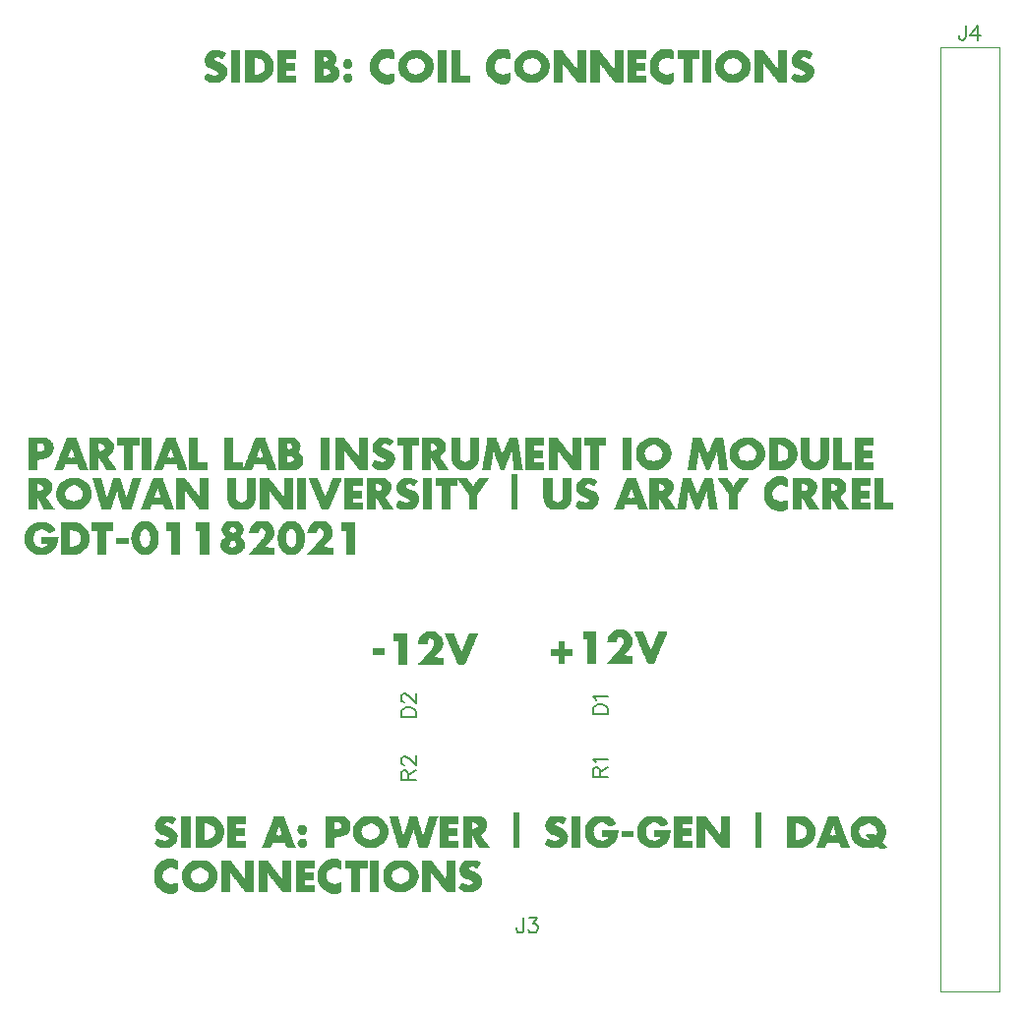
<source format=gbr>
G04 DipTrace 3.3.1.3*
G04 TopSilk.gbr*
%MOIN*%
G04 #@! TF.FileFunction,Legend,Top*
G04 #@! TF.Part,Single*
%ADD10C,0.004724*%
%ADD11C,0.003*%
%ADD35C,0.00772*%
%FSLAX26Y26*%
G04*
G70*
G90*
G75*
G01*
G04 TopSilk*
%LPD*%
X3620213Y595008D2*
D10*
X3820213D1*
Y3795008D1*
X3620213D1*
Y595008D1*
X2167025Y2346054D2*
D11*
X2185025D1*
X2167025Y2343054D2*
X2185025D1*
X2167025Y2340054D2*
X2185025D1*
X3067025D2*
X3085025D1*
X2167025Y2337054D2*
X2185025D1*
X3059766D2*
X3091590D1*
X529025Y2334054D2*
X583025D1*
X670025D2*
X697025D1*
X748025D2*
X775025D1*
X817025D2*
X838025D1*
X883025D2*
X910025D1*
X952025D2*
X982025D1*
X1030025D2*
X1057025D1*
X1111025D2*
X1138025D1*
X1204025D2*
X1231025D1*
X1270025D2*
X1297025D1*
X1315025D2*
X1342025D1*
X1396025D2*
X1423025D1*
X1441025D2*
X1468025D1*
X1480025D2*
X1507025D1*
X1561025D2*
X1588025D1*
X1600025D2*
X1660025D1*
X1678025D2*
X1732025D1*
X1801025D2*
X1825025D1*
X1867025D2*
X1894025D1*
X1909025D2*
X2014025D1*
X2056025D2*
X2086025D1*
X2167025D2*
X2185025D1*
X2275025D2*
X2302025D1*
X2341025D2*
X2368025D1*
X2410025D2*
X2434025D1*
X2557025D2*
X2587025D1*
X2635025D2*
X2689025D1*
X2746025D2*
X2773025D1*
X2821025D2*
X2845025D1*
X2866025D2*
X2896025D1*
X2938025D2*
X2968025D1*
X3053406D2*
X3096694D1*
X3121025D2*
X3175025D1*
X3220025D2*
X3274025D1*
X3319025D2*
X3379025D1*
X3397025D2*
X3424025D1*
X529025Y2331054D2*
X589808D1*
X661730D2*
X704284D1*
X748488D2*
X775139D1*
X815988D2*
X839062D1*
X881526D2*
X908526D1*
X950526D2*
X982488D1*
X1030025D2*
X1059911D1*
X1111025D2*
X1138025D1*
X1204025D2*
X1231025D1*
X1270025D2*
X1297025D1*
X1315025D2*
X1344911D1*
X1396025D2*
X1423025D1*
X1441025D2*
X1468025D1*
X1481062D2*
X1508165D1*
X1559885D2*
X1587549D1*
X1600025D2*
X1660025D1*
X1678025D2*
X1738808D1*
X1795626D2*
X1833265D1*
X1867025D2*
X1894025D1*
X1909025D2*
X2015999D1*
X2053488D2*
X2084421D1*
X2167025D2*
X2185025D1*
X2275025D2*
X2302025D1*
X2341025D2*
X2368025D1*
X2404626D2*
X2442265D1*
X2555526D2*
X2587488D1*
X2635025D2*
X2695808D1*
X2746013D2*
X2774062D1*
X2819176D2*
X2846050D1*
X2867628D2*
X2897999D1*
X2935488D2*
X2966421D1*
X3048189D2*
X3098737D1*
X3121025D2*
X3181808D1*
X3220025D2*
X3280808D1*
X3319025D2*
X3379025D1*
X3397025D2*
X3424025D1*
X529025Y2328054D2*
X595319D1*
X654868D2*
X710644D1*
X749232D2*
X775524D1*
X814989D2*
X840060D1*
X880280D2*
X907280D1*
X949268D2*
X983244D1*
X1030025D2*
X1062526D1*
X1111025D2*
X1138025D1*
X1204025D2*
X1231025D1*
X1270025D2*
X1297025D1*
X1315025D2*
X1347526D1*
X1396025D2*
X1423025D1*
X1441025D2*
X1468025D1*
X1482060D2*
X1509442D1*
X1558608D2*
X1586700D1*
X1600025D2*
X1660025D1*
X1678025D2*
X1744319D1*
X1790977D2*
X1840067D1*
X1867025D2*
X1894025D1*
X1909025D2*
X1981025D1*
X1986911D2*
X2018095D1*
X2051244D2*
X2082388D1*
X2167025D2*
X2185025D1*
X2275025D2*
X2302025D1*
X2341025D2*
X2368025D1*
X2399977D2*
X2449067D1*
X2554268D2*
X2588244D1*
X2635025D2*
X2701319D1*
X2745908D2*
X2775060D1*
X2817559D2*
X2846943D1*
X2869661D2*
X2900095D1*
X2933244D2*
X2964388D1*
X3043983D2*
X3099433D1*
X3121025D2*
X3187319D1*
X3220025D2*
X3286319D1*
X3319025D2*
X3379025D1*
X3397025D2*
X3424025D1*
X529025Y2325054D2*
X599366D1*
X649272D2*
X715861D1*
X750021D2*
X776243D1*
X814038D2*
X841011D1*
X879125D2*
X906113D1*
X948007D2*
X984126D1*
X1030025D2*
X1064807D1*
X1111025D2*
X1138025D1*
X1204025D2*
X1231025D1*
X1270025D2*
X1297025D1*
X1315025D2*
X1349807D1*
X1396025D2*
X1423025D1*
X1441025D2*
X1468025D1*
X1483023D2*
X1510742D1*
X1557308D2*
X1585529D1*
X1600025D2*
X1660025D1*
X1678025D2*
X1748366D1*
X1787366D2*
X1846025D1*
X1867025D2*
X1894025D1*
X1909025D2*
X1981025D1*
X1989526D2*
X2020420D1*
X2049126D2*
X2080207D1*
X2167025D2*
X2185025D1*
X2275025D2*
X2302025D1*
X2341025D2*
X2368025D1*
X2396366D2*
X2455025D1*
X2553007D2*
X2589126D1*
X2635025D2*
X2705366D1*
X2745525D2*
X2776023D1*
X2816241D2*
X2847512D1*
X2871843D2*
X2902420D1*
X2931126D2*
X2962207D1*
X3040415D2*
X3099786D1*
X3121025D2*
X3191366D1*
X3220025D2*
X3290366D1*
X3319025D2*
X3379025D1*
X3397025D2*
X3424025D1*
X529025Y2322054D2*
X602211D1*
X644629D2*
X720067D1*
X750652D2*
X777024D1*
X813026D2*
X842036D1*
X878150D2*
X905045D1*
X946662D2*
X985046D1*
X1030025D2*
X1067038D1*
X1111025D2*
X1138025D1*
X1204025D2*
X1231025D1*
X1270025D2*
X1297025D1*
X1315025D2*
X1352038D1*
X1396025D2*
X1423025D1*
X1441025D2*
X1468025D1*
X1484141D2*
X1511910D1*
X1556139D2*
X1584180D1*
X1600025D2*
X1660025D1*
X1678025D2*
X1751211D1*
X1784703D2*
X1844062D1*
X1867025D2*
X1894025D1*
X1909025D2*
X1981025D1*
X1991795D2*
X2022744D1*
X2047034D2*
X2078130D1*
X2167025D2*
X2185025D1*
X2275025D2*
X2302025D1*
X2341025D2*
X2368025D1*
X2393703D2*
X2453062D1*
X2551662D2*
X2590046D1*
X2635025D2*
X2708211D1*
X2744807D2*
X2777141D1*
X2815128D2*
X2847818D1*
X2873919D2*
X2904744D1*
X2929034D2*
X2960130D1*
X3037185D2*
X3099935D1*
X3121025D2*
X3194211D1*
X3220025D2*
X3293211D1*
X3319025D2*
X3379025D1*
X3397025D2*
X3424025D1*
X529025Y2319054D2*
X604231D1*
X640750D2*
X723635D1*
X751313D2*
X777652D1*
X812112D2*
X843043D1*
X877443D2*
X904061D1*
X945331D2*
X986148D1*
X1030025D2*
X1069503D1*
X1111025D2*
X1138025D1*
X1204025D2*
X1231025D1*
X1270025D2*
X1297025D1*
X1315025D2*
X1354503D1*
X1396025D2*
X1423025D1*
X1441025D2*
X1468025D1*
X1485437D2*
X1512960D1*
X1555090D2*
X1582750D1*
X1600025D2*
X1660025D1*
X1678025D2*
X1753231D1*
X1782656D2*
X1842069D1*
X1867025D2*
X1894025D1*
X1909025D2*
X1981025D1*
X1993920D2*
X2024882D1*
X2045043D2*
X2076083D1*
X2167025D2*
X2185025D1*
X2275025D2*
X2302025D1*
X2341025D2*
X2368025D1*
X2391656D2*
X2451069D1*
X2550331D2*
X2591148D1*
X2635025D2*
X2710231D1*
X2744038D2*
X2778425D1*
X2813947D2*
X2848055D1*
X2875966D2*
X2906882D1*
X2927043D2*
X2958083D1*
X3034196D2*
X3099993D1*
X3121025D2*
X3196231D1*
X3220025D2*
X3295231D1*
X3319025D2*
X3379025D1*
X3397025D2*
X3424025D1*
X529025Y2316054D2*
X605603D1*
X637434D2*
X726864D1*
X752170D2*
X778313D1*
X811429D2*
X844002D1*
X876753D2*
X903023D1*
X944148D2*
X987427D1*
X1030025D2*
X1072119D1*
X1111025D2*
X1138025D1*
X1204025D2*
X1231025D1*
X1270025D2*
X1297025D1*
X1315025D2*
X1357119D1*
X1396025D2*
X1423025D1*
X1441025D2*
X1468025D1*
X1486838D2*
X1514116D1*
X1553933D2*
X1581369D1*
X1600025D2*
X1660025D1*
X1678025D2*
X1754603D1*
X1780931D2*
X1840104D1*
X1867025D2*
X1894025D1*
X1909025D2*
X1981025D1*
X1996015D2*
X2026953D1*
X2043045D2*
X2074019D1*
X2167025D2*
X2185025D1*
X2275025D2*
X2302025D1*
X2341025D2*
X2368025D1*
X2389931D2*
X2449104D1*
X2549148D2*
X2592427D1*
X2635025D2*
X2711603D1*
X2743514D2*
X2779733D1*
X2812627D2*
X2848492D1*
X2878031D2*
X2908953D1*
X2925045D2*
X2956019D1*
X3031555D2*
X3100014D1*
X3121025D2*
X3197603D1*
X3220025D2*
X3296603D1*
X3319025D2*
X3379025D1*
X3397025D2*
X3424025D1*
X529025Y2313054D2*
X556025D1*
X570309D2*
X606380D1*
X634648D2*
X729854D1*
X753098D2*
X779170D1*
X810748D2*
X845020D1*
X875885D2*
X902010D1*
X943105D2*
X988733D1*
X1030025D2*
X1074609D1*
X1111025D2*
X1138025D1*
X1204025D2*
X1231025D1*
X1270025D2*
X1297025D1*
X1315025D2*
X1359609D1*
X1396025D2*
X1423025D1*
X1441025D2*
X1468025D1*
X1488289D2*
X1515416D1*
X1552634D2*
X1580163D1*
X1600025D2*
X1660025D1*
X1678025D2*
X1705025D1*
X1719309D2*
X1755380D1*
X1779446D2*
X1811216D1*
X1828025D2*
X1838439D1*
X1867025D2*
X1894025D1*
X1909025D2*
X1981025D1*
X1998018D2*
X2029024D1*
X2041005D2*
X2072026D1*
X2167025D2*
X2185025D1*
X2275025D2*
X2302025D1*
X2341025D2*
X2368025D1*
X2388446D2*
X2420216D1*
X2437025D2*
X2447439D1*
X2548105D2*
X2593733D1*
X2635025D2*
X2662025D1*
X2676309D2*
X2712380D1*
X2743224D2*
X2780906D1*
X2811216D2*
X2849231D1*
X2880024D2*
X2911024D1*
X2923005D2*
X2954026D1*
X3029378D2*
X3100021D1*
X3121025D2*
X3148025D1*
X3162309D2*
X3198380D1*
X3220025D2*
X3247025D1*
X3261309D2*
X3297380D1*
X3319025D2*
X3379025D1*
X3397025D2*
X3424025D1*
X529025Y2310054D2*
X556025D1*
X574562D2*
X606757D1*
X632401D2*
X674204D1*
X693435D2*
X732495D1*
X754023D2*
X780098D1*
X809883D2*
X845936D1*
X874954D2*
X901048D1*
X942040D2*
X989907D1*
X1030025D2*
X1076838D1*
X1111025D2*
X1138025D1*
X1204025D2*
X1231025D1*
X1270025D2*
X1297025D1*
X1315025D2*
X1361838D1*
X1396025D2*
X1423025D1*
X1441025D2*
X1468025D1*
X1489677D2*
X1516730D1*
X1551320D2*
X1579099D1*
X1600025D2*
X1627025D1*
X1678025D2*
X1705025D1*
X1723562D2*
X1755757D1*
X1778303D2*
X1807195D1*
X1834025D2*
X1837025D1*
X1867025D2*
X1894025D1*
X1930025D2*
X1957025D1*
X2000110D2*
X2030994D1*
X2039048D2*
X2069938D1*
X2167025D2*
X2185025D1*
X2275025D2*
X2302025D1*
X2341025D2*
X2368025D1*
X2387303D2*
X2416195D1*
X2443025D2*
X2446025D1*
X2547040D2*
X2594907D1*
X2635025D2*
X2662025D1*
X2680562D2*
X2712757D1*
X2742992D2*
X2781958D1*
X2809763D2*
X2850008D1*
X2882112D2*
X2912994D1*
X2921048D2*
X2951938D1*
X3027631D2*
X3067614D1*
X3091025D2*
X3100024D1*
X3121025D2*
X3148025D1*
X3166562D2*
X3198757D1*
X3220025D2*
X3247025D1*
X3265562D2*
X3297757D1*
X3319025D2*
X3346025D1*
X3397025D2*
X3424025D1*
X529025Y2307054D2*
X556025D1*
X577833D2*
X606921D1*
X630538D2*
X667695D1*
X698190D2*
X734672D1*
X755039D2*
X781023D1*
X808953D2*
X846620D1*
X874027D2*
X900018D1*
X941016D2*
X990958D1*
X1030025D2*
X1079037D1*
X1111025D2*
X1138025D1*
X1204025D2*
X1231025D1*
X1270025D2*
X1297025D1*
X1315025D2*
X1364037D1*
X1396025D2*
X1423025D1*
X1441025D2*
X1468025D1*
X1490885D2*
X1517905D1*
X1550144D2*
X1577936D1*
X1600025D2*
X1627025D1*
X1678025D2*
X1705025D1*
X1726833D2*
X1755921D1*
X1777617D2*
X1805690D1*
X1867025D2*
X1894025D1*
X1930025D2*
X1957025D1*
X2002429D2*
X2032966D1*
X2037081D2*
X2067620D1*
X2167025D2*
X2185025D1*
X2275025D2*
X2302025D1*
X2341025D2*
X2368025D1*
X2386617D2*
X2414690D1*
X2546016D2*
X2595958D1*
X2635025D2*
X2662025D1*
X2683833D2*
X2712921D1*
X2742557D2*
X2783116D1*
X2808373D2*
X2850534D1*
X2884429D2*
X2914966D1*
X2919081D2*
X2949620D1*
X3026265D2*
X3062860D1*
X3097025D2*
X3100025D1*
X3121025D2*
X3148025D1*
X3169833D2*
X3198921D1*
X3220025D2*
X3247025D1*
X3268833D2*
X3297921D1*
X3319025D2*
X3346025D1*
X3397025D2*
X3424025D1*
X529025Y2304054D2*
X556025D1*
X578946D2*
X606975D1*
X628887D2*
X662697D1*
X702183D2*
X736407D1*
X756044D2*
X782028D1*
X808027D2*
X847301D1*
X873022D2*
X899009D1*
X940039D2*
X992116D1*
X1030025D2*
X1081401D1*
X1111025D2*
X1138025D1*
X1204025D2*
X1231025D1*
X1270025D2*
X1297025D1*
X1315025D2*
X1366401D1*
X1396025D2*
X1423025D1*
X1441025D2*
X1468025D1*
X1491951D2*
X1518958D1*
X1549092D2*
X1576623D1*
X1600025D2*
X1627025D1*
X1678025D2*
X1705025D1*
X1727946D2*
X1755975D1*
X1777286D2*
X1806192D1*
X1867025D2*
X1894025D1*
X1930025D2*
X1957025D1*
X2004748D2*
X2065301D1*
X2167025D2*
X2185025D1*
X2275025D2*
X2302025D1*
X2341025D2*
X2368025D1*
X2386286D2*
X2415192D1*
X2545039D2*
X2597116D1*
X2635025D2*
X2662025D1*
X2684946D2*
X2712975D1*
X2741818D2*
X2784416D1*
X2807165D2*
X2850813D1*
X2886748D2*
X2947301D1*
X3025148D2*
X3058867D1*
X3121025D2*
X3148025D1*
X3170946D2*
X3198975D1*
X3220025D2*
X3247025D1*
X3269946D2*
X3297975D1*
X3319025D2*
X3346025D1*
X3397025D2*
X3424025D1*
X529025Y2301054D2*
X556037D1*
X579620D2*
X606894D1*
X627431D2*
X658840D1*
X705564D2*
X737679D1*
X757003D2*
X782938D1*
X807010D2*
X848166D1*
X872111D2*
X898048D1*
X938914D2*
X993416D1*
X1030025D2*
X1083738D1*
X1111025D2*
X1138025D1*
X1204025D2*
X1231025D1*
X1270025D2*
X1297025D1*
X1315025D2*
X1368738D1*
X1396025D2*
X1423025D1*
X1441025D2*
X1468025D1*
X1493113D2*
X1520116D1*
X1547934D2*
X1575215D1*
X1600025D2*
X1627025D1*
X1678025D2*
X1705037D1*
X1728620D2*
X1755894D1*
X1777239D2*
X1808997D1*
X1867025D2*
X1894025D1*
X1930025D2*
X1957025D1*
X2006883D2*
X2063166D1*
X2167025D2*
X2185025D1*
X2275025D2*
X2302025D1*
X2341025D2*
X2368025D1*
X2386239D2*
X2417997D1*
X2543914D2*
X2598416D1*
X2635025D2*
X2662037D1*
X2685620D2*
X2712894D1*
X2741041D2*
X2785729D1*
X2806099D2*
X2850952D1*
X2888883D2*
X2945166D1*
X3024067D2*
X3055497D1*
X3121025D2*
X3148037D1*
X3171620D2*
X3198894D1*
X3220025D2*
X3247037D1*
X3270620D2*
X3297894D1*
X3319025D2*
X3346025D1*
X3397025D2*
X3424025D1*
X529025Y2298054D2*
X556165D1*
X579051D2*
X606521D1*
X626298D2*
X655918D1*
X708381D2*
X738520D1*
X758020D2*
X783620D1*
X806006D2*
X849096D1*
X871429D2*
X897018D1*
X937627D2*
X964603D1*
X970139D2*
X994729D1*
X1030025D2*
X1085891D1*
X1111025D2*
X1138025D1*
X1204025D2*
X1231025D1*
X1270025D2*
X1297025D1*
X1315025D2*
X1370891D1*
X1396025D2*
X1423025D1*
X1441025D2*
X1468025D1*
X1494415D2*
X1521416D1*
X1546634D2*
X1573762D1*
X1600025D2*
X1627025D1*
X1678025D2*
X1705165D1*
X1728051D2*
X1755521D1*
X1777560D2*
X1815018D1*
X1867025D2*
X1894025D1*
X1930025D2*
X1957025D1*
X2008953D2*
X2061096D1*
X2167025D2*
X2185025D1*
X2275025D2*
X2302025D1*
X2341025D2*
X2368025D1*
X2386560D2*
X2424018D1*
X2542627D2*
X2569603D1*
X2575139D2*
X2599729D1*
X2635025D2*
X2662165D1*
X2685051D2*
X2712521D1*
X2740516D2*
X2786905D1*
X2804937D2*
X2851110D1*
X2890953D2*
X2943096D1*
X3023139D2*
X3052786D1*
X3121025D2*
X3148165D1*
X3171051D2*
X3198521D1*
X3220025D2*
X3247165D1*
X3270051D2*
X3297521D1*
X3319025D2*
X3346025D1*
X3397025D2*
X3424025D1*
X529025Y2295054D2*
X556482D1*
X576404D2*
X605794D1*
X625616D2*
X653642D1*
X710629D2*
X739264D1*
X758936D2*
X784302D1*
X805047D2*
X850023D1*
X870748D2*
X896009D1*
X936318D2*
X962743D1*
X970524D2*
X995905D1*
X1030025D2*
X1088069D1*
X1111025D2*
X1138025D1*
X1204025D2*
X1231025D1*
X1270025D2*
X1297025D1*
X1315025D2*
X1373069D1*
X1396025D2*
X1423025D1*
X1441025D2*
X1468025D1*
X1495729D2*
X1522729D1*
X1545320D2*
X1572373D1*
X1600025D2*
X1627025D1*
X1678025D2*
X1705482D1*
X1725404D2*
X1754794D1*
X1778267D2*
X1822046D1*
X1867025D2*
X1894025D1*
X1930025D2*
X1957025D1*
X2011027D2*
X2059023D1*
X2167025D2*
X2185025D1*
X2275025D2*
X2302025D1*
X2341025D2*
X2368025D1*
X2387267D2*
X2431046D1*
X2541318D2*
X2567743D1*
X2575524D2*
X2600905D1*
X2635025D2*
X2662482D1*
X2682404D2*
X2711794D1*
X2740225D2*
X2787946D1*
X2803635D2*
X2851513D1*
X2893027D2*
X2941023D1*
X3022552D2*
X3050908D1*
X3121025D2*
X3148482D1*
X3168404D2*
X3197794D1*
X3220025D2*
X3247482D1*
X3267404D2*
X3296794D1*
X3319025D2*
X3346025D1*
X3397025D2*
X3424025D1*
X529025Y2292054D2*
X557985D1*
X570139D2*
X604908D1*
X625274D2*
X652688D1*
X712392D2*
X740142D1*
X759620D2*
X785155D1*
X804018D2*
X851039D1*
X869883D2*
X895048D1*
X935144D2*
X961356D1*
X971254D2*
X996946D1*
X1030025D2*
X1090514D1*
X1111025D2*
X1138025D1*
X1204025D2*
X1231025D1*
X1270025D2*
X1297025D1*
X1315025D2*
X1375514D1*
X1396025D2*
X1423025D1*
X1441025D2*
X1468025D1*
X1496905D2*
X1523905D1*
X1544144D2*
X1571165D1*
X1600025D2*
X1657025D1*
X1678025D2*
X1706985D1*
X1719139D2*
X1753908D1*
X1779145D2*
X1828900D1*
X1867025D2*
X1894025D1*
X1930025D2*
X1957025D1*
X2013022D2*
X2057027D1*
X2167025D2*
X2185025D1*
X2275025D2*
X2302025D1*
X2341025D2*
X2368025D1*
X2388145D2*
X2437900D1*
X2540144D2*
X2566356D1*
X2576254D2*
X2601946D1*
X2635025D2*
X2663985D1*
X2676139D2*
X2710908D1*
X2739992D2*
X2789022D1*
X2802309D2*
X2852239D1*
X2895022D2*
X2939027D1*
X3022249D2*
X3049758D1*
X3121025D2*
X3149985D1*
X3162139D2*
X3196908D1*
X3220025D2*
X3248985D1*
X3261139D2*
X3295908D1*
X3319025D2*
X3376025D1*
X3397025D2*
X3424025D1*
X529025Y2289054D2*
X561277D1*
X562069D2*
X603886D1*
X625122D2*
X651770D1*
X713662D2*
X740975D1*
X760301D2*
X785991D1*
X803008D2*
X852044D1*
X868953D2*
X894018D1*
X934091D2*
X960138D1*
X972129D2*
X998010D1*
X1030025D2*
X1057025D1*
X1062911D2*
X1093123D1*
X1111025D2*
X1138025D1*
X1204025D2*
X1231025D1*
X1270025D2*
X1297025D1*
X1315025D2*
X1342025D1*
X1347911D2*
X1378123D1*
X1396025D2*
X1423025D1*
X1441025D2*
X1468025D1*
X1497958D2*
X1524958D1*
X1543092D2*
X1570099D1*
X1600025D2*
X1657025D1*
X1678025D2*
X1710277D1*
X1711069D2*
X1752886D1*
X1780177D2*
X1834798D1*
X1867025D2*
X1894025D1*
X1930025D2*
X1957025D1*
X2015111D2*
X2054938D1*
X2167025D2*
X2185025D1*
X2275025D2*
X2302025D1*
X2341025D2*
X2368025D1*
X2389177D2*
X2443798D1*
X2539091D2*
X2565138D1*
X2577129D2*
X2603010D1*
X2635025D2*
X2667277D1*
X2668069D2*
X2709886D1*
X2739557D2*
X2790168D1*
X2801010D2*
X2853011D1*
X2897111D2*
X2936938D1*
X3022113D2*
X3048887D1*
X3121025D2*
X3153277D1*
X3154069D2*
X3195886D1*
X3220025D2*
X3252277D1*
X3253069D2*
X3294886D1*
X3319025D2*
X3376025D1*
X3397025D2*
X3424025D1*
X529025Y2286054D2*
X602378D1*
X625061D2*
X650533D1*
X714389D2*
X741522D1*
X761166D2*
X786641D1*
X802048D2*
X826603D1*
X832037D2*
X853003D1*
X868027D2*
X893009D1*
X932934D2*
X959053D1*
X973035D2*
X999033D1*
X1030025D2*
X1057025D1*
X1065526D2*
X1095611D1*
X1111025D2*
X1138025D1*
X1204025D2*
X1231025D1*
X1270025D2*
X1297025D1*
X1315025D2*
X1342025D1*
X1350526D2*
X1380611D1*
X1396025D2*
X1423025D1*
X1441025D2*
X1468025D1*
X1499116D2*
X1526116D1*
X1541934D2*
X1568937D1*
X1600025D2*
X1657025D1*
X1678025D2*
X1751378D1*
X1781789D2*
X1839573D1*
X1867025D2*
X1894025D1*
X1930025D2*
X1957025D1*
X2017417D2*
X2052632D1*
X2167025D2*
X2185025D1*
X2275025D2*
X2302025D1*
X2341025D2*
X2368025D1*
X2390789D2*
X2448573D1*
X2537934D2*
X2564053D1*
X2578035D2*
X2604033D1*
X2635025D2*
X2708378D1*
X2738818D2*
X2791681D1*
X2799421D2*
X2823549D1*
X2830025D2*
X2853535D1*
X2899417D2*
X2934632D1*
X3022058D2*
X3048059D1*
X3121025D2*
X3194378D1*
X3220025D2*
X3293378D1*
X3319025D2*
X3376025D1*
X3397025D2*
X3424025D1*
X529025Y2283054D2*
X600158D1*
X625038D2*
X649025D1*
X714647D2*
X741797D1*
X762096D2*
X787309D1*
X801018D2*
X824743D1*
X832142D2*
X854020D1*
X867010D2*
X892048D1*
X931634D2*
X958063D1*
X974043D2*
X1000011D1*
X1030025D2*
X1057025D1*
X1067807D2*
X1097850D1*
X1111013D2*
X1138025D1*
X1204025D2*
X1231025D1*
X1270025D2*
X1297025D1*
X1315025D2*
X1342025D1*
X1352807D2*
X1382850D1*
X1396013D2*
X1423025D1*
X1441025D2*
X1468025D1*
X1500427D2*
X1527427D1*
X1540622D2*
X1567623D1*
X1600025D2*
X1657025D1*
X1678025D2*
X1749158D1*
X1784415D2*
X1843193D1*
X1867025D2*
X1894025D1*
X1930025D2*
X1957025D1*
X2019619D2*
X2050430D1*
X2167025D2*
X2185025D1*
X2275025D2*
X2302025D1*
X2341025D2*
X2368025D1*
X2393415D2*
X2452193D1*
X2536634D2*
X2563063D1*
X2579043D2*
X2605011D1*
X2635025D2*
X2706158D1*
X2738041D2*
X2761025D1*
X2770139D2*
X2794050D1*
X2797019D2*
X2822700D1*
X2830025D2*
X2853825D1*
X2901619D2*
X2932430D1*
X3022037D2*
X3047586D1*
X3121025D2*
X3192158D1*
X3220025D2*
X3291158D1*
X3319025D2*
X3376025D1*
X3397025D2*
X3424025D1*
X529025Y2280054D2*
X597224D1*
X625029D2*
X650421D1*
X714424D2*
X741822D1*
X763023D2*
X788169D1*
X799985D2*
X823356D1*
X832524D2*
X854936D1*
X865982D2*
X891030D1*
X930320D2*
X957023D1*
X975045D2*
X1001136D1*
X1030025D2*
X1057025D1*
X1070038D2*
X1100175D1*
X1110899D2*
X1138025D1*
X1204025D2*
X1231025D1*
X1270025D2*
X1297025D1*
X1315025D2*
X1342025D1*
X1355038D2*
X1385175D1*
X1395899D2*
X1423025D1*
X1441025D2*
X1468025D1*
X1501835D2*
X1528844D1*
X1539205D2*
X1566215D1*
X1600025D2*
X1657025D1*
X1678025D2*
X1746224D1*
X1788313D2*
X1845751D1*
X1867025D2*
X1894025D1*
X1930025D2*
X1957025D1*
X2021266D2*
X2048783D1*
X2167025D2*
X2185025D1*
X2275025D2*
X2302025D1*
X2341025D2*
X2368025D1*
X2397313D2*
X2454751D1*
X2535320D2*
X2562023D1*
X2580045D2*
X2606136D1*
X2635025D2*
X2703224D1*
X2737504D2*
X2761025D1*
X2770535D2*
X2821541D1*
X2830025D2*
X2854058D1*
X2903266D2*
X2930783D1*
X3022029D2*
X3047750D1*
X3121025D2*
X3189224D1*
X3220025D2*
X3288224D1*
X3319025D2*
X3376025D1*
X3397025D2*
X3424025D1*
X529025Y2277054D2*
X593826D1*
X625026D2*
X651388D1*
X713758D2*
X741493D1*
X764039D2*
X789106D1*
X798794D2*
X822138D1*
X833255D2*
X855628D1*
X864793D2*
X890114D1*
X929144D2*
X956001D1*
X976005D2*
X1002423D1*
X1030025D2*
X1057025D1*
X1072503D2*
X1103106D1*
X1110435D2*
X1138025D1*
X1204025D2*
X1231025D1*
X1270025D2*
X1297025D1*
X1315025D2*
X1342025D1*
X1357503D2*
X1388106D1*
X1395435D2*
X1423025D1*
X1441025D2*
X1468025D1*
X1503288D2*
X1530386D1*
X1537663D2*
X1564762D1*
X1600025D2*
X1657025D1*
X1678025D2*
X1742826D1*
X1793597D2*
X1847508D1*
X1867025D2*
X1894025D1*
X1930025D2*
X1957025D1*
X2022224D2*
X2047826D1*
X2167025D2*
X2185025D1*
X2275025D2*
X2302025D1*
X2341025D2*
X2368025D1*
X2402597D2*
X2456508D1*
X2534144D2*
X2561001D1*
X2581005D2*
X2607423D1*
X2635025D2*
X2699826D1*
X2737119D2*
X2761025D1*
X2771360D2*
X2820286D1*
X2830037D2*
X2854493D1*
X2904224D2*
X2929826D1*
X3022026D2*
X3048241D1*
X3121025D2*
X3185826D1*
X3220025D2*
X3284826D1*
X3319025D2*
X3376025D1*
X3397025D2*
X3424025D1*
X529025Y2274054D2*
X590750D1*
X625037D2*
X652218D1*
X712896D2*
X740784D1*
X765044D2*
X790116D1*
X797222D2*
X821053D1*
X834129D2*
X856392D1*
X863222D2*
X889430D1*
X928103D2*
X954956D1*
X977048D2*
X1003732D1*
X1030025D2*
X1057025D1*
X1075119D2*
X1106835D1*
X1109410D2*
X1138025D1*
X1204025D2*
X1231025D1*
X1270025D2*
X1297025D1*
X1315025D2*
X1342025D1*
X1360119D2*
X1391835D1*
X1394410D2*
X1423025D1*
X1441025D2*
X1468025D1*
X1504677D2*
X1532122D1*
X1535928D2*
X1563373D1*
X1600025D2*
X1657025D1*
X1678025D2*
X1739750D1*
X1800108D2*
X1848795D1*
X1867025D2*
X1894025D1*
X1930025D2*
X1957025D1*
X2022692D2*
X2047357D1*
X2167025D2*
X2185025D1*
X2275025D2*
X2302025D1*
X2341025D2*
X2368025D1*
X2409108D2*
X2457795D1*
X2533103D2*
X2559956D1*
X2582048D2*
X2608732D1*
X2635025D2*
X2696750D1*
X2736610D2*
X2761013D1*
X2772511D2*
X2819132D1*
X2830142D2*
X2855232D1*
X2904692D2*
X2929357D1*
X3022025D2*
X3048750D1*
X3121025D2*
X3182750D1*
X3220025D2*
X3281750D1*
X3319025D2*
X3376025D1*
X3397025D2*
X3424025D1*
X529025Y2271054D2*
X588389D1*
X625142D2*
X653248D1*
X711881D2*
X739916D1*
X766003D2*
X791443D1*
X793838D2*
X820063D1*
X835035D2*
X857558D1*
X859838D2*
X888748D1*
X927039D2*
X953614D1*
X978081D2*
X1004906D1*
X1030025D2*
X1057025D1*
X1077609D2*
X1138025D1*
X1204037D2*
X1231037D1*
X1270013D2*
X1297013D1*
X1315025D2*
X1342025D1*
X1362609D2*
X1423025D1*
X1441025D2*
X1468025D1*
X1505885D2*
X1562165D1*
X1600025D2*
X1657025D1*
X1678025D2*
X1737389D1*
X1807132D2*
X1849932D1*
X1867025D2*
X1894025D1*
X1930025D2*
X1957025D1*
X2022896D2*
X2047153D1*
X2167025D2*
X2185025D1*
X2275037D2*
X2302037D1*
X2341013D2*
X2368013D1*
X2416132D2*
X2458932D1*
X2532039D2*
X2558614D1*
X2583081D2*
X2609906D1*
X2635025D2*
X2694389D1*
X2735838D2*
X2760908D1*
X2773765D2*
X2818087D1*
X2830524D2*
X2856008D1*
X2904896D2*
X2929153D1*
X3022037D2*
X3049474D1*
X3121025D2*
X3180389D1*
X3220025D2*
X3279389D1*
X3319025D2*
X3376025D1*
X3397025D2*
X3424025D1*
X529025Y2268054D2*
X588366D1*
X625536D2*
X654595D1*
X710388D2*
X739014D1*
X767020D2*
X819023D1*
X836043D2*
X887883D1*
X926016D2*
X952025D1*
X979025D2*
X1005947D1*
X1030025D2*
X1057025D1*
X1079838D2*
X1138025D1*
X1204142D2*
X1231142D1*
X1269908D2*
X1296908D1*
X1315025D2*
X1342025D1*
X1364838D2*
X1423025D1*
X1441025D2*
X1468025D1*
X1506951D2*
X1561099D1*
X1600025D2*
X1627025D1*
X1678025D2*
X1737366D1*
X1813447D2*
X1850780D1*
X1867025D2*
X1894025D1*
X1930025D2*
X1957025D1*
X2022978D2*
X2047072D1*
X2167025D2*
X2185025D1*
X2275142D2*
X2302142D1*
X2340908D2*
X2367908D1*
X2422447D2*
X2459780D1*
X2531016D2*
X2557025D1*
X2584025D2*
X2610947D1*
X2635025D2*
X2694366D1*
X2735049D2*
X2760525D1*
X2774918D2*
X2816933D1*
X2831243D2*
X2856534D1*
X2904978D2*
X2929072D1*
X3022142D2*
X3050799D1*
X3121025D2*
X3180366D1*
X3220025D2*
X3279366D1*
X3319025D2*
X3346025D1*
X3397025D2*
X3424025D1*
X529025Y2265054D2*
X556025D1*
X562603D2*
X590034D1*
X626360D2*
X656389D1*
X708251D2*
X738006D1*
X767936D2*
X818010D1*
X837045D2*
X886953D1*
X925039D2*
X1007010D1*
X1030025D2*
X1057025D1*
X1082037D2*
X1138025D1*
X1204524D2*
X1231536D1*
X1269514D2*
X1296525D1*
X1315025D2*
X1342025D1*
X1367037D2*
X1423025D1*
X1441025D2*
X1468025D1*
X1508113D2*
X1559937D1*
X1600025D2*
X1627025D1*
X1678025D2*
X1705025D1*
X1711603D2*
X1739034D1*
X1818265D2*
X1851242D1*
X1867025D2*
X1894025D1*
X1930025D2*
X1957025D1*
X2023008D2*
X2047041D1*
X2167025D2*
X2185025D1*
X2275524D2*
X2302536D1*
X2340514D2*
X2367525D1*
X2427265D2*
X2460242D1*
X2530039D2*
X2612010D1*
X2635025D2*
X2662025D1*
X2668603D2*
X2696034D1*
X2734518D2*
X2759807D1*
X2775962D2*
X2815622D1*
X2832012D2*
X2856813D1*
X2905008D2*
X2929041D1*
X3022536D2*
X3052843D1*
X3121025D2*
X3148025D1*
X3154603D2*
X3182034D1*
X3220025D2*
X3247025D1*
X3253603D2*
X3281034D1*
X3319025D2*
X3346025D1*
X3397025D2*
X3424025D1*
X529025Y2262054D2*
X556025D1*
X563743D2*
X592000D1*
X627523D2*
X658958D1*
X705396D2*
X736993D1*
X768620D2*
X817048D1*
X838003D2*
X886027D1*
X923914D2*
X1008033D1*
X1030025D2*
X1057025D1*
X1084401D2*
X1138025D1*
X1205243D2*
X1232383D1*
X1268666D2*
X1295807D1*
X1315025D2*
X1342025D1*
X1369401D2*
X1423025D1*
X1441025D2*
X1468025D1*
X1509427D2*
X1558623D1*
X1600025D2*
X1627025D1*
X1678025D2*
X1705025D1*
X1712743D2*
X1741000D1*
X1821867D2*
X1850643D1*
X1867025D2*
X1894025D1*
X1930025D2*
X1957025D1*
X2023019D2*
X2047030D1*
X2167025D2*
X2185025D1*
X2276243D2*
X2303383D1*
X2339666D2*
X2366807D1*
X2430867D2*
X2459643D1*
X2528914D2*
X2613033D1*
X2635025D2*
X2662025D1*
X2669743D2*
X2698000D1*
X2734226D2*
X2759038D1*
X2777117D2*
X2814215D1*
X2832535D2*
X2856952D1*
X2905019D2*
X2929030D1*
X3023360D2*
X3055558D1*
X3121025D2*
X3148025D1*
X3155743D2*
X3184000D1*
X3220025D2*
X3247025D1*
X3254743D2*
X3283000D1*
X3319025D2*
X3346025D1*
X3397025D2*
X3424025D1*
X529025Y2259054D2*
X556025D1*
X565356D2*
X593991D1*
X628882D2*
X662256D1*
X701018D2*
X735917D1*
X769301D2*
X816018D1*
X839020D2*
X885010D1*
X922627D2*
X1009011D1*
X1030025D2*
X1057025D1*
X1086738D2*
X1138025D1*
X1206024D2*
X1233816D1*
X1267233D2*
X1295026D1*
X1315025D2*
X1342025D1*
X1371738D2*
X1423025D1*
X1441025D2*
X1468025D1*
X1510835D2*
X1557215D1*
X1600025D2*
X1627025D1*
X1678025D2*
X1705025D1*
X1714356D2*
X1742991D1*
X1825025D2*
X1849952D1*
X1867025D2*
X1894025D1*
X1930025D2*
X1957025D1*
X2023023D2*
X2047027D1*
X2167025D2*
X2185025D1*
X2277024D2*
X2304816D1*
X2338233D2*
X2366026D1*
X2434025D2*
X2458952D1*
X2527627D2*
X2614011D1*
X2635025D2*
X2662025D1*
X2671356D2*
X2699991D1*
X2733992D2*
X2758514D1*
X2778416D2*
X2812762D1*
X2832813D2*
X2857110D1*
X2905023D2*
X2929027D1*
X3024523D2*
X3059538D1*
X3121025D2*
X3148025D1*
X3157356D2*
X3185991D1*
X3220025D2*
X3247025D1*
X3256356D2*
X3284991D1*
X3319025D2*
X3346025D1*
X3397025D2*
X3424025D1*
X529025Y2256054D2*
X556025D1*
X567138D2*
X596093D1*
X630429D2*
X670515D1*
X693362D2*
X734401D1*
X770166D2*
X815009D1*
X839936D2*
X884006D1*
X921318D2*
X1010136D1*
X1030025D2*
X1057025D1*
X1088891D2*
X1138025D1*
X1206652D2*
X1235790D1*
X1265260D2*
X1294397D1*
X1315025D2*
X1342025D1*
X1373891D2*
X1423025D1*
X1441025D2*
X1468025D1*
X1512287D2*
X1555762D1*
X1600025D2*
X1627025D1*
X1678025D2*
X1705025D1*
X1716138D2*
X1745093D1*
X1783025D2*
X1786025D1*
X1822313D2*
X1849368D1*
X1867025D2*
X1894025D1*
X1930025D2*
X1957025D1*
X2023024D2*
X2047025D1*
X2167025D2*
X2185025D1*
X2277652D2*
X2306790D1*
X2336260D2*
X2365397D1*
X2392025D2*
X2395025D1*
X2431313D2*
X2458368D1*
X2526318D2*
X2615136D1*
X2635025D2*
X2662025D1*
X2673138D2*
X2702093D1*
X2733557D2*
X2758236D1*
X2779730D2*
X2811373D1*
X2832941D2*
X2857513D1*
X2905024D2*
X2929025D1*
X3025882D2*
X3066445D1*
X3094025D2*
X3100025D1*
X3121025D2*
X3148025D1*
X3159138D2*
X3188093D1*
X3220025D2*
X3247025D1*
X3258138D2*
X3287093D1*
X3319025D2*
X3346025D1*
X3397025D2*
X3424025D1*
X529025Y2253054D2*
X556025D1*
X569053D2*
X598421D1*
X632298D2*
X682586D1*
X681427D2*
X732279D1*
X771096D2*
X814048D1*
X840620D2*
X883047D1*
X920144D2*
X1011423D1*
X1030025D2*
X1057025D1*
X1091069D2*
X1138025D1*
X1207325D2*
X1241657D1*
X1259392D2*
X1293725D1*
X1315025D2*
X1342025D1*
X1376069D2*
X1423025D1*
X1441025D2*
X1468025D1*
X1513676D2*
X1554373D1*
X1600025D2*
X1627025D1*
X1678025D2*
X1705025D1*
X1718053D2*
X1747421D1*
X1781165D2*
X1795334D1*
X1818664D2*
X1848714D1*
X1867025D2*
X1894025D1*
X1930025D2*
X1957025D1*
X2023025D2*
X2047025D1*
X2167025D2*
X2185025D1*
X2278325D2*
X2312657D1*
X2330392D2*
X2364725D1*
X2390165D2*
X2404334D1*
X2427664D2*
X2457714D1*
X2525144D2*
X2616423D1*
X2635025D2*
X2662025D1*
X2675053D2*
X2704421D1*
X2732818D2*
X2758097D1*
X2780905D2*
X2810165D1*
X2833005D2*
X2858239D1*
X2905025D2*
X2929025D1*
X3027429D2*
X3077485D1*
X3079587D2*
X3100025D1*
X3121025D2*
X3148025D1*
X3161053D2*
X3190421D1*
X3220025D2*
X3247025D1*
X3260053D2*
X3289421D1*
X3319025D2*
X3346025D1*
X3397025D2*
X3424025D1*
X529025Y2250054D2*
X556025D1*
X571052D2*
X600745D1*
X634616D2*
X729714D1*
X772023D2*
X813018D1*
X841301D2*
X882018D1*
X919091D2*
X1012732D1*
X1030025D2*
X1057025D1*
X1093514D2*
X1138025D1*
X1208288D2*
X1250433D1*
X1250616D2*
X1292762D1*
X1315025D2*
X1342025D1*
X1378514D2*
X1423025D1*
X1441025D2*
X1468025D1*
X1514885D2*
X1553165D1*
X1600025D2*
X1660025D1*
X1678025D2*
X1705025D1*
X1720052D2*
X1749745D1*
X1779454D2*
X1807650D1*
X1809188D2*
X1847758D1*
X1867025D2*
X1894025D1*
X1930025D2*
X1957025D1*
X2023025D2*
X2047025D1*
X2167025D2*
X2185025D1*
X2279288D2*
X2321433D1*
X2321616D2*
X2363762D1*
X2388454D2*
X2416650D1*
X2418188D2*
X2456758D1*
X2524091D2*
X2617732D1*
X2635025D2*
X2662025D1*
X2677052D2*
X2706745D1*
X2732041D2*
X2757939D1*
X2781958D2*
X2809099D1*
X2833131D2*
X2859011D1*
X2905025D2*
X2929025D1*
X3029298D2*
X3100025D1*
X3121025D2*
X3148025D1*
X3163052D2*
X3192745D1*
X3220025D2*
X3247025D1*
X3262052D2*
X3291745D1*
X3319025D2*
X3379025D1*
X3397025D2*
X3457025D1*
X529025Y2247054D2*
X556025D1*
X572918D2*
X602894D1*
X637285D2*
X726892D1*
X773039D2*
X812009D1*
X842166D2*
X881008D1*
X917934D2*
X1013906D1*
X1030025D2*
X1057025D1*
X1096123D2*
X1138025D1*
X1209621D2*
X1291429D1*
X1315025D2*
X1342025D1*
X1381123D2*
X1423025D1*
X1441025D2*
X1468025D1*
X1515951D2*
X1552099D1*
X1600025D2*
X1660025D1*
X1678025D2*
X1705025D1*
X1721918D2*
X1751894D1*
X1777882D2*
X1846439D1*
X1867025D2*
X1894025D1*
X1930025D2*
X1957025D1*
X2023025D2*
X2047025D1*
X2167025D2*
X2185025D1*
X2280621D2*
X2362429D1*
X2386882D2*
X2455439D1*
X2522934D2*
X2618906D1*
X2635025D2*
X2662025D1*
X2678918D2*
X2708894D1*
X2731516D2*
X2757537D1*
X2783116D2*
X2807937D1*
X2833520D2*
X2859535D1*
X2905025D2*
X2929025D1*
X3031616D2*
X3100025D1*
X3121025D2*
X3148025D1*
X3164918D2*
X3194894D1*
X3220025D2*
X3247025D1*
X3263918D2*
X3293894D1*
X3319025D2*
X3379025D1*
X3397025D2*
X3457025D1*
X529025Y2244054D2*
X556025D1*
X574628D2*
X605058D1*
X640251D2*
X723851D1*
X774044D2*
X811048D1*
X843096D2*
X880048D1*
X916634D2*
X942911D1*
X988139D2*
X1014947D1*
X1030025D2*
X1057025D1*
X1098611D2*
X1138025D1*
X1211499D2*
X1289550D1*
X1315025D2*
X1342025D1*
X1383611D2*
X1423025D1*
X1441025D2*
X1468025D1*
X1517113D2*
X1550937D1*
X1600025D2*
X1660025D1*
X1678025D2*
X1705025D1*
X1723628D2*
X1754058D1*
X1776517D2*
X1844667D1*
X1867025D2*
X1894025D1*
X1930025D2*
X1957025D1*
X2023025D2*
X2047025D1*
X2167025D2*
X2185025D1*
X2282499D2*
X2360550D1*
X2385517D2*
X2453667D1*
X2521634D2*
X2547911D1*
X2593139D2*
X2619947D1*
X2635025D2*
X2662025D1*
X2680628D2*
X2711058D1*
X2731225D2*
X2756811D1*
X2784416D2*
X2806635D1*
X2834242D2*
X2859813D1*
X2905025D2*
X2929025D1*
X3034273D2*
X3100025D1*
X3121025D2*
X3148025D1*
X3166628D2*
X3197058D1*
X3220025D2*
X3247025D1*
X3265628D2*
X3296058D1*
X3319025D2*
X3379025D1*
X3397025D2*
X3457025D1*
X529025Y2241054D2*
X556025D1*
X576318D2*
X607409D1*
X643701D2*
X720369D1*
X775003D2*
X810018D1*
X844023D2*
X879018D1*
X915320D2*
X942514D1*
X988535D2*
X1016010D1*
X1030025D2*
X1057025D1*
X1100839D2*
X1138025D1*
X1214283D2*
X1286766D1*
X1315025D2*
X1342025D1*
X1385839D2*
X1423025D1*
X1441025D2*
X1468025D1*
X1518427D2*
X1549623D1*
X1600025D2*
X1660025D1*
X1678025D2*
X1705025D1*
X1725318D2*
X1756409D1*
X1775310D2*
X1842266D1*
X1867025D2*
X1894025D1*
X1930025D2*
X1957025D1*
X2023025D2*
X2047025D1*
X2167025D2*
X2185025D1*
X2285283D2*
X2357766D1*
X2384310D2*
X2451266D1*
X2520320D2*
X2547514D1*
X2593535D2*
X2621010D1*
X2635025D2*
X2662025D1*
X2682318D2*
X2713409D1*
X2730992D2*
X2756039D1*
X2785729D2*
X2805320D1*
X2835012D2*
X2859952D1*
X2905025D2*
X2929025D1*
X3037134D2*
X3100025D1*
X3121025D2*
X3148025D1*
X3168318D2*
X3199409D1*
X3220025D2*
X3247025D1*
X3267318D2*
X3298409D1*
X3319025D2*
X3379025D1*
X3397025D2*
X3457025D1*
X529025Y2238054D2*
X556025D1*
X578135D2*
X609738D1*
X648010D2*
X716047D1*
X776021D2*
X809000D1*
X845028D2*
X878000D1*
X914135D2*
X941680D1*
X989369D2*
X1017042D1*
X1030025D2*
X1057025D1*
X1103049D2*
X1138025D1*
X1218256D2*
X1282794D1*
X1315025D2*
X1342025D1*
X1388049D2*
X1423025D1*
X1441025D2*
X1468025D1*
X1519844D2*
X1548206D1*
X1600025D2*
X1660025D1*
X1678025D2*
X1705025D1*
X1727135D2*
X1758738D1*
X1777497D2*
X1839012D1*
X1867025D2*
X1894025D1*
X1930025D2*
X1957025D1*
X2023025D2*
X2047025D1*
X2167025D2*
X2185025D1*
X2289256D2*
X2353794D1*
X2386497D2*
X2448012D1*
X2519135D2*
X2546680D1*
X2594369D2*
X2622042D1*
X2635025D2*
X2662025D1*
X2684135D2*
X2715738D1*
X2730555D2*
X2755515D1*
X2786914D2*
X2804136D1*
X2835535D2*
X2860119D1*
X2905025D2*
X2929025D1*
X3040190D2*
X3100013D1*
X3121025D2*
X3148025D1*
X3170135D2*
X3201738D1*
X3220025D2*
X3247025D1*
X3269135D2*
X3300738D1*
X3319025D2*
X3379025D1*
X3397025D2*
X3457025D1*
X529025Y2235054D2*
X556025D1*
X580010D2*
X611865D1*
X653449D2*
X710603D1*
X776932D2*
X807955D1*
X845935D2*
X876955D1*
X913011D2*
X940440D1*
X990610D2*
X1018092D1*
X1030025D2*
X1057025D1*
X1105516D2*
X1138025D1*
X1223545D2*
X1277504D1*
X1315025D2*
X1342025D1*
X1390516D2*
X1423025D1*
X1441025D2*
X1468025D1*
X1521386D2*
X1546663D1*
X1600025D2*
X1660025D1*
X1678025D2*
X1705025D1*
X1729010D2*
X1760865D1*
X1782266D2*
X1834500D1*
X1867025D2*
X1894025D1*
X1930025D2*
X1957025D1*
X2023025D2*
X2047025D1*
X2167025D2*
X2185025D1*
X2294545D2*
X2348504D1*
X2391266D2*
X2443500D1*
X2518011D2*
X2545440D1*
X2595610D2*
X2623092D1*
X2635025D2*
X2662025D1*
X2686010D2*
X2717865D1*
X2729791D2*
X2755236D1*
X2788039D2*
X2803011D1*
X2835814D2*
X2860603D1*
X2905025D2*
X2929025D1*
X3043689D2*
X3099861D1*
X3121025D2*
X3148025D1*
X3172010D2*
X3203865D1*
X3220025D2*
X3247025D1*
X3271010D2*
X3302865D1*
X3319025D2*
X3379025D1*
X3397025D2*
X3457025D1*
X529025Y2232054D2*
X556025D1*
X581634D2*
X613916D1*
X659959D2*
X704092D1*
X777558D2*
X806614D1*
X846559D2*
X875614D1*
X911634D2*
X938846D1*
X992204D2*
X1019435D1*
X1030025D2*
X1057025D1*
X1108219D2*
X1138025D1*
X1229993D2*
X1271057D1*
X1315025D2*
X1342025D1*
X1393219D2*
X1423025D1*
X1441025D2*
X1468025D1*
X1523122D2*
X1544928D1*
X1600025D2*
X1660025D1*
X1678025D2*
X1705025D1*
X1730634D2*
X1762916D1*
X1788297D2*
X1828621D1*
X1867025D2*
X1894025D1*
X1930025D2*
X1957025D1*
X2023025D2*
X2047025D1*
X2167025D2*
X2185025D1*
X2300993D2*
X2342057D1*
X2397297D2*
X2437621D1*
X2516634D2*
X2543846D1*
X2597204D2*
X2624435D1*
X2635025D2*
X2662025D1*
X2687634D2*
X2719916D1*
X2728890D2*
X2755103D1*
X2789416D2*
X2801634D1*
X2835946D2*
X2861636D1*
X2905025D2*
X2929025D1*
X3048127D2*
X3099474D1*
X3121025D2*
X3148025D1*
X3173634D2*
X3205916D1*
X3220025D2*
X3247025D1*
X3272634D2*
X3304916D1*
X3319025D2*
X3379025D1*
X3397025D2*
X3457025D1*
X529025Y2229054D2*
X556025D1*
X583025D2*
X616025D1*
X667025D2*
X697025D1*
X778025D2*
X805025D1*
X847025D2*
X874025D1*
X910025D2*
X937025D1*
X994025D2*
X1021025D1*
X1030025D2*
X1057025D1*
X1111025D2*
X1138025D1*
X1237025D2*
X1264025D1*
X1315025D2*
X1342025D1*
X1396025D2*
X1423025D1*
X1441025D2*
X1468025D1*
X1525025D2*
X1543025D1*
X1600025D2*
X1660025D1*
X1678025D2*
X1705025D1*
X1732025D2*
X1765025D1*
X1795025D2*
X1822025D1*
X1867025D2*
X1894025D1*
X1930025D2*
X1957025D1*
X2023025D2*
X2047025D1*
X2167025D2*
X2185025D1*
X2308025D2*
X2335025D1*
X2404025D2*
X2431025D1*
X2515025D2*
X2542025D1*
X2599025D2*
X2626025D1*
X2635025D2*
X2662025D1*
X2689025D2*
X2722025D1*
X2728025D2*
X2755025D1*
X2791025D2*
X2800025D1*
X2836025D2*
X2863025D1*
X2905025D2*
X2929025D1*
X3054036D2*
X3097268D1*
X3121025D2*
X3148025D1*
X3175025D2*
X3208025D1*
X3220025D2*
X3247025D1*
X3274025D2*
X3307025D1*
X3319025D2*
X3379025D1*
X3397025D2*
X3457025D1*
X3061573Y2226054D2*
X3091637D1*
X3070025Y2223054D2*
X3085025D1*
X1210814Y2188714D2*
X1231814D1*
X1306814D2*
X1330814D1*
X1504814D2*
X1528814D1*
X910814Y2185714D2*
X934814D1*
X1204019D2*
X1237574D1*
X1301404D2*
X1336676D1*
X1405814D2*
X1429814D1*
X1499404D2*
X1534676D1*
X559814Y2182714D2*
X586814D1*
X640814D2*
X691814D1*
X742814D2*
X814814D1*
X905404D2*
X941036D1*
X997814D2*
X1039814D1*
X1096814D2*
X1138814D1*
X1198415D2*
X1242688D1*
X1296649D2*
X1342069D1*
X1400404D2*
X1436036D1*
X1494649D2*
X1540069D1*
X1591814D2*
X1633814D1*
X551879Y2179714D2*
X594994D1*
X640814D2*
X699073D1*
X742814D2*
X814814D1*
X900661D2*
X946397D1*
X997814D2*
X1039814D1*
X1096814D2*
X1138814D1*
X1194091D2*
X1246738D1*
X1292656D2*
X1346468D1*
X1395661D2*
X1441397D1*
X1490656D2*
X1544468D1*
X1591814D2*
X1633814D1*
X544986Y2176714D2*
X601472D1*
X640814D2*
X705433D1*
X742814D2*
X814814D1*
X896762D2*
X950664D1*
X997814D2*
X1039814D1*
X1096814D2*
X1138814D1*
X1190898D2*
X1249865D1*
X1289275D2*
X1349751D1*
X1391762D2*
X1445664D1*
X1487275D2*
X1547751D1*
X1591814D2*
X1633814D1*
X539269Y2173714D2*
X606349D1*
X640814D2*
X710650D1*
X742814D2*
X814814D1*
X893669D2*
X953846D1*
X997814D2*
X1039814D1*
X1096814D2*
X1138814D1*
X1188722D2*
X1252331D1*
X1286458D2*
X1352354D1*
X1388669D2*
X1448846D1*
X1484458D2*
X1550354D1*
X1591814D2*
X1633814D1*
X534630Y2170714D2*
X610211D1*
X640814D2*
X714845D1*
X742814D2*
X814814D1*
X891282D2*
X956395D1*
X997814D2*
X1039814D1*
X1096814D2*
X1138814D1*
X1187213D2*
X1254046D1*
X1284210D2*
X1354543D1*
X1386282D2*
X1451395D1*
X1482210D2*
X1552543D1*
X1591814D2*
X1633814D1*
X531068Y2167714D2*
X613449D1*
X640814D2*
X718307D1*
X742814D2*
X814814D1*
X889361D2*
X958570D1*
X997814D2*
X1039814D1*
X1096814D2*
X1138814D1*
X1185963D2*
X1213940D1*
X1228339D2*
X1255016D1*
X1282447D2*
X1356142D1*
X1384361D2*
X1453570D1*
X1480447D2*
X1554142D1*
X1591814D2*
X1633814D1*
X528352Y2164714D2*
X616120D1*
X640814D2*
X721166D1*
X742814D2*
X814814D1*
X887677D2*
X960254D1*
X997814D2*
X1039814D1*
X1096814D2*
X1138814D1*
X1184979D2*
X1211442D1*
X1230466D2*
X1255485D1*
X1281177D2*
X1312940D1*
X1323749D2*
X1357165D1*
X1382677D2*
X1455254D1*
X1479177D2*
X1510940D1*
X1521749D2*
X1555165D1*
X1591814D2*
X1633814D1*
X526048Y2161714D2*
X563404D1*
X583213D2*
X618403D1*
X640814D2*
X723530D1*
X742814D2*
X814814D1*
X886107D2*
X916826D1*
X931700D2*
X961561D1*
X997814D2*
X1039814D1*
X1096814D2*
X1138814D1*
X1184472D2*
X1209672D1*
X1232084D2*
X1255687D1*
X1280427D2*
X1310442D1*
X1327643D2*
X1357995D1*
X1381107D2*
X1411826D1*
X1426700D2*
X1456561D1*
X1478427D2*
X1508442D1*
X1525643D2*
X1555995D1*
X1591814D2*
X1633814D1*
X523984Y2158714D2*
X558661D1*
X587853D2*
X616964D1*
X640814D2*
X667814D1*
X684635D2*
X725679D1*
X763814D2*
X790814D1*
X884589D2*
X913943D1*
X934304D2*
X962832D1*
X1012814D2*
X1039814D1*
X1111814D2*
X1138814D1*
X1184555D2*
X1208489D1*
X1233284D2*
X1255756D1*
X1279949D2*
X1308660D1*
X1330371D2*
X1358909D1*
X1379589D2*
X1408943D1*
X1429304D2*
X1457832D1*
X1477949D2*
X1506660D1*
X1528371D2*
X1556909D1*
X1606814D2*
X1633814D1*
X522347Y2155714D2*
X554762D1*
X591397D2*
X612265D1*
X640814D2*
X667814D1*
X691132D2*
X727681D1*
X763814D2*
X790814D1*
X883188D2*
X911431D1*
X936467D2*
X964178D1*
X1012814D2*
X1039814D1*
X1111814D2*
X1138814D1*
X1185240D2*
X1208456D1*
X1233136D2*
X1255669D1*
X1279326D2*
X1307645D1*
X1332416D2*
X1359756D1*
X1378188D2*
X1406431D1*
X1431467D2*
X1459178D1*
X1477326D2*
X1505645D1*
X1530416D2*
X1557756D1*
X1606814D2*
X1633814D1*
X521069Y2152714D2*
X551669D1*
X593882D2*
X605944D1*
X640814D2*
X667814D1*
X696036D2*
X729294D1*
X763814D2*
X790814D1*
X882076D2*
X909543D1*
X938199D2*
X965497D1*
X1012814D2*
X1039814D1*
X1111814D2*
X1138814D1*
X1186346D2*
X1209646D1*
X1231975D2*
X1255180D1*
X1278234D2*
X1307132D1*
X1333021D2*
X1360297D1*
X1377076D2*
X1404543D1*
X1433199D2*
X1460497D1*
X1476234D2*
X1505132D1*
X1531021D2*
X1558297D1*
X1606814D2*
X1633814D1*
X519910Y2149714D2*
X549294D1*
X595814D2*
X598814D1*
X640814D2*
X667814D1*
X699617D2*
X730564D1*
X763814D2*
X790814D1*
X881389D2*
X908148D1*
X939469D2*
X966574D1*
X1012814D2*
X1039814D1*
X1111814D2*
X1138814D1*
X1187695D2*
X1213889D1*
X1228994D2*
X1253966D1*
X1276814D2*
X1306814D1*
X1333026D2*
X1360480D1*
X1376389D2*
X1403148D1*
X1434469D2*
X1461574D1*
X1474814D2*
X1504814D1*
X1531026D2*
X1558480D1*
X1606814D2*
X1633814D1*
X518949Y2146714D2*
X547478D1*
X640814D2*
X667814D1*
X702202D2*
X731719D1*
X763814D2*
X790814D1*
X880944D2*
X906940D1*
X940309D2*
X967235D1*
X1012814D2*
X1039814D1*
X1111814D2*
X1138814D1*
X1189328D2*
X1220568D1*
X1222005D2*
X1251992D1*
X1332471D2*
X1360229D1*
X1375944D2*
X1401940D1*
X1435309D2*
X1462235D1*
X1530471D2*
X1558229D1*
X1606814D2*
X1633814D1*
X518349Y2143714D2*
X546176D1*
X640814D2*
X667814D1*
X704102D2*
X732680D1*
X763814D2*
X790814D1*
X880412D2*
X905960D1*
X941054D2*
X967569D1*
X1012814D2*
X1039814D1*
X1111814D2*
X1138814D1*
X1191464D2*
X1249611D1*
X1331656D2*
X1359552D1*
X1375412D2*
X1400960D1*
X1436054D2*
X1462569D1*
X1529656D2*
X1557552D1*
X1606814D2*
X1633814D1*
X518041Y2140714D2*
X545325D1*
X640814D2*
X667814D1*
X705423D2*
X733280D1*
X763814D2*
X790814D1*
X879632D2*
X905352D1*
X941931D2*
X967718D1*
X1012814D2*
X1039814D1*
X1111814D2*
X1138814D1*
X1194059D2*
X1247450D1*
X1330672D2*
X1358698D1*
X1374632D2*
X1400352D1*
X1436931D2*
X1462718D1*
X1528672D2*
X1556698D1*
X1606814D2*
X1633814D1*
X517904Y2137714D2*
X544588D1*
X640814D2*
X667814D1*
X706180D2*
X733587D1*
X763814D2*
X790814D1*
X878840D2*
X905043D1*
X942764D2*
X967779D1*
X1012814D2*
X1039814D1*
X1111814D2*
X1138814D1*
X1196566D2*
X1245809D1*
X1329291D2*
X1357789D1*
X1373840D2*
X1400043D1*
X1437764D2*
X1462779D1*
X1527291D2*
X1555789D1*
X1606814D2*
X1633814D1*
X517847Y2134714D2*
X543815D1*
X574814D2*
X628814D1*
X640814D2*
X667814D1*
X706550D2*
X733725D1*
X763814D2*
X790814D1*
X878320D2*
X904904D1*
X943311D2*
X967802D1*
X1012814D2*
X1039814D1*
X1111814D2*
X1138814D1*
X1198814D2*
X1245627D1*
X1327563D2*
X1356677D1*
X1373320D2*
X1399904D1*
X1438311D2*
X1462802D1*
X1525563D2*
X1554677D1*
X1606814D2*
X1633814D1*
X517826Y2131714D2*
X543364D1*
X574814D2*
X627789D1*
X640814D2*
X667814D1*
X706712D2*
X733781D1*
X763814D2*
X790814D1*
X826814D2*
X865814D1*
X878144D2*
X904848D1*
X943587D2*
X967810D1*
X1012814D2*
X1039814D1*
X1111814D2*
X1138814D1*
X1194441D2*
X1248649D1*
X1325719D2*
X1355282D1*
X1373144D2*
X1399848D1*
X1438587D2*
X1462810D1*
X1523719D2*
X1553282D1*
X1606814D2*
X1633814D1*
X517818Y2128714D2*
X543535D1*
X574814D2*
X626896D1*
X640814D2*
X667814D1*
X706776D2*
X733802D1*
X763814D2*
X790814D1*
X826814D2*
X865814D1*
X878398D2*
X904826D1*
X943611D2*
X967813D1*
X1012814D2*
X1039814D1*
X1111814D2*
X1138814D1*
X1190685D2*
X1251630D1*
X1323680D2*
X1353489D1*
X1373398D2*
X1399826D1*
X1438611D2*
X1462813D1*
X1521680D2*
X1551489D1*
X1606814D2*
X1633814D1*
X517816Y2125714D2*
X544029D1*
X574814D2*
X626327D1*
X640814D2*
X667814D1*
X706789D2*
X733798D1*
X763814D2*
X790814D1*
X826814D2*
X865814D1*
X879064D2*
X904830D1*
X943283D2*
X967814D1*
X1012814D2*
X1039814D1*
X1111814D2*
X1138814D1*
X1187643D2*
X1254130D1*
X1321280D2*
X1351203D1*
X1374064D2*
X1399830D1*
X1438283D2*
X1462814D1*
X1519280D2*
X1549203D1*
X1606814D2*
X1633814D1*
X517815Y2122714D2*
X544527D1*
X574814D2*
X626021D1*
X640814D2*
X667814D1*
X706681D2*
X733696D1*
X763814D2*
X790814D1*
X826814D2*
X865814D1*
X879813D2*
X904933D1*
X942585D2*
X967802D1*
X1012814D2*
X1039814D1*
X1111814D2*
X1138814D1*
X1185285D2*
X1256158D1*
X1318587D2*
X1348558D1*
X1374813D2*
X1399933D1*
X1437585D2*
X1462802D1*
X1516587D2*
X1546558D1*
X1606814D2*
X1633814D1*
X517826Y2119714D2*
X545146D1*
X574814D2*
X625784D1*
X640814D2*
X667814D1*
X706184D2*
X733314D1*
X763814D2*
X790814D1*
X826814D2*
X865814D1*
X880340D2*
X905326D1*
X941811D2*
X967697D1*
X1012814D2*
X1039814D1*
X1111814D2*
X1138814D1*
X1183476D2*
X1213940D1*
X1228688D2*
X1257892D1*
X1315725D2*
X1345714D1*
X1375340D2*
X1400326D1*
X1436811D2*
X1462697D1*
X1513725D2*
X1543714D1*
X1606814D2*
X1633814D1*
X517931Y2116714D2*
X546077D1*
X574814D2*
X625347D1*
X640814D2*
X667814D1*
X704967D2*
X732584D1*
X763814D2*
X790814D1*
X826814D2*
X865814D1*
X880721D2*
X906150D1*
X941185D2*
X967315D1*
X1012814D2*
X1039814D1*
X1111814D2*
X1138814D1*
X1182187D2*
X1211442D1*
X1231186D2*
X1259385D1*
X1312781D2*
X1342777D1*
X1375721D2*
X1401150D1*
X1436185D2*
X1462315D1*
X1510781D2*
X1540777D1*
X1606814D2*
X1633814D1*
X518325Y2113714D2*
X547285D1*
X595814D2*
X624596D1*
X640814D2*
X667814D1*
X702969D2*
X731710D1*
X763814D2*
X790814D1*
X826814D2*
X865814D1*
X881242D2*
X907313D1*
X940514D2*
X966584D1*
X1012814D2*
X1039814D1*
X1111814D2*
X1138814D1*
X1181442D2*
X1209660D1*
X1232956D2*
X1260532D1*
X1309814D2*
X1339801D1*
X1376242D2*
X1402313D1*
X1435514D2*
X1461584D1*
X1507814D2*
X1537801D1*
X1606814D2*
X1633814D1*
X519161Y2110714D2*
X548673D1*
X595225D2*
X623702D1*
X640814D2*
X667814D1*
X700271D2*
X730793D1*
X763814D2*
X790814D1*
X882118D2*
X908683D1*
X939540D2*
X965710D1*
X1012814D2*
X1039814D1*
X1111814D2*
X1138814D1*
X1181076D2*
X1208659D1*
X1234139D2*
X1261209D1*
X1306927D2*
X1336810D1*
X1377118D2*
X1403683D1*
X1434540D2*
X1460710D1*
X1504927D2*
X1534810D1*
X1606814D2*
X1633814D1*
X520418Y2107714D2*
X550438D1*
X594253D2*
X622688D1*
X640814D2*
X667814D1*
X696298D2*
X729679D1*
X763814D2*
X790814D1*
X883301D2*
X910371D1*
X938078D2*
X964793D1*
X1012814D2*
X1039814D1*
X1111814D2*
X1138814D1*
X1180928D2*
X1208092D1*
X1234173D2*
X1261447D1*
X1304312D2*
X1333813D1*
X1378301D2*
X1405371D1*
X1433078D2*
X1459793D1*
X1502312D2*
X1531813D1*
X1606814D2*
X1633814D1*
X522054Y2104714D2*
X552713D1*
X591811D2*
X621297D1*
X640814D2*
X667814D1*
X689393D2*
X728283D1*
X763814D2*
X790814D1*
X884656D2*
X912432D1*
X936149D2*
X963679D1*
X1012814D2*
X1039814D1*
X1111814D2*
X1138814D1*
X1180969D2*
X1208539D1*
X1232935D2*
X1261205D1*
X1302032D2*
X1330814D1*
X1379656D2*
X1407432D1*
X1431149D2*
X1458679D1*
X1500032D2*
X1528814D1*
X1606814D2*
X1633814D1*
X523937Y2101714D2*
X560702D1*
X584964D2*
X619564D1*
X640814D2*
X667814D1*
X678353D2*
X726489D1*
X763814D2*
X790814D1*
X886100D2*
X917283D1*
X931324D2*
X962294D1*
X1012814D2*
X1039814D1*
X1111814D2*
X1138814D1*
X1181339D2*
X1211394D1*
X1228170D2*
X1260431D1*
X1299801D2*
X1327814D1*
X1381100D2*
X1412283D1*
X1426324D2*
X1457294D1*
X1497801D2*
X1525814D1*
X1606814D2*
X1633814D1*
X525868Y2098714D2*
X573655D1*
X573821D2*
X617720D1*
X640814D2*
X724203D1*
X763814D2*
X790814D1*
X887587D2*
X923993D1*
X924627D2*
X960606D1*
X1012814D2*
X1039814D1*
X1111814D2*
X1138814D1*
X1182166D2*
X1219347D1*
X1220450D2*
X1259186D1*
X1297325D2*
X1360814D1*
X1382587D2*
X1418993D1*
X1419627D2*
X1455606D1*
X1495325D2*
X1558814D1*
X1606814D2*
X1633814D1*
X528045Y2095714D2*
X615668D1*
X640814D2*
X721546D1*
X763814D2*
X790814D1*
X889187D2*
X958703D1*
X1012814D2*
X1039814D1*
X1111814D2*
X1138814D1*
X1183443D2*
X1257453D1*
X1294603D2*
X1360814D1*
X1384187D2*
X1453703D1*
X1492603D2*
X1558814D1*
X1606814D2*
X1633814D1*
X530852Y2092714D2*
X613151D1*
X640814D2*
X718585D1*
X763814D2*
X790814D1*
X891087D2*
X956764D1*
X1012814D2*
X1039814D1*
X1111814D2*
X1138814D1*
X1185300D2*
X1255179D1*
X1291730D2*
X1360814D1*
X1386087D2*
X1451764D1*
X1489730D2*
X1558814D1*
X1606814D2*
X1633814D1*
X534397Y2089714D2*
X609947D1*
X640814D2*
X715137D1*
X763814D2*
X790814D1*
X893530D2*
X954561D1*
X1012814D2*
X1039814D1*
X1111814D2*
X1138814D1*
X1188065D2*
X1252413D1*
X1288783D2*
X1360814D1*
X1388530D2*
X1449561D1*
X1486783D2*
X1558814D1*
X1606814D2*
X1633814D1*
X538644Y2086714D2*
X605752D1*
X640814D2*
X710829D1*
X763814D2*
X790814D1*
X896689D2*
X951534D1*
X1012814D2*
X1039814D1*
X1111814D2*
X1138814D1*
X1191920D2*
X1248959D1*
X1285803D2*
X1360814D1*
X1391689D2*
X1446534D1*
X1483803D2*
X1558814D1*
X1606814D2*
X1633814D1*
X543785Y2083714D2*
X600361D1*
X640814D2*
X705390D1*
X763814D2*
X790814D1*
X900746D2*
X947166D1*
X1012814D2*
X1039814D1*
X1111814D2*
X1138814D1*
X1196746D2*
X1244352D1*
X1282810D2*
X1360814D1*
X1395746D2*
X1442166D1*
X1480810D2*
X1558814D1*
X1606814D2*
X1633814D1*
X550001Y2080714D2*
X593870D1*
X640814D2*
X698880D1*
X763814D2*
X790814D1*
X905602D2*
X941363D1*
X1012814D2*
X1039814D1*
X1111814D2*
X1138814D1*
X1202167D2*
X1238433D1*
X1279813D2*
X1360814D1*
X1400602D2*
X1436363D1*
X1477813D2*
X1558814D1*
X1606814D2*
X1633814D1*
X556814Y2077714D2*
X586814D1*
X640814D2*
X691814D1*
X763814D2*
X790814D1*
X910814D2*
X934814D1*
X1012814D2*
X1039814D1*
X1111814D2*
X1138814D1*
X1207814D2*
X1231814D1*
X1276814D2*
X1360814D1*
X1405814D2*
X1429814D1*
X1474814D2*
X1558814D1*
X1606814D2*
X1633814D1*
X531088Y2470632D2*
X588088D1*
X660088D2*
X690088D1*
X738088D2*
X792088D1*
X831088D2*
X903088D1*
X915088D2*
X942088D1*
X996088D2*
X1026088D1*
X1074088D2*
X1101088D1*
X1194088D2*
X1221088D1*
X1299088D2*
X1329088D1*
X1377088D2*
X1428088D1*
X1521088D2*
X1548088D1*
X1569088D2*
X1596088D1*
X1650088D2*
X1677088D1*
X1719088D2*
X1743088D1*
X1779088D2*
X1851088D1*
X1863088D2*
X1917088D1*
X1962088D2*
X1989088D1*
X2028088D2*
X2055088D1*
X2085088D2*
X2112088D1*
X2160088D2*
X2184088D1*
X2214088D2*
X2274088D1*
X2292088D2*
X2319088D1*
X2373088D2*
X2400088D1*
X2412088D2*
X2484088D1*
X2544088D2*
X2571088D1*
X2634088D2*
X2661088D1*
X2781088D2*
X2808088D1*
X2856088D2*
X2880088D1*
X2952088D2*
X2979088D1*
X3039088D2*
X3090088D1*
X3147088D2*
X3174088D1*
X3213088D2*
X3240088D1*
X3258088D2*
X3285088D1*
X3330088D2*
X3390088D1*
X531088Y2467632D2*
X593498D1*
X658589D2*
X690551D1*
X738088D2*
X798871D1*
X831088D2*
X903088D1*
X915088D2*
X942088D1*
X994589D2*
X1026551D1*
X1074088D2*
X1101088D1*
X1194088D2*
X1221088D1*
X1297589D2*
X1329551D1*
X1377088D2*
X1433846D1*
X1521088D2*
X1548088D1*
X1569088D2*
X1598974D1*
X1650088D2*
X1677088D1*
X1713689D2*
X1751328D1*
X1779088D2*
X1851088D1*
X1863088D2*
X1923871D1*
X1962088D2*
X1989088D1*
X2028088D2*
X2055088D1*
X2085076D2*
X2113125D1*
X2158239D2*
X2185113D1*
X2214088D2*
X2274088D1*
X2292088D2*
X2321974D1*
X2373088D2*
X2400088D1*
X2412088D2*
X2484088D1*
X2544088D2*
X2571088D1*
X2625793D2*
X2668347D1*
X2781076D2*
X2809125D1*
X2854239D2*
X2881113D1*
X2943793D2*
X2986347D1*
X3039088D2*
X3097347D1*
X3147088D2*
X3174088D1*
X3213088D2*
X3240088D1*
X3258088D2*
X3285088D1*
X3330088D2*
X3390088D1*
X531088Y2464632D2*
X598241D1*
X657331D2*
X691307D1*
X738088D2*
X804382D1*
X831088D2*
X903088D1*
X915088D2*
X942088D1*
X993331D2*
X1027307D1*
X1074088D2*
X1101088D1*
X1194088D2*
X1221088D1*
X1296331D2*
X1330307D1*
X1377088D2*
X1438452D1*
X1521088D2*
X1548088D1*
X1569088D2*
X1601589D1*
X1650088D2*
X1677088D1*
X1709040D2*
X1758130D1*
X1779088D2*
X1851088D1*
X1863088D2*
X1929382D1*
X1962088D2*
X1989088D1*
X2028088D2*
X2055088D1*
X2084971D2*
X2114123D1*
X2156622D2*
X2186006D1*
X2214088D2*
X2274088D1*
X2292088D2*
X2324589D1*
X2373088D2*
X2400088D1*
X2412088D2*
X2484088D1*
X2544088D2*
X2571088D1*
X2618931D2*
X2674707D1*
X2780971D2*
X2810123D1*
X2852622D2*
X2882006D1*
X2936931D2*
X2992707D1*
X3039088D2*
X3103707D1*
X3147088D2*
X3174088D1*
X3213088D2*
X3240088D1*
X3258088D2*
X3285088D1*
X3330088D2*
X3390088D1*
X531088Y2461632D2*
X602140D1*
X656070D2*
X692189D1*
X738088D2*
X808429D1*
X831088D2*
X903088D1*
X915088D2*
X942088D1*
X992070D2*
X1028189D1*
X1074088D2*
X1101088D1*
X1194088D2*
X1221088D1*
X1295070D2*
X1331189D1*
X1377088D2*
X1441836D1*
X1521088D2*
X1548088D1*
X1569088D2*
X1603870D1*
X1650088D2*
X1677088D1*
X1705429D2*
X1764088D1*
X1779088D2*
X1851088D1*
X1863088D2*
X1933429D1*
X1962088D2*
X1989088D1*
X2028088D2*
X2055088D1*
X2084588D2*
X2115086D1*
X2155304D2*
X2186575D1*
X2214088D2*
X2274088D1*
X2292088D2*
X2326870D1*
X2373088D2*
X2400088D1*
X2412088D2*
X2484088D1*
X2544088D2*
X2571088D1*
X2613335D2*
X2679924D1*
X2780588D2*
X2811086D1*
X2851304D2*
X2882575D1*
X2931335D2*
X2997924D1*
X3039088D2*
X3108924D1*
X3147088D2*
X3174088D1*
X3213088D2*
X3240088D1*
X3258088D2*
X3285088D1*
X3330088D2*
X3390088D1*
X531088Y2458632D2*
X605233D1*
X654725D2*
X693109D1*
X738088D2*
X811274D1*
X831088D2*
X903088D1*
X915088D2*
X942088D1*
X990725D2*
X1029109D1*
X1074088D2*
X1101088D1*
X1194088D2*
X1221088D1*
X1293725D2*
X1332109D1*
X1377088D2*
X1444110D1*
X1521088D2*
X1548088D1*
X1569088D2*
X1606101D1*
X1650088D2*
X1677088D1*
X1702766D2*
X1762125D1*
X1779088D2*
X1851088D1*
X1863088D2*
X1936274D1*
X1962088D2*
X1989088D1*
X2028088D2*
X2055088D1*
X2083870D2*
X2116204D1*
X2154191D2*
X2186881D1*
X2214088D2*
X2274088D1*
X2292088D2*
X2329101D1*
X2373088D2*
X2400088D1*
X2412088D2*
X2484088D1*
X2544088D2*
X2571088D1*
X2608692D2*
X2684130D1*
X2779870D2*
X2812204D1*
X2850191D2*
X2882881D1*
X2926692D2*
X3002130D1*
X3039088D2*
X3113118D1*
X3147088D2*
X3174088D1*
X3213088D2*
X3240088D1*
X3258088D2*
X3285088D1*
X3330088D2*
X3390088D1*
X531088Y2455632D2*
X607608D1*
X653394D2*
X694211D1*
X738088D2*
X813294D1*
X831088D2*
X903088D1*
X915088D2*
X942088D1*
X989394D2*
X1030211D1*
X1074088D2*
X1101088D1*
X1194088D2*
X1221088D1*
X1292394D2*
X1333211D1*
X1377088D2*
X1445662D1*
X1521088D2*
X1548088D1*
X1569088D2*
X1608566D1*
X1650088D2*
X1677088D1*
X1700719D2*
X1760132D1*
X1779088D2*
X1851088D1*
X1863088D2*
X1938294D1*
X1962088D2*
X1989088D1*
X2028088D2*
X2055088D1*
X2083101D2*
X2117488D1*
X2153010D2*
X2187118D1*
X2214088D2*
X2274088D1*
X2292088D2*
X2331566D1*
X2373088D2*
X2400088D1*
X2412088D2*
X2484088D1*
X2544088D2*
X2571088D1*
X2604813D2*
X2687698D1*
X2779101D2*
X2813488D1*
X2849010D2*
X2883118D1*
X2922813D2*
X3005698D1*
X3039088D2*
X3116581D1*
X3147088D2*
X3174088D1*
X3213088D2*
X3240088D1*
X3258088D2*
X3285088D1*
X3330088D2*
X3390088D1*
X531088Y2452632D2*
X609424D1*
X652211D2*
X695490D1*
X738088D2*
X814666D1*
X831088D2*
X903088D1*
X915088D2*
X942088D1*
X988211D2*
X1031490D1*
X1074088D2*
X1101088D1*
X1194088D2*
X1221088D1*
X1291211D2*
X1334490D1*
X1377088D2*
X1446929D1*
X1521088D2*
X1548088D1*
X1569088D2*
X1611182D1*
X1650088D2*
X1677088D1*
X1698994D2*
X1758167D1*
X1779088D2*
X1851088D1*
X1863088D2*
X1939666D1*
X1962088D2*
X1989088D1*
X2028088D2*
X2055088D1*
X2082577D2*
X2118796D1*
X2151690D2*
X2187555D1*
X2214088D2*
X2274088D1*
X2292088D2*
X2334182D1*
X2373088D2*
X2400088D1*
X2412088D2*
X2484088D1*
X2544088D2*
X2571088D1*
X2601497D2*
X2690927D1*
X2778577D2*
X2814796D1*
X2847690D2*
X2883555D1*
X2919497D2*
X3008927D1*
X3039088D2*
X3119439D1*
X3147088D2*
X3174088D1*
X3213088D2*
X3240088D1*
X3258088D2*
X3285088D1*
X3330088D2*
X3390088D1*
X531088Y2449632D2*
X558088D1*
X578962D2*
X610714D1*
X651168D2*
X696796D1*
X738088D2*
X765088D1*
X779372D2*
X815443D1*
X831088D2*
X903088D1*
X915088D2*
X942088D1*
X987168D2*
X1032796D1*
X1074088D2*
X1101088D1*
X1194088D2*
X1221088D1*
X1290168D2*
X1335796D1*
X1377088D2*
X1404088D1*
X1418962D2*
X1447931D1*
X1521088D2*
X1548088D1*
X1569088D2*
X1613672D1*
X1650088D2*
X1677088D1*
X1697509D2*
X1729279D1*
X1746088D2*
X1756502D1*
X1779088D2*
X1851088D1*
X1863088D2*
X1890088D1*
X1904372D2*
X1940443D1*
X1962088D2*
X1989088D1*
X2028088D2*
X2055088D1*
X2082287D2*
X2119969D1*
X2150279D2*
X2188294D1*
X2214088D2*
X2274088D1*
X2292088D2*
X2336672D1*
X2373088D2*
X2400088D1*
X2412088D2*
X2484088D1*
X2544088D2*
X2571088D1*
X2598711D2*
X2693917D1*
X2778287D2*
X2815969D1*
X2846279D2*
X2884294D1*
X2916711D2*
X3011917D1*
X3039088D2*
X3121804D1*
X3147088D2*
X3174088D1*
X3213088D2*
X3240088D1*
X3258088D2*
X3285088D1*
X3330088D2*
X3390088D1*
X531088Y2446632D2*
X558088D1*
X581460D2*
X611460D1*
X650103D2*
X697970D1*
X738088D2*
X765088D1*
X783625D2*
X815820D1*
X852088D2*
X879088D1*
X915088D2*
X942088D1*
X986103D2*
X1033970D1*
X1074088D2*
X1101088D1*
X1194088D2*
X1221088D1*
X1289103D2*
X1336970D1*
X1377088D2*
X1404088D1*
X1421460D2*
X1448534D1*
X1521088D2*
X1548088D1*
X1569088D2*
X1615901D1*
X1650088D2*
X1677088D1*
X1696366D2*
X1725258D1*
X1752088D2*
X1755088D1*
X1800088D2*
X1827088D1*
X1863088D2*
X1890088D1*
X1908625D2*
X1940820D1*
X1962088D2*
X1989088D1*
X2028088D2*
X2055088D1*
X2082055D2*
X2121021D1*
X2148826D2*
X2189071D1*
X2214088D2*
X2241088D1*
X2292088D2*
X2338901D1*
X2373088D2*
X2400088D1*
X2433088D2*
X2460088D1*
X2544088D2*
X2571088D1*
X2596464D2*
X2638267D1*
X2657498D2*
X2696558D1*
X2778055D2*
X2817021D1*
X2844826D2*
X2885071D1*
X2914464D2*
X2956267D1*
X2975498D2*
X3014558D1*
X3039088D2*
X3066088D1*
X3082909D2*
X3123953D1*
X3147088D2*
X3174088D1*
X3213088D2*
X3240088D1*
X3258088D2*
X3285088D1*
X3330088D2*
X3357088D1*
X531088Y2443632D2*
X558088D1*
X583242D2*
X611826D1*
X649079D2*
X699021D1*
X738088D2*
X765088D1*
X786896D2*
X815984D1*
X852088D2*
X879088D1*
X915088D2*
X942088D1*
X985079D2*
X1035021D1*
X1074088D2*
X1101088D1*
X1194088D2*
X1221088D1*
X1288079D2*
X1338021D1*
X1377088D2*
X1404088D1*
X1423523D2*
X1448741D1*
X1521088D2*
X1548088D1*
X1569088D2*
X1618100D1*
X1650088D2*
X1677088D1*
X1695680D2*
X1723753D1*
X1800088D2*
X1827088D1*
X1863088D2*
X1890088D1*
X1911896D2*
X1940984D1*
X1962088D2*
X1989088D1*
X2028088D2*
X2055088D1*
X2081620D2*
X2122179D1*
X2147436D2*
X2189597D1*
X2214088D2*
X2241088D1*
X2292088D2*
X2341100D1*
X2373088D2*
X2400088D1*
X2433088D2*
X2460088D1*
X2544088D2*
X2571088D1*
X2594601D2*
X2631758D1*
X2662253D2*
X2698734D1*
X2777620D2*
X2818179D1*
X2843436D2*
X2885597D1*
X2912601D2*
X2949758D1*
X2980253D2*
X3016734D1*
X3039088D2*
X3066088D1*
X3089406D2*
X3125954D1*
X3147088D2*
X3174088D1*
X3213088D2*
X3240088D1*
X3258088D2*
X3285088D1*
X3330088D2*
X3357088D1*
X531088Y2440632D2*
X558088D1*
X584242D2*
X611986D1*
X648102D2*
X700179D1*
X738088D2*
X765088D1*
X788009D2*
X816038D1*
X852088D2*
X879088D1*
X915088D2*
X942088D1*
X984102D2*
X1036179D1*
X1074088D2*
X1101088D1*
X1194088D2*
X1221088D1*
X1287102D2*
X1339179D1*
X1377088D2*
X1404135D1*
X1424210D2*
X1448498D1*
X1521088D2*
X1548088D1*
X1569088D2*
X1620464D1*
X1650088D2*
X1677088D1*
X1695349D2*
X1724255D1*
X1800088D2*
X1827088D1*
X1863088D2*
X1890088D1*
X1913009D2*
X1941038D1*
X1962088D2*
X1989088D1*
X2028088D2*
X2055088D1*
X2080881D2*
X2123479D1*
X2146228D2*
X2189876D1*
X2214088D2*
X2241088D1*
X2292088D2*
X2343464D1*
X2373088D2*
X2400088D1*
X2433088D2*
X2460088D1*
X2544088D2*
X2571088D1*
X2592950D2*
X2626760D1*
X2666246D2*
X2700470D1*
X2776881D2*
X2819479D1*
X2842228D2*
X2885876D1*
X2910950D2*
X2944760D1*
X2984246D2*
X3018470D1*
X3039088D2*
X3066088D1*
X3094310D2*
X3127568D1*
X3147088D2*
X3174088D1*
X3213088D2*
X3240088D1*
X3258088D2*
X3285088D1*
X3330088D2*
X3357088D1*
X531088Y2437632D2*
X558088D1*
X584627D2*
X612050D1*
X646977D2*
X701479D1*
X738088D2*
X765100D1*
X788683D2*
X815957D1*
X852088D2*
X879088D1*
X915088D2*
X942088D1*
X982977D2*
X1037479D1*
X1074088D2*
X1101088D1*
X1194088D2*
X1221088D1*
X1285977D2*
X1340479D1*
X1377088D2*
X1404275D1*
X1424584D2*
X1447825D1*
X1521088D2*
X1548088D1*
X1569088D2*
X1622801D1*
X1650088D2*
X1677088D1*
X1695302D2*
X1727060D1*
X1800088D2*
X1827088D1*
X1863088D2*
X1890100D1*
X1913683D2*
X1940957D1*
X1962088D2*
X1989088D1*
X2028088D2*
X2055088D1*
X2080104D2*
X2124792D1*
X2145162D2*
X2190015D1*
X2214088D2*
X2241088D1*
X2292088D2*
X2345801D1*
X2373088D2*
X2400088D1*
X2433088D2*
X2460088D1*
X2544088D2*
X2571088D1*
X2591494D2*
X2622903D1*
X2669627D2*
X2701742D1*
X2776104D2*
X2820792D1*
X2841162D2*
X2886015D1*
X2909494D2*
X2940903D1*
X2987627D2*
X3019742D1*
X3039088D2*
X3066088D1*
X3097890D2*
X3128837D1*
X3147088D2*
X3174088D1*
X3213088D2*
X3240088D1*
X3258088D2*
X3285088D1*
X3330088D2*
X3357088D1*
X531088Y2434632D2*
X558088D1*
X584644D2*
X612063D1*
X645690D2*
X672666D1*
X678202D2*
X702792D1*
X738088D2*
X765228D1*
X788114D2*
X815584D1*
X852088D2*
X879088D1*
X915088D2*
X942088D1*
X981690D2*
X1008666D1*
X1014202D2*
X1038792D1*
X1074088D2*
X1101088D1*
X1194088D2*
X1221088D1*
X1284690D2*
X1311666D1*
X1317202D2*
X1341792D1*
X1377088D2*
X1405682D1*
X1419430D2*
X1446960D1*
X1521088D2*
X1548088D1*
X1569088D2*
X1624954D1*
X1650088D2*
X1677088D1*
X1695623D2*
X1733081D1*
X1800088D2*
X1827088D1*
X1863088D2*
X1890228D1*
X1913114D2*
X1940584D1*
X1962088D2*
X1989088D1*
X2028088D2*
X2055088D1*
X2079579D2*
X2125968D1*
X2144000D2*
X2190173D1*
X2214088D2*
X2241088D1*
X2292088D2*
X2347954D1*
X2373088D2*
X2400088D1*
X2433088D2*
X2460088D1*
X2544088D2*
X2571088D1*
X2590361D2*
X2619981D1*
X2672444D2*
X2702583D1*
X2775579D2*
X2821968D1*
X2840000D2*
X2886173D1*
X2908361D2*
X2937981D1*
X2990444D2*
X3020583D1*
X3039088D2*
X3066088D1*
X3100476D2*
X3129993D1*
X3147088D2*
X3174088D1*
X3213088D2*
X3240088D1*
X3258088D2*
X3285088D1*
X3330088D2*
X3357088D1*
X531088Y2431632D2*
X558088D1*
X583579D2*
X611966D1*
X644381D2*
X670806D1*
X678587D2*
X703968D1*
X738088D2*
X765545D1*
X785467D2*
X814857D1*
X852088D2*
X879088D1*
X915088D2*
X942088D1*
X980381D2*
X1006806D1*
X1014587D2*
X1039968D1*
X1074088D2*
X1101088D1*
X1194088D2*
X1221088D1*
X1283381D2*
X1309806D1*
X1317587D2*
X1342968D1*
X1377088D2*
X1410357D1*
X1411223D2*
X1445946D1*
X1521088D2*
X1548088D1*
X1569088D2*
X1627132D1*
X1650088D2*
X1677088D1*
X1696330D2*
X1740109D1*
X1800088D2*
X1827088D1*
X1863088D2*
X1890545D1*
X1910467D2*
X1939857D1*
X1962088D2*
X1989088D1*
X2028088D2*
X2055088D1*
X2079288D2*
X2127009D1*
X2142698D2*
X2190576D1*
X2214088D2*
X2241088D1*
X2292088D2*
X2350132D1*
X2373088D2*
X2400088D1*
X2433088D2*
X2460088D1*
X2544088D2*
X2571088D1*
X2589679D2*
X2617705D1*
X2674692D2*
X2703327D1*
X2775288D2*
X2823009D1*
X2838698D2*
X2886576D1*
X2907679D2*
X2935705D1*
X2992692D2*
X3021327D1*
X3039088D2*
X3066088D1*
X3102375D2*
X3130954D1*
X3147088D2*
X3174088D1*
X3213088D2*
X3240088D1*
X3258088D2*
X3285088D1*
X3330088D2*
X3357088D1*
X531088Y2428632D2*
X558088D1*
X580224D2*
X611575D1*
X643207D2*
X669419D1*
X679317D2*
X705009D1*
X738088D2*
X767048D1*
X779202D2*
X813971D1*
X852088D2*
X879088D1*
X915088D2*
X942088D1*
X979207D2*
X1005419D1*
X1015317D2*
X1041009D1*
X1074088D2*
X1101088D1*
X1194088D2*
X1221088D1*
X1282207D2*
X1308419D1*
X1318317D2*
X1344009D1*
X1377088D2*
X1444462D1*
X1521088D2*
X1548088D1*
X1569088D2*
X1629577D1*
X1650088D2*
X1677088D1*
X1697208D2*
X1746963D1*
X1800088D2*
X1827088D1*
X1863088D2*
X1892048D1*
X1904202D2*
X1938971D1*
X1962088D2*
X1989088D1*
X2028088D2*
X2055088D1*
X2079055D2*
X2128085D1*
X2141372D2*
X2191302D1*
X2214088D2*
X2271088D1*
X2292088D2*
X2352577D1*
X2373088D2*
X2400088D1*
X2433088D2*
X2460088D1*
X2544088D2*
X2571088D1*
X2589337D2*
X2616751D1*
X2676455D2*
X2704205D1*
X2775055D2*
X2824085D1*
X2837372D2*
X2887302D1*
X2907337D2*
X2934751D1*
X2994455D2*
X3022205D1*
X3039088D2*
X3066088D1*
X3103697D2*
X3131554D1*
X3147088D2*
X3174088D1*
X3213088D2*
X3240088D1*
X3258088D2*
X3285088D1*
X3330088D2*
X3387088D1*
X531088Y2425632D2*
X558088D1*
X571531D2*
X610752D1*
X642154D2*
X668201D1*
X680192D2*
X706073D1*
X738088D2*
X770340D1*
X771132D2*
X812949D1*
X852088D2*
X879088D1*
X915088D2*
X942088D1*
X978154D2*
X1004201D1*
X1016192D2*
X1042073D1*
X1074088D2*
X1101088D1*
X1194088D2*
X1221088D1*
X1281154D2*
X1307201D1*
X1319192D2*
X1345073D1*
X1377088D2*
X1442412D1*
X1521088D2*
X1548088D1*
X1569088D2*
X1596088D1*
X1601974D2*
X1632186D1*
X1650088D2*
X1677088D1*
X1698240D2*
X1752861D1*
X1800088D2*
X1827088D1*
X1863088D2*
X1895340D1*
X1896132D2*
X1937949D1*
X1962088D2*
X1989088D1*
X2028088D2*
X2055088D1*
X2078620D2*
X2129231D1*
X2140073D2*
X2192074D1*
X2214088D2*
X2271088D1*
X2292088D2*
X2319088D1*
X2324974D2*
X2355186D1*
X2373088D2*
X2400088D1*
X2433088D2*
X2460088D1*
X2544088D2*
X2571088D1*
X2589185D2*
X2615833D1*
X2677725D2*
X2705038D1*
X2774620D2*
X2825231D1*
X2836073D2*
X2888074D1*
X2907185D2*
X2933833D1*
X2995725D2*
X3023038D1*
X3039088D2*
X3066088D1*
X3104454D2*
X3131861D1*
X3147088D2*
X3174088D1*
X3213088D2*
X3240088D1*
X3258088D2*
X3285088D1*
X3330088D2*
X3387088D1*
X531088Y2422632D2*
X609589D1*
X640997D2*
X667116D1*
X681098D2*
X707096D1*
X738088D2*
X811441D1*
X852088D2*
X879088D1*
X915088D2*
X942088D1*
X976997D2*
X1003116D1*
X1017098D2*
X1043096D1*
X1074088D2*
X1101088D1*
X1194088D2*
X1221088D1*
X1279997D2*
X1306116D1*
X1320098D2*
X1346096D1*
X1377088D2*
X1440088D1*
X1521088D2*
X1548088D1*
X1569088D2*
X1596088D1*
X1604589D2*
X1634674D1*
X1650088D2*
X1677088D1*
X1699852D2*
X1757636D1*
X1800088D2*
X1827088D1*
X1863088D2*
X1936441D1*
X1962088D2*
X1989088D1*
X2028088D2*
X2055088D1*
X2077881D2*
X2130744D1*
X2138484D2*
X2162612D1*
X2169088D2*
X2192598D1*
X2214088D2*
X2271088D1*
X2292088D2*
X2319088D1*
X2327589D2*
X2357674D1*
X2373088D2*
X2400088D1*
X2433088D2*
X2460088D1*
X2544088D2*
X2571088D1*
X2589124D2*
X2614596D1*
X2678452D2*
X2705585D1*
X2773881D2*
X2826744D1*
X2834484D2*
X2858612D1*
X2865088D2*
X2888598D1*
X2907124D2*
X2932596D1*
X2996452D2*
X3023585D1*
X3039088D2*
X3066088D1*
X3104824D2*
X3131998D1*
X3147088D2*
X3174088D1*
X3213088D2*
X3240088D1*
X3258088D2*
X3285088D1*
X3330088D2*
X3387088D1*
X531088Y2419632D2*
X608230D1*
X639697D2*
X666126D1*
X682106D2*
X708074D1*
X738088D2*
X809221D1*
X852088D2*
X879088D1*
X915088D2*
X942088D1*
X975697D2*
X1002126D1*
X1018106D2*
X1044074D1*
X1074088D2*
X1101088D1*
X1194088D2*
X1221088D1*
X1278697D2*
X1305126D1*
X1321106D2*
X1347074D1*
X1377088D2*
X1444102D1*
X1521088D2*
X1548088D1*
X1569088D2*
X1596088D1*
X1606870D2*
X1636913D1*
X1650076D2*
X1677088D1*
X1702478D2*
X1761256D1*
X1800088D2*
X1827088D1*
X1863088D2*
X1934221D1*
X1962088D2*
X1989088D1*
X2028088D2*
X2055088D1*
X2077104D2*
X2100088D1*
X2109202D2*
X2133113D1*
X2136082D2*
X2161763D1*
X2169088D2*
X2192888D1*
X2214088D2*
X2271088D1*
X2292088D2*
X2319088D1*
X2329870D2*
X2359913D1*
X2373076D2*
X2400088D1*
X2433088D2*
X2460088D1*
X2544088D2*
X2571088D1*
X2589101D2*
X2613088D1*
X2678710D2*
X2705860D1*
X2773104D2*
X2796088D1*
X2805202D2*
X2829113D1*
X2832082D2*
X2857763D1*
X2865088D2*
X2888888D1*
X2907101D2*
X2931088D1*
X2996710D2*
X3023860D1*
X3039088D2*
X3066088D1*
X3104985D2*
X3132055D1*
X3147088D2*
X3174088D1*
X3213088D2*
X3240088D1*
X3258088D2*
X3285088D1*
X3330088D2*
X3387088D1*
X531088Y2416632D2*
X606672D1*
X638383D2*
X665086D1*
X683108D2*
X709199D1*
X738088D2*
X806287D1*
X852088D2*
X879088D1*
X915088D2*
X942088D1*
X974383D2*
X1001086D1*
X1019108D2*
X1045199D1*
X1074088D2*
X1101088D1*
X1194088D2*
X1221088D1*
X1277383D2*
X1304086D1*
X1322108D2*
X1348199D1*
X1377088D2*
X1447889D1*
X1521088D2*
X1548088D1*
X1569088D2*
X1596088D1*
X1609101D2*
X1639238D1*
X1649962D2*
X1677088D1*
X1706376D2*
X1763814D1*
X1800088D2*
X1827088D1*
X1863088D2*
X1931287D1*
X1962088D2*
X1989088D1*
X2028088D2*
X2055088D1*
X2076567D2*
X2100088D1*
X2109598D2*
X2160604D1*
X2169088D2*
X2193121D1*
X2214088D2*
X2271088D1*
X2292088D2*
X2319088D1*
X2332101D2*
X2362238D1*
X2372962D2*
X2400088D1*
X2433088D2*
X2460088D1*
X2544088D2*
X2571088D1*
X2589092D2*
X2614484D1*
X2678487D2*
X2705885D1*
X2772567D2*
X2796088D1*
X2805598D2*
X2856604D1*
X2865088D2*
X2889121D1*
X2907092D2*
X2932484D1*
X2996487D2*
X3023885D1*
X3039088D2*
X3066088D1*
X3105050D2*
X3132076D1*
X3147088D2*
X3174088D1*
X3213088D2*
X3240088D1*
X3258088D2*
X3285088D1*
X3330088D2*
X3387088D1*
X531088Y2413632D2*
X604686D1*
X637207D2*
X664064D1*
X684068D2*
X710486D1*
X738088D2*
X802889D1*
X852088D2*
X879088D1*
X915088D2*
X942088D1*
X973207D2*
X1000064D1*
X1020068D2*
X1046486D1*
X1074088D2*
X1101088D1*
X1194088D2*
X1221088D1*
X1276207D2*
X1303064D1*
X1323068D2*
X1349486D1*
X1377088D2*
X1451064D1*
X1521088D2*
X1548088D1*
X1569088D2*
X1596088D1*
X1611566D2*
X1642169D1*
X1649498D2*
X1677088D1*
X1711660D2*
X1765571D1*
X1800088D2*
X1827088D1*
X1863088D2*
X1927889D1*
X1962088D2*
X1989088D1*
X2028088D2*
X2055088D1*
X2076182D2*
X2100088D1*
X2110423D2*
X2159349D1*
X2169100D2*
X2193556D1*
X2214088D2*
X2271088D1*
X2292088D2*
X2319088D1*
X2334566D2*
X2365169D1*
X2372498D2*
X2400088D1*
X2433088D2*
X2460088D1*
X2544088D2*
X2571088D1*
X2589089D2*
X2615451D1*
X2677821D2*
X2705556D1*
X2772182D2*
X2796088D1*
X2806423D2*
X2855349D1*
X2865100D2*
X2889556D1*
X2907089D2*
X2933451D1*
X2995821D2*
X3023556D1*
X3039088D2*
X3066088D1*
X3105063D2*
X3132072D1*
X3147088D2*
X3174088D1*
X3213088D2*
X3240088D1*
X3258088D2*
X3285088D1*
X3330088D2*
X3387088D1*
X531088Y2410632D2*
X601775D1*
X636166D2*
X663019D1*
X685111D2*
X711795D1*
X738088D2*
X799813D1*
X852088D2*
X879088D1*
X915088D2*
X942088D1*
X972166D2*
X999019D1*
X1021111D2*
X1047795D1*
X1074088D2*
X1101088D1*
X1194088D2*
X1221088D1*
X1275166D2*
X1302019D1*
X1324111D2*
X1350795D1*
X1377088D2*
X1453522D1*
X1521088D2*
X1548088D1*
X1569088D2*
X1596088D1*
X1614182D2*
X1645898D1*
X1648473D2*
X1677088D1*
X1718171D2*
X1766858D1*
X1800088D2*
X1827088D1*
X1863088D2*
X1924813D1*
X1962088D2*
X1989088D1*
X2028088D2*
X2055088D1*
X2075673D2*
X2100076D1*
X2111574D2*
X2158195D1*
X2169205D2*
X2194295D1*
X2214088D2*
X2271088D1*
X2292088D2*
X2319088D1*
X2337182D2*
X2368898D1*
X2371473D2*
X2400088D1*
X2433088D2*
X2460088D1*
X2544088D2*
X2571088D1*
X2589100D2*
X2616281D1*
X2676959D2*
X2704847D1*
X2771673D2*
X2796076D1*
X2807574D2*
X2854195D1*
X2865205D2*
X2890295D1*
X2907100D2*
X2934281D1*
X2994959D2*
X3022847D1*
X3039088D2*
X3066088D1*
X3104954D2*
X3131969D1*
X3147088D2*
X3174088D1*
X3213088D2*
X3240088D1*
X3258088D2*
X3285088D1*
X3330088D2*
X3387088D1*
X531088Y2407632D2*
X596985D1*
X635102D2*
X661677D1*
X686144D2*
X712969D1*
X738088D2*
X797452D1*
X852088D2*
X879088D1*
X915088D2*
X942088D1*
X971102D2*
X997677D1*
X1022144D2*
X1048969D1*
X1074088D2*
X1101088D1*
X1194088D2*
X1221088D1*
X1274102D2*
X1300677D1*
X1325144D2*
X1351969D1*
X1377088D2*
X1404088D1*
X1423909D2*
X1455386D1*
X1521088D2*
X1548088D1*
X1569088D2*
X1596088D1*
X1616672D2*
X1677088D1*
X1725195D2*
X1767995D1*
X1800088D2*
X1827088D1*
X1863088D2*
X1922452D1*
X1962100D2*
X1989100D1*
X2028076D2*
X2055076D1*
X2074901D2*
X2099971D1*
X2112828D2*
X2157150D1*
X2169587D2*
X2195071D1*
X2214088D2*
X2271088D1*
X2292088D2*
X2319088D1*
X2339672D2*
X2400088D1*
X2433088D2*
X2460088D1*
X2544088D2*
X2571088D1*
X2589205D2*
X2617311D1*
X2675944D2*
X2703979D1*
X2770901D2*
X2795971D1*
X2808828D2*
X2853150D1*
X2865587D2*
X2891071D1*
X2907205D2*
X2935311D1*
X2993944D2*
X3021979D1*
X3039088D2*
X3066088D1*
X3104458D2*
X3131588D1*
X3147100D2*
X3174100D1*
X3213076D2*
X3240076D1*
X3258088D2*
X3285088D1*
X3330088D2*
X3387088D1*
X531088Y2404632D2*
X588444D1*
X634079D2*
X660088D1*
X687088D2*
X714010D1*
X738088D2*
X797429D1*
X852088D2*
X879088D1*
X915088D2*
X942088D1*
X970079D2*
X996088D1*
X1023088D2*
X1050010D1*
X1074088D2*
X1101088D1*
X1194088D2*
X1221088D1*
X1273079D2*
X1299088D1*
X1326088D2*
X1353010D1*
X1377088D2*
X1404088D1*
X1427965D2*
X1456699D1*
X1521088D2*
X1548088D1*
X1569088D2*
X1596088D1*
X1618901D2*
X1677088D1*
X1731510D2*
X1768843D1*
X1800088D2*
X1827088D1*
X1863088D2*
X1922429D1*
X1962205D2*
X1989205D1*
X2027971D2*
X2054971D1*
X2074112D2*
X2099588D1*
X2113981D2*
X2155995D1*
X2170306D2*
X2195597D1*
X2214088D2*
X2241088D1*
X2292088D2*
X2319088D1*
X2341901D2*
X2400088D1*
X2433088D2*
X2460088D1*
X2544088D2*
X2571088D1*
X2589599D2*
X2618658D1*
X2674451D2*
X2703077D1*
X2770112D2*
X2795588D1*
X2809981D2*
X2851995D1*
X2866306D2*
X2891597D1*
X2907599D2*
X2936658D1*
X2992451D2*
X3021077D1*
X3039088D2*
X3066088D1*
X3103241D2*
X3130858D1*
X3147205D2*
X3174205D1*
X3212971D2*
X3239971D1*
X3258088D2*
X3285088D1*
X3330088D2*
X3357088D1*
X531088Y2401632D2*
X574815D1*
X633102D2*
X715073D1*
X738088D2*
X765088D1*
X771666D2*
X799097D1*
X852088D2*
X879088D1*
X915088D2*
X942088D1*
X969102D2*
X1051073D1*
X1074088D2*
X1101088D1*
X1194088D2*
X1221088D1*
X1272102D2*
X1354073D1*
X1377088D2*
X1404088D1*
X1429552D2*
X1457454D1*
X1521088D2*
X1548088D1*
X1569088D2*
X1596088D1*
X1621100D2*
X1677088D1*
X1736328D2*
X1769305D1*
X1800088D2*
X1827088D1*
X1863088D2*
X1890088D1*
X1896666D2*
X1924097D1*
X1962587D2*
X1989599D1*
X2027577D2*
X2054588D1*
X2073581D2*
X2098870D1*
X2115025D2*
X2154685D1*
X2171075D2*
X2195876D1*
X2214088D2*
X2241088D1*
X2292088D2*
X2319088D1*
X2344100D2*
X2400088D1*
X2433088D2*
X2460088D1*
X2544088D2*
X2571088D1*
X2590423D2*
X2620452D1*
X2672314D2*
X2702069D1*
X2769581D2*
X2794870D1*
X2811025D2*
X2850685D1*
X2867075D2*
X2891876D1*
X2908423D2*
X2938452D1*
X2990314D2*
X3020069D1*
X3039088D2*
X3066088D1*
X3101242D2*
X3129983D1*
X3147587D2*
X3174599D1*
X3212577D2*
X3239588D1*
X3258088D2*
X3285088D1*
X3330088D2*
X3357088D1*
X531088Y2398632D2*
X558088D1*
X631977D2*
X716096D1*
X738088D2*
X765088D1*
X772806D2*
X801063D1*
X852088D2*
X879088D1*
X915088D2*
X942088D1*
X967977D2*
X1052096D1*
X1074088D2*
X1101088D1*
X1194088D2*
X1221088D1*
X1270977D2*
X1355096D1*
X1377088D2*
X1404088D1*
X1430579D2*
X1457824D1*
X1521088D2*
X1548088D1*
X1569088D2*
X1596088D1*
X1623464D2*
X1677088D1*
X1739930D2*
X1768706D1*
X1800088D2*
X1827088D1*
X1863088D2*
X1890088D1*
X1897806D2*
X1926063D1*
X1963306D2*
X1990446D1*
X2026729D2*
X2053870D1*
X2073289D2*
X2098101D1*
X2116180D2*
X2153278D1*
X2171598D2*
X2196015D1*
X2214088D2*
X2241088D1*
X2292088D2*
X2319088D1*
X2346464D2*
X2400088D1*
X2433088D2*
X2460088D1*
X2544088D2*
X2571088D1*
X2591586D2*
X2623021D1*
X2669459D2*
X2701056D1*
X2769289D2*
X2794101D1*
X2812180D2*
X2849278D1*
X2867598D2*
X2892015D1*
X2909586D2*
X2941021D1*
X2987459D2*
X3019056D1*
X3039088D2*
X3066088D1*
X3098544D2*
X3129066D1*
X3148306D2*
X3175446D1*
X3211729D2*
X3238870D1*
X3258088D2*
X3285088D1*
X3330088D2*
X3357088D1*
X531088Y2395632D2*
X558088D1*
X630690D2*
X717074D1*
X738088D2*
X765088D1*
X774419D2*
X803054D1*
X852088D2*
X879088D1*
X915088D2*
X942088D1*
X966690D2*
X1053074D1*
X1074088D2*
X1101088D1*
X1194088D2*
X1221088D1*
X1269690D2*
X1356074D1*
X1377088D2*
X1404088D1*
X1430471D2*
X1457985D1*
X1521088D2*
X1548088D1*
X1569088D2*
X1596088D1*
X1625801D2*
X1677088D1*
X1743088D2*
X1768015D1*
X1800088D2*
X1827088D1*
X1863088D2*
X1890088D1*
X1899419D2*
X1928054D1*
X1964087D2*
X1991879D1*
X2025296D2*
X2053089D1*
X2073055D2*
X2097577D1*
X2117479D2*
X2151825D1*
X2171876D2*
X2196173D1*
X2214088D2*
X2241088D1*
X2292088D2*
X2319088D1*
X2348801D2*
X2400088D1*
X2433088D2*
X2460088D1*
X2544088D2*
X2571088D1*
X2592945D2*
X2626319D1*
X2665081D2*
X2699980D1*
X2769055D2*
X2793577D1*
X2813479D2*
X2847825D1*
X2867876D2*
X2892173D1*
X2910945D2*
X2944319D1*
X2983081D2*
X3017980D1*
X3039088D2*
X3066088D1*
X3094572D2*
X3127952D1*
X3149087D2*
X3176879D1*
X3210296D2*
X3238089D1*
X3258088D2*
X3285088D1*
X3330088D2*
X3357088D1*
X531088Y2392632D2*
X558088D1*
X629381D2*
X718199D1*
X738088D2*
X765088D1*
X776201D2*
X805156D1*
X852088D2*
X879088D1*
X915088D2*
X942088D1*
X965381D2*
X1054199D1*
X1074088D2*
X1101088D1*
X1194088D2*
X1221088D1*
X1268381D2*
X1357199D1*
X1377088D2*
X1404088D1*
X1428826D2*
X1458038D1*
X1521088D2*
X1548088D1*
X1569088D2*
X1596088D1*
X1627954D2*
X1677088D1*
X1701088D2*
X1704088D1*
X1740376D2*
X1767431D1*
X1800088D2*
X1827088D1*
X1863088D2*
X1890088D1*
X1901201D2*
X1930156D1*
X1964715D2*
X1993853D1*
X2023323D2*
X2052460D1*
X2072620D2*
X2097299D1*
X2118793D2*
X2150436D1*
X2172004D2*
X2196576D1*
X2214088D2*
X2241088D1*
X2292088D2*
X2319088D1*
X2350954D2*
X2400088D1*
X2433088D2*
X2460088D1*
X2544088D2*
X2571088D1*
X2594492D2*
X2634578D1*
X2657425D2*
X2698464D1*
X2768620D2*
X2793299D1*
X2814793D2*
X2846436D1*
X2868004D2*
X2892576D1*
X2912492D2*
X2952578D1*
X2975425D2*
X3016464D1*
X3039088D2*
X3066088D1*
X3087667D2*
X3126556D1*
X3149715D2*
X3178853D1*
X3208323D2*
X3237460D1*
X3258088D2*
X3285088D1*
X3330088D2*
X3357088D1*
X531088Y2389632D2*
X558088D1*
X628207D2*
X719486D1*
X738088D2*
X765088D1*
X778116D2*
X807484D1*
X852088D2*
X879088D1*
X915088D2*
X942088D1*
X964207D2*
X1055486D1*
X1074088D2*
X1101088D1*
X1194088D2*
X1221088D1*
X1267207D2*
X1358486D1*
X1377088D2*
X1404088D1*
X1422675D2*
X1457957D1*
X1521088D2*
X1548088D1*
X1569088D2*
X1596088D1*
X1630132D2*
X1677088D1*
X1699228D2*
X1713397D1*
X1736727D2*
X1766777D1*
X1800088D2*
X1827088D1*
X1863088D2*
X1890088D1*
X1903116D2*
X1932484D1*
X1965388D2*
X1999720D1*
X2017455D2*
X2051788D1*
X2071881D2*
X2097160D1*
X2119968D2*
X2149228D1*
X2172068D2*
X2197302D1*
X2214088D2*
X2241088D1*
X2292088D2*
X2319088D1*
X2353132D2*
X2400088D1*
X2433088D2*
X2460088D1*
X2544088D2*
X2571088D1*
X2596361D2*
X2646649D1*
X2645490D2*
X2696342D1*
X2767881D2*
X2793160D1*
X2815968D2*
X2845228D1*
X2868068D2*
X2893302D1*
X2914361D2*
X2964649D1*
X2963490D2*
X3014342D1*
X3039088D2*
X3066088D1*
X3076627D2*
X3124762D1*
X3150388D2*
X3184720D1*
X3202455D2*
X3236788D1*
X3258088D2*
X3285088D1*
X3330088D2*
X3357088D1*
X531088Y2386632D2*
X558088D1*
X627154D2*
X720795D1*
X738088D2*
X765088D1*
X780115D2*
X809808D1*
X852088D2*
X879088D1*
X915088D2*
X942088D1*
X963154D2*
X1056795D1*
X1074088D2*
X1134088D1*
X1194088D2*
X1254088D1*
X1266154D2*
X1359795D1*
X1377088D2*
X1404088D1*
X1412988D2*
X1457572D1*
X1521088D2*
X1548088D1*
X1569088D2*
X1596088D1*
X1632577D2*
X1677088D1*
X1697517D2*
X1725713D1*
X1727251D2*
X1765821D1*
X1800088D2*
X1827088D1*
X1863088D2*
X1890088D1*
X1905115D2*
X1934808D1*
X1966351D2*
X2008496D1*
X2008679D2*
X2050825D1*
X2071104D2*
X2097002D1*
X2121021D2*
X2148162D1*
X2172194D2*
X2198074D1*
X2214088D2*
X2274088D1*
X2292088D2*
X2319088D1*
X2355577D2*
X2400088D1*
X2433088D2*
X2460088D1*
X2544088D2*
X2571088D1*
X2598679D2*
X2693777D1*
X2767104D2*
X2793002D1*
X2817021D2*
X2844162D1*
X2868194D2*
X2894074D1*
X2916679D2*
X3011777D1*
X3039088D2*
X3122477D1*
X3151351D2*
X3193496D1*
X3193679D2*
X3235825D1*
X3258088D2*
X3318088D1*
X3330088D2*
X3390088D1*
X531088Y2383632D2*
X558088D1*
X625997D2*
X721969D1*
X738088D2*
X765088D1*
X781981D2*
X811957D1*
X852088D2*
X879088D1*
X915088D2*
X942088D1*
X961997D2*
X1057969D1*
X1074088D2*
X1134088D1*
X1194088D2*
X1254088D1*
X1264997D2*
X1360969D1*
X1377088D2*
X1456739D1*
X1521088D2*
X1548088D1*
X1569088D2*
X1596088D1*
X1635186D2*
X1677088D1*
X1695945D2*
X1764502D1*
X1800088D2*
X1827088D1*
X1863088D2*
X1890088D1*
X1906981D2*
X1936957D1*
X1967684D2*
X2049492D1*
X2070579D2*
X2096600D1*
X2122179D2*
X2146999D1*
X2172583D2*
X2198598D1*
X2214088D2*
X2274088D1*
X2292088D2*
X2319088D1*
X2358186D2*
X2400088D1*
X2433088D2*
X2460088D1*
X2544088D2*
X2571088D1*
X2601348D2*
X2690955D1*
X2766579D2*
X2792600D1*
X2818179D2*
X2842999D1*
X2868583D2*
X2894598D1*
X2919348D2*
X3008955D1*
X3039088D2*
X3119820D1*
X3152684D2*
X3234492D1*
X3258088D2*
X3318088D1*
X3330088D2*
X3390088D1*
X531088Y2380632D2*
X558088D1*
X624697D2*
X650974D1*
X696202D2*
X723010D1*
X738088D2*
X765088D1*
X783691D2*
X814121D1*
X852088D2*
X879088D1*
X915088D2*
X942088D1*
X960697D2*
X986974D1*
X1032202D2*
X1059010D1*
X1074088D2*
X1134088D1*
X1194088D2*
X1254100D1*
X1263685D2*
X1289974D1*
X1335202D2*
X1362010D1*
X1377088D2*
X1455460D1*
X1521088D2*
X1548088D1*
X1569088D2*
X1596088D1*
X1637674D2*
X1677088D1*
X1694580D2*
X1762730D1*
X1800088D2*
X1827088D1*
X1863088D2*
X1890088D1*
X1908691D2*
X1939121D1*
X1969562D2*
X2047613D1*
X2070288D2*
X2095874D1*
X2123479D2*
X2145698D1*
X2173305D2*
X2198876D1*
X2214088D2*
X2274088D1*
X2292088D2*
X2319088D1*
X2360674D2*
X2400088D1*
X2433088D2*
X2460088D1*
X2544088D2*
X2571088D1*
X2604314D2*
X2687914D1*
X2766288D2*
X2791874D1*
X2819479D2*
X2841698D1*
X2869305D2*
X2894876D1*
X2922314D2*
X3005914D1*
X3039088D2*
X3116859D1*
X3154562D2*
X3232613D1*
X3258088D2*
X3318088D1*
X3330088D2*
X3390088D1*
X531088Y2377632D2*
X558088D1*
X623383D2*
X650577D1*
X696598D2*
X724073D1*
X738088D2*
X765088D1*
X785381D2*
X816472D1*
X852088D2*
X879088D1*
X915088D2*
X942088D1*
X959383D2*
X986577D1*
X1032598D2*
X1060073D1*
X1074088D2*
X1134088D1*
X1194088D2*
X1254214D1*
X1262268D2*
X1289577D1*
X1335598D2*
X1363073D1*
X1377088D2*
X1453590D1*
X1521088D2*
X1548088D1*
X1569088D2*
X1596088D1*
X1639902D2*
X1677088D1*
X1693373D2*
X1760329D1*
X1800088D2*
X1827088D1*
X1863088D2*
X1890088D1*
X1910381D2*
X1941472D1*
X1972346D2*
X2044829D1*
X2070055D2*
X2095102D1*
X2124792D2*
X2144383D1*
X2174075D2*
X2199015D1*
X2214088D2*
X2274088D1*
X2292088D2*
X2319088D1*
X2362902D2*
X2400088D1*
X2433088D2*
X2460088D1*
X2544088D2*
X2571088D1*
X2607764D2*
X2684432D1*
X2766055D2*
X2791102D1*
X2820792D2*
X2840383D1*
X2870075D2*
X2895015D1*
X2925764D2*
X3002432D1*
X3039088D2*
X3113411D1*
X3157346D2*
X3229829D1*
X3258088D2*
X3318088D1*
X3330088D2*
X3390088D1*
X531088Y2374632D2*
X558088D1*
X622198D2*
X649743D1*
X697432D2*
X725105D1*
X738088D2*
X765088D1*
X787198D2*
X818801D1*
X852088D2*
X879088D1*
X915088D2*
X942088D1*
X958198D2*
X985743D1*
X1033432D2*
X1061105D1*
X1074088D2*
X1134088D1*
X1194088D2*
X1254677D1*
X1260726D2*
X1288743D1*
X1336432D2*
X1364105D1*
X1377088D2*
X1450712D1*
X1521088D2*
X1548088D1*
X1569088D2*
X1596088D1*
X1642112D2*
X1677088D1*
X1695560D2*
X1757075D1*
X1800088D2*
X1827088D1*
X1863088D2*
X1890088D1*
X1912198D2*
X1943801D1*
X1976319D2*
X2040857D1*
X2069618D2*
X2094578D1*
X2125977D2*
X2143199D1*
X2174598D2*
X2199182D1*
X2214088D2*
X2274088D1*
X2292088D2*
X2319088D1*
X2365112D2*
X2400088D1*
X2433088D2*
X2460088D1*
X2544088D2*
X2571088D1*
X2612073D2*
X2680110D1*
X2765618D2*
X2790578D1*
X2821977D2*
X2839199D1*
X2870598D2*
X2895182D1*
X2930073D2*
X2998110D1*
X3039088D2*
X3109103D1*
X3161319D2*
X3225857D1*
X3258088D2*
X3318088D1*
X3330088D2*
X3390088D1*
X531088Y2371632D2*
X558088D1*
X621074D2*
X648503D1*
X698673D2*
X726155D1*
X738088D2*
X765088D1*
X789073D2*
X820928D1*
X852088D2*
X879088D1*
X915088D2*
X942088D1*
X957074D2*
X984503D1*
X1034673D2*
X1062155D1*
X1074088D2*
X1134088D1*
X1194088D2*
X1255703D1*
X1258991D2*
X1287503D1*
X1337673D2*
X1365155D1*
X1377088D2*
X1446404D1*
X1521088D2*
X1548088D1*
X1569088D2*
X1596088D1*
X1644579D2*
X1677088D1*
X1700329D2*
X1752563D1*
X1800088D2*
X1827088D1*
X1863088D2*
X1890088D1*
X1914073D2*
X1945928D1*
X1981608D2*
X2035567D1*
X2068854D2*
X2094299D1*
X2127102D2*
X2142074D1*
X2174877D2*
X2199666D1*
X2214088D2*
X2274088D1*
X2292088D2*
X2319088D1*
X2367579D2*
X2400088D1*
X2433088D2*
X2460088D1*
X2544088D2*
X2571088D1*
X2617512D2*
X2674666D1*
X2764854D2*
X2790299D1*
X2823102D2*
X2838074D1*
X2870877D2*
X2895666D1*
X2935512D2*
X2992666D1*
X3039088D2*
X3103663D1*
X3166608D2*
X3220567D1*
X3258088D2*
X3318088D1*
X3330088D2*
X3390088D1*
X531088Y2368632D2*
X558088D1*
X619697D2*
X646909D1*
X700267D2*
X727498D1*
X738088D2*
X765088D1*
X790697D2*
X822979D1*
X852088D2*
X879088D1*
X915088D2*
X942088D1*
X955697D2*
X982909D1*
X1036267D2*
X1063498D1*
X1074088D2*
X1134088D1*
X1194088D2*
X1285909D1*
X1339267D2*
X1366498D1*
X1377088D2*
X1440625D1*
X1521088D2*
X1548088D1*
X1569088D2*
X1596088D1*
X1647282D2*
X1677088D1*
X1706360D2*
X1746684D1*
X1800088D2*
X1827088D1*
X1863088D2*
X1890088D1*
X1915697D2*
X1947979D1*
X1988056D2*
X2029120D1*
X2067953D2*
X2094166D1*
X2128479D2*
X2140697D1*
X2175009D2*
X2200699D1*
X2214088D2*
X2274088D1*
X2292088D2*
X2319088D1*
X2370282D2*
X2400088D1*
X2433088D2*
X2460088D1*
X2544088D2*
X2571088D1*
X2624022D2*
X2668155D1*
X2763953D2*
X2790166D1*
X2824479D2*
X2836697D1*
X2871009D2*
X2896699D1*
X2942022D2*
X2986155D1*
X3039088D2*
X3097154D1*
X3173056D2*
X3214120D1*
X3258088D2*
X3318088D1*
X3330088D2*
X3390088D1*
X531088Y2365632D2*
X558088D1*
X618088D2*
X645088D1*
X702088D2*
X729088D1*
X738088D2*
X765088D1*
X792088D2*
X825088D1*
X852088D2*
X879088D1*
X915088D2*
X942088D1*
X954088D2*
X981088D1*
X1038088D2*
X1065088D1*
X1074088D2*
X1134088D1*
X1194088D2*
X1284088D1*
X1341088D2*
X1368088D1*
X1377088D2*
X1434088D1*
X1521088D2*
X1548088D1*
X1569088D2*
X1596088D1*
X1650088D2*
X1677088D1*
X1713088D2*
X1740088D1*
X1800088D2*
X1827088D1*
X1863088D2*
X1890088D1*
X1917088D2*
X1950088D1*
X1995088D2*
X2022088D1*
X2067088D2*
X2094088D1*
X2130088D2*
X2139088D1*
X2175088D2*
X2202088D1*
X2214088D2*
X2274088D1*
X2292088D2*
X2319088D1*
X2373088D2*
X2400088D1*
X2433088D2*
X2460088D1*
X2544088D2*
X2571088D1*
X2631088D2*
X2661088D1*
X2763088D2*
X2790088D1*
X2826088D2*
X2835088D1*
X2871088D2*
X2898088D1*
X2949088D2*
X2979088D1*
X3039088D2*
X3090088D1*
X3180088D2*
X3207088D1*
X3258088D2*
X3318088D1*
X3330088D2*
X3390088D1*
X2173314Y1200964D2*
X2191314D1*
X2992314D2*
X3010314D1*
X2173314Y1197964D2*
X2191314D1*
X2992314D2*
X3010314D1*
X2173314Y1194964D2*
X2191314D1*
X2992314D2*
X3010314D1*
X2173314Y1191964D2*
X2191314D1*
X2992314D2*
X3010314D1*
X982314Y1188964D2*
X1006314D1*
X1048314D2*
X1075314D1*
X1096314D2*
X1147314D1*
X1204314D2*
X1264314D1*
X1363314D2*
X1393314D1*
X1537314D2*
X1594314D1*
X1675314D2*
X1702314D1*
X1753314D2*
X1780314D1*
X1822314D2*
X1843314D1*
X1888314D2*
X1915314D1*
X1924314D2*
X1984314D1*
X2002314D2*
X2056314D1*
X2173314D2*
X2191314D1*
X2305314D2*
X2329314D1*
X2371314D2*
X2398314D1*
X2458314D2*
X2485314D1*
X2635314D2*
X2662314D1*
X2716314D2*
X2776314D1*
X2794314D2*
X2821314D1*
X2875314D2*
X2902314D1*
X2992314D2*
X3010314D1*
X3100314D2*
X3151314D1*
X3241314D2*
X3271314D1*
X3361314D2*
X3388314D1*
X976915Y1185964D2*
X1014554D1*
X1048314D2*
X1075314D1*
X1096314D2*
X1154573D1*
X1204314D2*
X1264314D1*
X1361815D2*
X1393778D1*
X1537314D2*
X1599725D1*
X1667020D2*
X1709573D1*
X1753778D2*
X1780428D1*
X1821277D2*
X1844351D1*
X1886815D2*
X1913815D1*
X1924314D2*
X1984314D1*
X2002314D2*
X2063098D1*
X2173314D2*
X2191314D1*
X2299915D2*
X2337554D1*
X2371314D2*
X2398314D1*
X2450379D2*
X2493494D1*
X2627379D2*
X2670494D1*
X2716314D2*
X2776314D1*
X2794314D2*
X2824200D1*
X2875314D2*
X2902314D1*
X2992314D2*
X3010314D1*
X3100314D2*
X3158573D1*
X3239815D2*
X3271778D1*
X3353020D2*
X3395585D1*
X972266Y1182964D2*
X1021356D1*
X1048314D2*
X1075314D1*
X1096314D2*
X1160933D1*
X1204314D2*
X1264314D1*
X1360557D2*
X1394533D1*
X1537314D2*
X1604467D1*
X1660158D2*
X1715933D1*
X1754522D2*
X1780813D1*
X1820278D2*
X1845350D1*
X1885569D2*
X1912569D1*
X1924314D2*
X1984314D1*
X2002314D2*
X2068608D1*
X2173314D2*
X2191314D1*
X2295266D2*
X2344356D1*
X2371314D2*
X2398314D1*
X2443486D2*
X2499972D1*
X2620486D2*
X2676972D1*
X2716314D2*
X2776314D1*
X2794314D2*
X2826815D1*
X2875314D2*
X2902314D1*
X2992314D2*
X3010314D1*
X3100314D2*
X3164933D1*
X3238557D2*
X3272533D1*
X3346158D2*
X3402038D1*
X968656Y1179964D2*
X1027314D1*
X1048314D2*
X1075314D1*
X1096314D2*
X1166150D1*
X1204314D2*
X1264314D1*
X1359297D2*
X1395415D1*
X1537314D2*
X1608367D1*
X1654562D2*
X1721150D1*
X1755310D2*
X1781532D1*
X1819327D2*
X1846301D1*
X1884414D2*
X1911402D1*
X1924314D2*
X1984314D1*
X2002314D2*
X2072655D1*
X2173314D2*
X2191314D1*
X2291656D2*
X2350314D1*
X2371314D2*
X2398314D1*
X2437769D2*
X2504849D1*
X2614769D2*
X2681849D1*
X2716314D2*
X2776314D1*
X2794314D2*
X2829096D1*
X2875314D2*
X2902314D1*
X2992314D2*
X3010314D1*
X3100314D2*
X3170150D1*
X3237297D2*
X3273415D1*
X3340562D2*
X3407533D1*
X965993Y1176964D2*
X1025351D1*
X1048314D2*
X1075314D1*
X1096314D2*
X1170345D1*
X1204314D2*
X1264314D1*
X1357952D2*
X1396335D1*
X1537314D2*
X1611460D1*
X1649919D2*
X1725356D1*
X1755941D2*
X1782313D1*
X1818315D2*
X1847325D1*
X1883439D2*
X1910334D1*
X1924314D2*
X1984314D1*
X2002314D2*
X2075500D1*
X2173314D2*
X2191314D1*
X2288993D2*
X2348351D1*
X2371314D2*
X2398314D1*
X2433130D2*
X2508711D1*
X2610130D2*
X2685711D1*
X2716314D2*
X2776314D1*
X2794314D2*
X2831327D1*
X2875314D2*
X2902314D1*
X2992314D2*
X3010314D1*
X3100314D2*
X3174345D1*
X3235952D2*
X3274335D1*
X3335919D2*
X3412075D1*
X963945Y1173964D2*
X1023359D1*
X1048314D2*
X1075314D1*
X1096314D2*
X1173807D1*
X1204314D2*
X1264314D1*
X1356620D2*
X1397438D1*
X1537314D2*
X1613835D1*
X1646040D2*
X1728924D1*
X1756602D2*
X1782942D1*
X1817402D2*
X1848332D1*
X1882732D2*
X1909350D1*
X1924314D2*
X1984314D1*
X2002314D2*
X2077520D1*
X2173314D2*
X2191314D1*
X2286945D2*
X2346359D1*
X2371314D2*
X2398314D1*
X2429568D2*
X2511949D1*
X2606568D2*
X2688949D1*
X2716314D2*
X2776314D1*
X2794314D2*
X2833792D1*
X2875314D2*
X2902314D1*
X2992314D2*
X3010314D1*
X3100314D2*
X3177807D1*
X3234620D2*
X3275438D1*
X3332040D2*
X3415693D1*
X962220Y1170964D2*
X1021393D1*
X1048314D2*
X1075314D1*
X1096314D2*
X1176666D1*
X1204314D2*
X1264314D1*
X1355437D2*
X1398717D1*
X1537314D2*
X1615650D1*
X1642724D2*
X1732154D1*
X1757460D2*
X1783602D1*
X1816719D2*
X1849292D1*
X1882042D2*
X1908312D1*
X1924314D2*
X1984314D1*
X2002314D2*
X2078893D1*
X2173314D2*
X2191314D1*
X2285220D2*
X2344393D1*
X2371314D2*
X2398314D1*
X2426852D2*
X2514620D1*
X2603852D2*
X2691620D1*
X2716314D2*
X2776314D1*
X2794314D2*
X2836408D1*
X2875314D2*
X2902314D1*
X2992314D2*
X3010314D1*
X3100314D2*
X3180666D1*
X3233437D2*
X3276717D1*
X3328724D2*
X3418677D1*
X960735Y1167964D2*
X992505D1*
X1009314D2*
X1019729D1*
X1048314D2*
X1075314D1*
X1096314D2*
X1179030D1*
X1204314D2*
X1264314D1*
X1354394D2*
X1400023D1*
X1537314D2*
X1564314D1*
X1585188D2*
X1616940D1*
X1639938D2*
X1735143D1*
X1758387D2*
X1784460D1*
X1816038D2*
X1850309D1*
X1881174D2*
X1907299D1*
X1924314D2*
X1984314D1*
X2002314D2*
X2029314D1*
X2043599D2*
X2079669D1*
X2173314D2*
X2191314D1*
X2283735D2*
X2315505D1*
X2332314D2*
X2342729D1*
X2371314D2*
X2398314D1*
X2424548D2*
X2461904D1*
X2481713D2*
X2516903D1*
X2601548D2*
X2638904D1*
X2658713D2*
X2693903D1*
X2716314D2*
X2776314D1*
X2794314D2*
X2838899D1*
X2875314D2*
X2902314D1*
X2992314D2*
X3010314D1*
X3100314D2*
X3183030D1*
X3232394D2*
X3278023D1*
X3325938D2*
X3421421D1*
X959593Y1164964D2*
X988484D1*
X1015314D2*
X1018314D1*
X1048314D2*
X1075314D1*
X1096314D2*
X1123314D1*
X1140135D2*
X1181179D1*
X1204314D2*
X1231314D1*
X1353329D2*
X1401196D1*
X1537314D2*
X1564314D1*
X1587686D2*
X1617686D1*
X1637690D2*
X1679493D1*
X1698725D2*
X1737784D1*
X1759313D2*
X1785387D1*
X1815173D2*
X1851225D1*
X1880243D2*
X1906338D1*
X1924314D2*
X1951314D1*
X2002314D2*
X2029314D1*
X2047851D2*
X2080047D1*
X2173314D2*
X2191314D1*
X2282593D2*
X2311484D1*
X2338314D2*
X2341314D1*
X2371314D2*
X2398314D1*
X2422484D2*
X2457161D1*
X2486353D2*
X2515464D1*
X2599484D2*
X2634161D1*
X2663353D2*
X2692464D1*
X2716314D2*
X2743314D1*
X2794314D2*
X2841128D1*
X2875314D2*
X2902314D1*
X2992314D2*
X3010314D1*
X3100314D2*
X3127314D1*
X3144135D2*
X3185179D1*
X3231329D2*
X3279196D1*
X3323690D2*
X3365493D1*
X3384725D2*
X3423911D1*
X958907Y1161964D2*
X986980D1*
X1048314D2*
X1075314D1*
X1096314D2*
X1123314D1*
X1146632D2*
X1183181D1*
X1204314D2*
X1231314D1*
X1352306D2*
X1402248D1*
X1537314D2*
X1564314D1*
X1589468D2*
X1618052D1*
X1635827D2*
X1672984D1*
X1703479D2*
X1739961D1*
X1760329D2*
X1786313D1*
X1814243D2*
X1851909D1*
X1879316D2*
X1905308D1*
X1924314D2*
X1951314D1*
X2002314D2*
X2029314D1*
X2051122D2*
X2080211D1*
X2173314D2*
X2191314D1*
X2281907D2*
X2309980D1*
X2371314D2*
X2398314D1*
X2420847D2*
X2453262D1*
X2489897D2*
X2510765D1*
X2597847D2*
X2630262D1*
X2666897D2*
X2687765D1*
X2716314D2*
X2743314D1*
X2794314D2*
X2843327D1*
X2875314D2*
X2902314D1*
X2992314D2*
X3010314D1*
X3100314D2*
X3127314D1*
X3150632D2*
X3187181D1*
X3230306D2*
X3280248D1*
X3321827D2*
X3358984D1*
X3389479D2*
X3426014D1*
X958575Y1158964D2*
X987481D1*
X1048314D2*
X1075314D1*
X1096314D2*
X1123314D1*
X1151536D2*
X1184794D1*
X1204314D2*
X1231314D1*
X1351328D2*
X1403405D1*
X1450314D2*
X1462314D1*
X1537314D2*
X1564314D1*
X1590469D2*
X1618212D1*
X1634176D2*
X1667987D1*
X1707472D2*
X1741696D1*
X1761333D2*
X1787317D1*
X1813316D2*
X1852591D1*
X1878312D2*
X1904298D1*
X1924314D2*
X1951314D1*
X2002314D2*
X2029314D1*
X2052235D2*
X2080264D1*
X2173314D2*
X2191314D1*
X2281575D2*
X2310481D1*
X2371314D2*
X2398314D1*
X2419569D2*
X2450169D1*
X2492382D2*
X2504444D1*
X2596569D2*
X2627169D1*
X2669382D2*
X2681444D1*
X2716314D2*
X2743314D1*
X2794314D2*
X2845690D1*
X2875314D2*
X2902314D1*
X2992314D2*
X3010314D1*
X3100314D2*
X3127314D1*
X3155536D2*
X3188794D1*
X3229328D2*
X3281405D1*
X3320176D2*
X3353987D1*
X3393472D2*
X3427717D1*
X958529Y1155964D2*
X990286D1*
X1048314D2*
X1075314D1*
X1096314D2*
X1123314D1*
X1155117D2*
X1186064D1*
X1204314D2*
X1231314D1*
X1350203D2*
X1404705D1*
X1447440D2*
X1465188D1*
X1537314D2*
X1564314D1*
X1590853D2*
X1618277D1*
X1632720D2*
X1664129D1*
X1710854D2*
X1742968D1*
X1762292D2*
X1788228D1*
X1812300D2*
X1853456D1*
X1877401D2*
X1903337D1*
X1924314D2*
X1951314D1*
X2002314D2*
X2029326D1*
X2052909D2*
X2080184D1*
X2173314D2*
X2191314D1*
X2281529D2*
X2313286D1*
X2371314D2*
X2398314D1*
X2418410D2*
X2447794D1*
X2494314D2*
X2497314D1*
X2595410D2*
X2624794D1*
X2671314D2*
X2674314D1*
X2716314D2*
X2743314D1*
X2794314D2*
X2848027D1*
X2875314D2*
X2902314D1*
X2992314D2*
X3010314D1*
X3100314D2*
X3127314D1*
X3159117D2*
X3190064D1*
X3228203D2*
X3282705D1*
X3318720D2*
X3350129D1*
X3396842D2*
X3428976D1*
X958850Y1152964D2*
X996308D1*
X1048314D2*
X1075314D1*
X1096314D2*
X1123314D1*
X1157702D2*
X1187219D1*
X1204314D2*
X1231314D1*
X1348916D2*
X1375892D1*
X1381428D2*
X1406019D1*
X1444942D2*
X1467686D1*
X1537314D2*
X1564314D1*
X1590871D2*
X1618289D1*
X1631587D2*
X1661207D1*
X1713671D2*
X1743809D1*
X1763309D2*
X1788910D1*
X1811295D2*
X1854386D1*
X1876719D2*
X1902308D1*
X1924314D2*
X1951314D1*
X2002314D2*
X2029455D1*
X2052340D2*
X2079810D1*
X2173314D2*
X2191314D1*
X2281850D2*
X2319308D1*
X2371314D2*
X2398314D1*
X2417449D2*
X2445978D1*
X2594449D2*
X2622978D1*
X2716314D2*
X2743314D1*
X2794314D2*
X2850181D1*
X2875314D2*
X2902314D1*
X2992314D2*
X3010314D1*
X3100314D2*
X3127314D1*
X3161702D2*
X3191219D1*
X3226916D2*
X3253892D1*
X3259428D2*
X3284019D1*
X3317587D2*
X3347207D1*
X3399565D2*
X3429811D1*
X959557Y1149964D2*
X1003335D1*
X1048314D2*
X1075314D1*
X1096314D2*
X1123314D1*
X1159602D2*
X1188180D1*
X1204314D2*
X1231314D1*
X1347607D2*
X1374032D1*
X1381813D2*
X1407195D1*
X1443160D2*
X1469468D1*
X1537314D2*
X1564314D1*
X1589805D2*
X1618192D1*
X1630905D2*
X1658932D1*
X1715919D2*
X1744554D1*
X1764225D2*
X1789591D1*
X1810336D2*
X1855312D1*
X1876037D2*
X1901298D1*
X1924314D2*
X1951314D1*
X2002314D2*
X2029771D1*
X2049693D2*
X2079083D1*
X2173314D2*
X2191314D1*
X2282557D2*
X2326335D1*
X2371314D2*
X2398314D1*
X2416849D2*
X2444676D1*
X2593849D2*
X2621676D1*
X2716314D2*
X2743314D1*
X2794314D2*
X2852359D1*
X2875314D2*
X2902314D1*
X2992314D2*
X3010314D1*
X3100314D2*
X3127314D1*
X3163602D2*
X3192180D1*
X3225607D2*
X3252032D1*
X3259813D2*
X3285195D1*
X3316905D2*
X3344932D1*
X3401536D2*
X3430555D1*
X960435Y1146964D2*
X1010190D1*
X1048314D2*
X1075314D1*
X1096314D2*
X1123314D1*
X1160923D2*
X1188780D1*
X1204314D2*
X1261314D1*
X1346433D2*
X1372645D1*
X1382544D2*
X1408236D1*
X1442159D2*
X1470469D1*
X1537314D2*
X1564314D1*
X1586450D2*
X1617801D1*
X1630563D2*
X1657977D1*
X1717682D2*
X1745431D1*
X1764909D2*
X1790444D1*
X1809307D2*
X1856329D1*
X1875172D2*
X1900337D1*
X1924314D2*
X1981314D1*
X2002314D2*
X2031274D1*
X2043429D2*
X2078198D1*
X2173314D2*
X2191314D1*
X2283435D2*
X2333190D1*
X2371314D2*
X2398314D1*
X2416541D2*
X2443825D1*
X2593541D2*
X2620825D1*
X2716314D2*
X2773314D1*
X2794314D2*
X2854803D1*
X2875314D2*
X2902314D1*
X2992314D2*
X3010314D1*
X3100314D2*
X3127314D1*
X3164923D2*
X3192780D1*
X3224433D2*
X3250645D1*
X3260544D2*
X3286236D1*
X3316563D2*
X3343977D1*
X3402963D2*
X3431431D1*
X961466Y1143964D2*
X1016088D1*
X1048314D2*
X1075314D1*
X1096314D2*
X1123314D1*
X1161680D2*
X1189087D1*
X1204314D2*
X1261314D1*
X1345381D2*
X1371428D1*
X1383419D2*
X1409300D1*
X1441787D2*
X1470853D1*
X1537314D2*
X1564314D1*
X1577757D2*
X1616978D1*
X1630411D2*
X1657060D1*
X1718952D2*
X1746264D1*
X1765591D2*
X1791280D1*
X1808298D2*
X1857333D1*
X1874243D2*
X1899308D1*
X1924314D2*
X1981314D1*
X2002314D2*
X2034567D1*
X2035359D2*
X2077175D1*
X2173314D2*
X2191314D1*
X2284466D2*
X2339088D1*
X2371314D2*
X2398314D1*
X2416404D2*
X2443088D1*
X2593404D2*
X2620088D1*
X2716314D2*
X2773314D1*
X2794314D2*
X2821314D1*
X2827200D2*
X2857412D1*
X2875314D2*
X2902314D1*
X2992314D2*
X3010314D1*
X3100314D2*
X3127314D1*
X3165680D2*
X3193087D1*
X3223381D2*
X3249428D1*
X3261419D2*
X3287300D1*
X3316411D2*
X3343060D1*
X3404182D2*
X3432264D1*
X963079Y1140964D2*
X1020862D1*
X1048314D2*
X1075314D1*
X1096314D2*
X1123314D1*
X1162050D2*
X1189225D1*
X1204314D2*
X1261314D1*
X1344223D2*
X1370342D1*
X1384324D2*
X1410323D1*
X1441804D2*
X1470659D1*
X1537314D2*
X1615816D1*
X1630350D2*
X1655822D1*
X1719678D2*
X1746811D1*
X1766456D2*
X1791930D1*
X1807337D2*
X1831892D1*
X1837326D2*
X1858292D1*
X1873316D2*
X1898298D1*
X1924314D2*
X1981314D1*
X2002314D2*
X2075667D1*
X2173314D2*
X2191314D1*
X2286079D2*
X2343862D1*
X2371314D2*
X2398314D1*
X2416347D2*
X2442315D1*
X2473314D2*
X2527314D1*
X2593347D2*
X2619315D1*
X2650314D2*
X2704314D1*
X2716314D2*
X2773314D1*
X2794314D2*
X2821314D1*
X2829815D2*
X2859900D1*
X2875314D2*
X2902314D1*
X2992314D2*
X3010314D1*
X3100314D2*
X3127314D1*
X3166050D2*
X3193225D1*
X3222223D2*
X3248342D1*
X3262324D2*
X3288323D1*
X3316350D2*
X3341822D1*
X3405155D2*
X3432811D1*
X965704Y1137964D2*
X1024482D1*
X1048314D2*
X1075314D1*
X1096314D2*
X1123314D1*
X1162212D2*
X1189281D1*
X1204314D2*
X1261314D1*
X1342923D2*
X1369353D1*
X1385333D2*
X1411300D1*
X1443141D2*
X1469795D1*
X1537314D2*
X1614457D1*
X1630327D2*
X1654314D1*
X1719936D2*
X1747087D1*
X1767386D2*
X1792598D1*
X1806308D2*
X1830032D1*
X1837431D2*
X1859309D1*
X1872300D2*
X1897337D1*
X1924314D2*
X1981314D1*
X2002314D2*
X2073447D1*
X2173314D2*
X2191314D1*
X2288704D2*
X2347482D1*
X2371314D2*
X2398314D1*
X2416326D2*
X2441864D1*
X2473314D2*
X2526289D1*
X2539314D2*
X2578314D1*
X2593326D2*
X2618864D1*
X2650314D2*
X2703289D1*
X2716314D2*
X2773314D1*
X2794314D2*
X2821314D1*
X2832096D2*
X2862140D1*
X2875302D2*
X2902314D1*
X2992314D2*
X3010314D1*
X3100314D2*
X3127314D1*
X3166212D2*
X3193281D1*
X3220923D2*
X3247353D1*
X3263333D2*
X3289300D1*
X3316327D2*
X3340314D1*
X3405658D2*
X3433087D1*
X969602Y1134964D2*
X1027040D1*
X1048314D2*
X1075314D1*
X1096314D2*
X1123314D1*
X1162276D2*
X1189302D1*
X1204314D2*
X1261314D1*
X1341610D2*
X1368313D1*
X1386334D2*
X1412425D1*
X1445145D2*
X1468123D1*
X1537314D2*
X1612898D1*
X1630319D2*
X1655711D1*
X1719713D2*
X1747111D1*
X1768312D2*
X1793458D1*
X1805274D2*
X1828645D1*
X1837814D2*
X1860225D1*
X1871272D2*
X1896319D1*
X1924314D2*
X1981314D1*
X2002314D2*
X2070514D1*
X2173314D2*
X2191314D1*
X2292602D2*
X2350040D1*
X2371314D2*
X2398314D1*
X2416318D2*
X2442035D1*
X2473314D2*
X2525396D1*
X2539314D2*
X2578314D1*
X2593318D2*
X2619035D1*
X2650314D2*
X2702396D1*
X2716314D2*
X2773314D1*
X2794314D2*
X2821314D1*
X2834327D2*
X2864464D1*
X2875188D2*
X2902314D1*
X2992314D2*
X3010314D1*
X3100314D2*
X3127314D1*
X3166276D2*
X3193302D1*
X3219610D2*
X3246313D1*
X3264334D2*
X3290425D1*
X3316319D2*
X3341711D1*
X3405586D2*
X3433111D1*
X974886Y1131964D2*
X1028798D1*
X1048314D2*
X1075314D1*
X1096314D2*
X1123314D1*
X1162289D2*
X1189298D1*
X1204314D2*
X1261314D1*
X1340434D2*
X1367291D1*
X1387295D2*
X1413712D1*
X1447633D2*
X1465514D1*
X1537314D2*
X1610913D1*
X1630316D2*
X1656678D1*
X1719047D2*
X1746783D1*
X1769329D2*
X1794396D1*
X1804083D2*
X1827428D1*
X1838544D2*
X1860918D1*
X1870082D2*
X1895403D1*
X1924314D2*
X1981314D1*
X2002314D2*
X2067115D1*
X2173314D2*
X2191314D1*
X2297886D2*
X2351798D1*
X2371314D2*
X2398314D1*
X2416316D2*
X2442529D1*
X2473314D2*
X2524827D1*
X2539314D2*
X2578314D1*
X2593316D2*
X2619529D1*
X2650314D2*
X2701827D1*
X2716314D2*
X2773314D1*
X2794314D2*
X2821314D1*
X2836792D2*
X2867395D1*
X2874725D2*
X2902314D1*
X2992314D2*
X3010314D1*
X3100314D2*
X3127314D1*
X3166289D2*
X3193298D1*
X3218434D2*
X3245291D1*
X3265295D2*
X3291712D1*
X3316316D2*
X3342678D1*
X3404983D2*
X3432783D1*
X981397Y1128964D2*
X1030084D1*
X1048314D2*
X1075314D1*
X1096314D2*
X1123314D1*
X1162181D2*
X1189196D1*
X1204314D2*
X1261314D1*
X1339393D2*
X1366245D1*
X1388338D2*
X1415021D1*
X1450314D2*
X1462314D1*
X1537314D2*
X1608001D1*
X1630326D2*
X1657508D1*
X1718185D2*
X1746073D1*
X1770333D2*
X1795405D1*
X1802511D2*
X1826342D1*
X1839419D2*
X1861681D1*
X1868511D2*
X1894719D1*
X1924314D2*
X1981314D1*
X2002314D2*
X2064040D1*
X2173314D2*
X2191314D1*
X2304397D2*
X2353084D1*
X2371314D2*
X2398314D1*
X2416315D2*
X2443027D1*
X2473314D2*
X2524521D1*
X2539314D2*
X2578314D1*
X2593315D2*
X2620027D1*
X2650314D2*
X2701521D1*
X2716314D2*
X2773314D1*
X2794314D2*
X2821314D1*
X2839408D2*
X2871124D1*
X2873699D2*
X2902314D1*
X2992314D2*
X3010314D1*
X3100314D2*
X3127314D1*
X3166181D2*
X3193196D1*
X3217393D2*
X3244245D1*
X3266338D2*
X3293021D1*
X3316326D2*
X3343508D1*
X3404041D2*
X3432085D1*
X988422Y1125964D2*
X1031221D1*
X1048314D2*
X1075314D1*
X1096314D2*
X1123314D1*
X1161684D2*
X1188814D1*
X1204314D2*
X1261314D1*
X1338329D2*
X1364904D1*
X1389371D2*
X1416195D1*
X1537314D2*
X1603211D1*
X1630432D2*
X1658537D1*
X1717171D2*
X1745206D1*
X1771292D2*
X1796732D1*
X1799127D2*
X1825353D1*
X1840324D2*
X1862847D1*
X1865127D2*
X1894038D1*
X1924314D2*
X1981314D1*
X2002314D2*
X2061678D1*
X2173314D2*
X2191314D1*
X2311422D2*
X2354221D1*
X2371314D2*
X2398314D1*
X2416326D2*
X2443646D1*
X2473314D2*
X2524284D1*
X2539314D2*
X2578314D1*
X2593326D2*
X2620646D1*
X2650314D2*
X2701284D1*
X2716314D2*
X2773314D1*
X2794314D2*
X2821314D1*
X2841899D2*
X2902314D1*
X2992314D2*
X3010314D1*
X3100314D2*
X3127314D1*
X3165684D2*
X3192814D1*
X3216329D2*
X3242904D1*
X3267371D2*
X3294195D1*
X3316432D2*
X3344537D1*
X3373314D2*
X3391314D1*
X3402610D2*
X3431311D1*
X994736Y1122964D2*
X1032069D1*
X1048314D2*
X1075314D1*
X1096314D2*
X1123314D1*
X1160467D2*
X1188084D1*
X1204314D2*
X1231314D1*
X1337306D2*
X1363314D1*
X1390314D2*
X1417236D1*
X1537314D2*
X1594670D1*
X1630825D2*
X1659884D1*
X1715678D2*
X1744303D1*
X1772309D2*
X1824313D1*
X1841333D2*
X1893173D1*
X1924314D2*
X1951314D1*
X2002314D2*
X2061656D1*
X2173314D2*
X2191314D1*
X2317736D2*
X2355069D1*
X2371314D2*
X2398314D1*
X2416431D2*
X2444577D1*
X2473314D2*
X2523847D1*
X2539314D2*
X2578314D1*
X2593431D2*
X2621577D1*
X2650314D2*
X2700847D1*
X2716314D2*
X2743314D1*
X2794314D2*
X2821314D1*
X2844128D2*
X2902314D1*
X2992314D2*
X3010314D1*
X3100314D2*
X3127314D1*
X3164467D2*
X3192084D1*
X3215306D2*
X3241314D1*
X3268314D2*
X3295236D1*
X3316825D2*
X3345896D1*
X3367314D2*
X3397127D1*
X3400273D2*
X3430685D1*
X999554Y1119964D2*
X1032531D1*
X1048314D2*
X1075314D1*
X1096314D2*
X1123314D1*
X1158469D2*
X1187210D1*
X1204314D2*
X1231314D1*
X1336328D2*
X1418300D1*
X1537314D2*
X1581041D1*
X1631649D2*
X1661678D1*
X1713541D2*
X1743295D1*
X1773225D2*
X1823300D1*
X1842334D2*
X1892243D1*
X1924314D2*
X1951314D1*
X2002314D2*
X2029314D1*
X2035892D2*
X2063324D1*
X2173314D2*
X2191314D1*
X2322554D2*
X2355531D1*
X2371314D2*
X2398314D1*
X2416825D2*
X2445785D1*
X2494314D2*
X2523096D1*
X2539314D2*
X2578314D1*
X2593825D2*
X2622785D1*
X2671314D2*
X2700096D1*
X2716314D2*
X2743314D1*
X2794314D2*
X2821314D1*
X2846327D2*
X2902314D1*
X2992314D2*
X3010314D1*
X3100314D2*
X3127314D1*
X3162469D2*
X3191210D1*
X3214328D2*
X3296300D1*
X3317649D2*
X3347784D1*
X3370314D2*
X3430014D1*
X1003157Y1116964D2*
X1031932D1*
X1048314D2*
X1075314D1*
X1096314D2*
X1123314D1*
X1155771D2*
X1186293D1*
X1204314D2*
X1231314D1*
X1335203D2*
X1419323D1*
X1537314D2*
X1564314D1*
X1632813D2*
X1664247D1*
X1710685D2*
X1742282D1*
X1773909D2*
X1822338D1*
X1843293D2*
X1891316D1*
X1924314D2*
X1951314D1*
X2002314D2*
X2029314D1*
X2037032D2*
X2065289D1*
X2173314D2*
X2191314D1*
X2326157D2*
X2354932D1*
X2371314D2*
X2398314D1*
X2417661D2*
X2447173D1*
X2493725D2*
X2522202D1*
X2594661D2*
X2624173D1*
X2670725D2*
X2699202D1*
X2716314D2*
X2743314D1*
X2794314D2*
X2821314D1*
X2848690D2*
X2902314D1*
X2992314D2*
X3010314D1*
X3100314D2*
X3127314D1*
X3159771D2*
X3190293D1*
X3213203D2*
X3297323D1*
X3318813D2*
X3350618D1*
X3373314D2*
X3429051D1*
X1006314Y1113964D2*
X1031242D1*
X1048314D2*
X1075314D1*
X1096314D2*
X1123314D1*
X1151798D2*
X1185179D1*
X1204314D2*
X1231314D1*
X1333916D2*
X1420300D1*
X1537314D2*
X1564314D1*
X1634172D2*
X1667546D1*
X1706307D2*
X1741207D1*
X1774591D2*
X1821308D1*
X1844310D2*
X1890300D1*
X1924314D2*
X1951314D1*
X2002314D2*
X2029314D1*
X2038645D2*
X2067280D1*
X2173314D2*
X2191314D1*
X2329314D2*
X2354242D1*
X2371314D2*
X2398314D1*
X2418918D2*
X2448938D1*
X2492753D2*
X2521188D1*
X2595918D2*
X2625938D1*
X2669753D2*
X2698188D1*
X2716314D2*
X2743314D1*
X2794314D2*
X2821314D1*
X2851027D2*
X2902314D1*
X2992314D2*
X3010314D1*
X3100314D2*
X3127314D1*
X3155798D2*
X3189179D1*
X3211916D2*
X3298300D1*
X3320172D2*
X3355048D1*
X3376314D2*
X3427742D1*
X964314Y1110964D2*
X967314D1*
X1003602D2*
X1030657D1*
X1048314D2*
X1075314D1*
X1096314D2*
X1123314D1*
X1144893D2*
X1183783D1*
X1204314D2*
X1231314D1*
X1332607D2*
X1421425D1*
X1450314D2*
X1465314D1*
X1537314D2*
X1564314D1*
X1635718D2*
X1675805D1*
X1698651D2*
X1739690D1*
X1775456D2*
X1820298D1*
X1845225D2*
X1889295D1*
X1924314D2*
X1951314D1*
X2002314D2*
X2029314D1*
X2040428D2*
X2069383D1*
X2173314D2*
X2191314D1*
X2287314D2*
X2290314D1*
X2326602D2*
X2353657D1*
X2371314D2*
X2398314D1*
X2420554D2*
X2451213D1*
X2490311D2*
X2519797D1*
X2597554D2*
X2628213D1*
X2667311D2*
X2696797D1*
X2716314D2*
X2743314D1*
X2794314D2*
X2821314D1*
X2853181D2*
X2902314D1*
X2992314D2*
X3010314D1*
X3100314D2*
X3127314D1*
X3148893D2*
X3187783D1*
X3210607D2*
X3299425D1*
X3321718D2*
X3362193D1*
X3379314D2*
X3426086D1*
X962454Y1107964D2*
X976623D1*
X999954D2*
X1030004D1*
X1048314D2*
X1075314D1*
X1096314D2*
X1123314D1*
X1133853D2*
X1181989D1*
X1204314D2*
X1231314D1*
X1331433D2*
X1422712D1*
X1447081D2*
X1467725D1*
X1537314D2*
X1564314D1*
X1637587D2*
X1687875D1*
X1686716D2*
X1737569D1*
X1776386D2*
X1819337D1*
X1845909D2*
X1888336D1*
X1924314D2*
X1951314D1*
X2002314D2*
X2029314D1*
X2042342D2*
X2071710D1*
X2173314D2*
X2191314D1*
X2285454D2*
X2299623D1*
X2322954D2*
X2353004D1*
X2371314D2*
X2398314D1*
X2422437D2*
X2459202D1*
X2483464D2*
X2518064D1*
X2599437D2*
X2636202D1*
X2660464D2*
X2695064D1*
X2716314D2*
X2743314D1*
X2794314D2*
X2821314D1*
X2855359D2*
X2902314D1*
X2992314D2*
X3010314D1*
X3100314D2*
X3127314D1*
X3137853D2*
X3185989D1*
X3209433D2*
X3300712D1*
X3323587D2*
X3372743D1*
X3382314D2*
X3424198D1*
X960743Y1104964D2*
X988939D1*
X990477D2*
X1029048D1*
X1048314D2*
X1075314D1*
X1096314D2*
X1179703D1*
X1204314D2*
X1264314D1*
X1330381D2*
X1424021D1*
X1444614D2*
X1469479D1*
X1537314D2*
X1564314D1*
X1639905D2*
X1735003D1*
X1777312D2*
X1818308D1*
X1846591D2*
X1887307D1*
X1924314D2*
X1984314D1*
X2002314D2*
X2029314D1*
X2044341D2*
X2074034D1*
X2173314D2*
X2191314D1*
X2283743D2*
X2311939D1*
X2313477D2*
X2352048D1*
X2371314D2*
X2398314D1*
X2424368D2*
X2472155D1*
X2472321D2*
X2516220D1*
X2601368D2*
X2649155D1*
X2649321D2*
X2693220D1*
X2716314D2*
X2776314D1*
X2794314D2*
X2821314D1*
X2857803D2*
X2902314D1*
X2992314D2*
X3010314D1*
X3100314D2*
X3183703D1*
X3208381D2*
X3302021D1*
X3325905D2*
X3422302D1*
X959172Y1101964D2*
X1027729D1*
X1048314D2*
X1075314D1*
X1096314D2*
X1177046D1*
X1204314D2*
X1264314D1*
X1329223D2*
X1425195D1*
X1442977D2*
X1470484D1*
X1537314D2*
X1564314D1*
X1642575D2*
X1732181D1*
X1778329D2*
X1817298D1*
X1847456D2*
X1886298D1*
X1924314D2*
X1984314D1*
X2002314D2*
X2029314D1*
X2046207D2*
X2076183D1*
X2173314D2*
X2191314D1*
X2282172D2*
X2350729D1*
X2371314D2*
X2398314D1*
X2426545D2*
X2514168D1*
X2603545D2*
X2691168D1*
X2716314D2*
X2776314D1*
X2794314D2*
X2821314D1*
X2860412D2*
X2902314D1*
X2992314D2*
X3010314D1*
X3100314D2*
X3181046D1*
X3207223D2*
X3303195D1*
X3328563D2*
X3420358D1*
X957807Y1098964D2*
X1025956D1*
X1048314D2*
X1075314D1*
X1096314D2*
X1174085D1*
X1204314D2*
X1264314D1*
X1327923D2*
X1354200D1*
X1399428D2*
X1426236D1*
X1441912D2*
X1470959D1*
X1537314D2*
X1564314D1*
X1645540D2*
X1729141D1*
X1779333D2*
X1816337D1*
X1848386D2*
X1885337D1*
X1924314D2*
X1984314D1*
X2002314D2*
X2029314D1*
X2047917D2*
X2078348D1*
X2173314D2*
X2191314D1*
X2280807D2*
X2348956D1*
X2371314D2*
X2398314D1*
X2429352D2*
X2511651D1*
X2606352D2*
X2688651D1*
X2716314D2*
X2776314D1*
X2794314D2*
X2821314D1*
X2862900D2*
X2902314D1*
X2992314D2*
X3010314D1*
X3100314D2*
X3178085D1*
X3205923D2*
X3232200D1*
X3277428D2*
X3304236D1*
X3331423D2*
X3418314D1*
X956599Y1095964D2*
X1023555D1*
X1048314D2*
X1075314D1*
X1096314D2*
X1170637D1*
X1204314D2*
X1264314D1*
X1326610D2*
X1353804D1*
X1399825D2*
X1427300D1*
X1441927D2*
X1471041D1*
X1537314D2*
X1564314D1*
X1648990D2*
X1725658D1*
X1780292D2*
X1815308D1*
X1849312D2*
X1884308D1*
X1924314D2*
X1984314D1*
X2002314D2*
X2029314D1*
X2049607D2*
X2080698D1*
X2173314D2*
X2191314D1*
X2279599D2*
X2346555D1*
X2371314D2*
X2398314D1*
X2432897D2*
X2508447D1*
X2609897D2*
X2685447D1*
X2716314D2*
X2776314D1*
X2794314D2*
X2821314D1*
X2865128D2*
X2902314D1*
X2992314D2*
X3010314D1*
X3100314D2*
X3174637D1*
X3204610D2*
X3231804D1*
X3277825D2*
X3305300D1*
X3334491D2*
X3421778D1*
X958787Y1092964D2*
X1020302D1*
X1048314D2*
X1075314D1*
X1096314D2*
X1166329D1*
X1204314D2*
X1264314D1*
X1325425D2*
X1352970D1*
X1400659D2*
X1428332D1*
X1443197D2*
X1470831D1*
X1537314D2*
X1564314D1*
X1653299D2*
X1721337D1*
X1781310D2*
X1814289D1*
X1850317D2*
X1883289D1*
X1924314D2*
X1984314D1*
X2002314D2*
X2029314D1*
X2051424D2*
X2083028D1*
X2173314D2*
X2191314D1*
X2281787D2*
X2343302D1*
X2371314D2*
X2398314D1*
X2437144D2*
X2504252D1*
X2614144D2*
X2681252D1*
X2716314D2*
X2776314D1*
X2794314D2*
X2821314D1*
X2867338D2*
X2902314D1*
X2992314D2*
X3010314D1*
X3100314D2*
X3170329D1*
X3203425D2*
X3230970D1*
X3278659D2*
X3306332D1*
X3338081D2*
X3425522D1*
X963556Y1089964D2*
X1015789D1*
X1048314D2*
X1075314D1*
X1096314D2*
X1160890D1*
X1204314D2*
X1264314D1*
X1324300D2*
X1351729D1*
X1401899D2*
X1429381D1*
X1445167D2*
X1469346D1*
X1537314D2*
X1564314D1*
X1658739D2*
X1715892D1*
X1782222D2*
X1813245D1*
X1851224D2*
X1882245D1*
X1924314D2*
X1984314D1*
X2002314D2*
X2029314D1*
X2053300D2*
X2085154D1*
X2173314D2*
X2191314D1*
X2286556D2*
X2338789D1*
X2371314D2*
X2398314D1*
X2442285D2*
X2498861D1*
X2619285D2*
X2675861D1*
X2716314D2*
X2776314D1*
X2794314D2*
X2821314D1*
X2869805D2*
X2902314D1*
X2992314D2*
X3010314D1*
X3100314D2*
X3164890D1*
X3202300D2*
X3229729D1*
X3279899D2*
X3307381D1*
X3342743D2*
X3429306D1*
X969586Y1086964D2*
X1009910D1*
X1048314D2*
X1075314D1*
X1096314D2*
X1154380D1*
X1204314D2*
X1264314D1*
X1322923D2*
X1350135D1*
X1403493D2*
X1430724D1*
X1447641D2*
X1466058D1*
X1537314D2*
X1564314D1*
X1665248D2*
X1709381D1*
X1782847D2*
X1811903D1*
X1851848D2*
X1880903D1*
X1924314D2*
X1984314D1*
X2002314D2*
X2029314D1*
X2054923D2*
X2087206D1*
X2173314D2*
X2191314D1*
X2292586D2*
X2332910D1*
X2371314D2*
X2398314D1*
X2448501D2*
X2492370D1*
X2625501D2*
X2669370D1*
X2716314D2*
X2776314D1*
X2794314D2*
X2821314D1*
X2872509D2*
X2902314D1*
X2992314D2*
X3010314D1*
X3100314D2*
X3158380D1*
X3200923D2*
X3228135D1*
X3281493D2*
X3308724D1*
X3348684D2*
X3400314D1*
X3406314D2*
X3432877D1*
X976314Y1083964D2*
X1003314D1*
X1048314D2*
X1075314D1*
X1096314D2*
X1147314D1*
X1204314D2*
X1264314D1*
X1321314D2*
X1348314D1*
X1405314D2*
X1432314D1*
X1450314D2*
X1462314D1*
X1537314D2*
X1564314D1*
X1672314D2*
X1702314D1*
X1783314D2*
X1810314D1*
X1852314D2*
X1879314D1*
X1924314D2*
X1984314D1*
X2002314D2*
X2029314D1*
X2056314D2*
X2089314D1*
X2173314D2*
X2191314D1*
X2299314D2*
X2326314D1*
X2371314D2*
X2398314D1*
X2455314D2*
X2485314D1*
X2632314D2*
X2662314D1*
X2716314D2*
X2776314D1*
X2794314D2*
X2821314D1*
X2875314D2*
X2902314D1*
X2992314D2*
X3010314D1*
X3100314D2*
X3151314D1*
X3199314D2*
X3226314D1*
X3283314D2*
X3310314D1*
X3355314D2*
X3391314D1*
X3409314D2*
X3436314D1*
X3412314Y1080964D2*
X3427314D1*
X1733064Y3788715D2*
X1751064D1*
X2126064D2*
X2144064D1*
X2681064D2*
X2699064D1*
X1725805Y3785715D2*
X1757629D1*
X2118805D2*
X2150629D1*
X2673805D2*
X2705629D1*
X1151064Y3782715D2*
X1175064D1*
X1217064D2*
X1244064D1*
X1265064D2*
X1316064D1*
X1373064D2*
X1433064D1*
X1499064D2*
X1550064D1*
X1719445D2*
X1762734D1*
X1829064D2*
X1856064D1*
X1916064D2*
X1943064D1*
X1964064D2*
X1991064D1*
X2112445D2*
X2155734D1*
X2222064D2*
X2249064D1*
X2309064D2*
X2336064D1*
X2390064D2*
X2417064D1*
X2435064D2*
X2462064D1*
X2516064D2*
X2543064D1*
X2561064D2*
X2621064D1*
X2667445D2*
X2710734D1*
X2729064D2*
X2801064D1*
X2813064D2*
X2840064D1*
X2903064D2*
X2930064D1*
X2990064D2*
X3017064D1*
X3071064D2*
X3098064D1*
X3140064D2*
X3164064D1*
X1145665Y3779715D2*
X1183304D1*
X1217064D2*
X1244064D1*
X1265064D2*
X1323323D1*
X1373064D2*
X1433064D1*
X1499064D2*
X1555822D1*
X1714228D2*
X1764777D1*
X1820770D2*
X1863323D1*
X1916064D2*
X1943064D1*
X1964064D2*
X1991064D1*
X2107228D2*
X2157777D1*
X2213770D2*
X2256323D1*
X2309064D2*
X2338950D1*
X2390064D2*
X2417064D1*
X2435064D2*
X2464950D1*
X2516064D2*
X2543064D1*
X2561064D2*
X2621064D1*
X2662228D2*
X2712777D1*
X2729064D2*
X2801064D1*
X2813064D2*
X2840064D1*
X2894770D2*
X2937323D1*
X2990064D2*
X3019950D1*
X3071064D2*
X3098064D1*
X3134665D2*
X3172304D1*
X1141016Y3776715D2*
X1190106D1*
X1217064D2*
X1244064D1*
X1265064D2*
X1329683D1*
X1373064D2*
X1433064D1*
X1499064D2*
X1560428D1*
X1710022D2*
X1765472D1*
X1813908D2*
X1869683D1*
X1916064D2*
X1943064D1*
X1964064D2*
X1991064D1*
X2103022D2*
X2158472D1*
X2206908D2*
X2262683D1*
X2309064D2*
X2341565D1*
X2390064D2*
X2417064D1*
X2435064D2*
X2467565D1*
X2516064D2*
X2543064D1*
X2561064D2*
X2621064D1*
X2658022D2*
X2713472D1*
X2729064D2*
X2801064D1*
X2813064D2*
X2840064D1*
X2887908D2*
X2943683D1*
X2990064D2*
X3022565D1*
X3071064D2*
X3098064D1*
X3130016D2*
X3179106D1*
X1137406Y3773715D2*
X1196064D1*
X1217064D2*
X1244064D1*
X1265064D2*
X1334900D1*
X1373064D2*
X1433064D1*
X1499064D2*
X1563812D1*
X1706454D2*
X1765825D1*
X1808312D2*
X1874900D1*
X1916064D2*
X1943064D1*
X1964064D2*
X1991064D1*
X2099454D2*
X2158825D1*
X2201312D2*
X2267900D1*
X2309064D2*
X2343846D1*
X2390064D2*
X2417064D1*
X2435064D2*
X2469846D1*
X2516064D2*
X2543064D1*
X2561064D2*
X2621064D1*
X2654454D2*
X2713825D1*
X2729064D2*
X2801064D1*
X2813064D2*
X2840064D1*
X2882312D2*
X2948900D1*
X2990064D2*
X3024846D1*
X3071064D2*
X3098064D1*
X3126406D2*
X3185064D1*
X1134743Y3770715D2*
X1194101D1*
X1217064D2*
X1244064D1*
X1265064D2*
X1339095D1*
X1373064D2*
X1433064D1*
X1499064D2*
X1566087D1*
X1703225D2*
X1765975D1*
X1803669D2*
X1879106D1*
X1916064D2*
X1943064D1*
X1964064D2*
X1991064D1*
X2096225D2*
X2158975D1*
X2196669D2*
X2272106D1*
X2309064D2*
X2346077D1*
X2390064D2*
X2417064D1*
X2435064D2*
X2472077D1*
X2516064D2*
X2543064D1*
X2561064D2*
X2621064D1*
X2651225D2*
X2713975D1*
X2729064D2*
X2801064D1*
X2813064D2*
X2840064D1*
X2877669D2*
X2953106D1*
X2990064D2*
X3027077D1*
X3071064D2*
X3098064D1*
X3123743D2*
X3183101D1*
X1132695Y3767715D2*
X1192109D1*
X1217064D2*
X1244064D1*
X1265064D2*
X1342557D1*
X1373064D2*
X1433064D1*
X1499064D2*
X1567638D1*
X1700235D2*
X1766032D1*
X1799790D2*
X1882674D1*
X1916064D2*
X1943064D1*
X1964064D2*
X1991064D1*
X2093235D2*
X2159032D1*
X2192790D2*
X2275674D1*
X2309064D2*
X2348542D1*
X2390064D2*
X2417064D1*
X2435064D2*
X2474542D1*
X2516064D2*
X2543064D1*
X2561064D2*
X2621064D1*
X2648235D2*
X2714032D1*
X2729064D2*
X2801064D1*
X2813064D2*
X2840064D1*
X2873790D2*
X2956674D1*
X2990064D2*
X3029542D1*
X3071064D2*
X3098064D1*
X3121695D2*
X3181109D1*
X1130970Y3764715D2*
X1190143D1*
X1217064D2*
X1244064D1*
X1265064D2*
X1345416D1*
X1373064D2*
X1433064D1*
X1499064D2*
X1568906D1*
X1697594D2*
X1766053D1*
X1796474D2*
X1885904D1*
X1916064D2*
X1943064D1*
X1964064D2*
X1991064D1*
X2090594D2*
X2159053D1*
X2189474D2*
X2278904D1*
X2309064D2*
X2351158D1*
X2390064D2*
X2417064D1*
X2435064D2*
X2477158D1*
X2516064D2*
X2543064D1*
X2561064D2*
X2621064D1*
X2645594D2*
X2714053D1*
X2729064D2*
X2801064D1*
X2813064D2*
X2840064D1*
X2870474D2*
X2959904D1*
X2990064D2*
X3032158D1*
X3071064D2*
X3098064D1*
X3119970D2*
X3179143D1*
X1129485Y3761715D2*
X1161255D1*
X1178064D2*
X1188479D1*
X1217064D2*
X1244064D1*
X1265064D2*
X1347780D1*
X1373064D2*
X1433064D1*
X1499064D2*
X1526064D1*
X1540938D2*
X1569908D1*
X1695417D2*
X1766061D1*
X1793688D2*
X1888893D1*
X1916064D2*
X1943064D1*
X1964064D2*
X1991064D1*
X2088417D2*
X2159061D1*
X2186688D2*
X2281893D1*
X2309064D2*
X2353649D1*
X2390064D2*
X2417064D1*
X2435064D2*
X2479649D1*
X2516064D2*
X2543064D1*
X2561064D2*
X2621064D1*
X2643417D2*
X2714061D1*
X2729064D2*
X2801064D1*
X2813064D2*
X2840064D1*
X2867688D2*
X2962893D1*
X2990064D2*
X3034649D1*
X3071064D2*
X3098064D1*
X3118485D2*
X3150255D1*
X3167064D2*
X3177479D1*
X1128343Y3758715D2*
X1157234D1*
X1184064D2*
X1187064D1*
X1217064D2*
X1244064D1*
X1265064D2*
X1292064D1*
X1308885D2*
X1349929D1*
X1373064D2*
X1400064D1*
X1499064D2*
X1526064D1*
X1543436D2*
X1570511D1*
X1693670D2*
X1733654D1*
X1757064D2*
X1766063D1*
X1791440D2*
X1833243D1*
X1852475D2*
X1891534D1*
X1916064D2*
X1943064D1*
X1964064D2*
X1991064D1*
X2086670D2*
X2126654D1*
X2150064D2*
X2159063D1*
X2184440D2*
X2226243D1*
X2245475D2*
X2284534D1*
X2309064D2*
X2355878D1*
X2390064D2*
X2417064D1*
X2435064D2*
X2481878D1*
X2516064D2*
X2543064D1*
X2561064D2*
X2588064D1*
X2641670D2*
X2681654D1*
X2705064D2*
X2714063D1*
X2750064D2*
X2777064D1*
X2813064D2*
X2840064D1*
X2865440D2*
X2907243D1*
X2926475D2*
X2965534D1*
X2990064D2*
X3036878D1*
X3071064D2*
X3098064D1*
X3117343D2*
X3146234D1*
X3173064D2*
X3176064D1*
X1127657Y3755715D2*
X1155730D1*
X1217064D2*
X1244064D1*
X1265064D2*
X1292064D1*
X1315382D2*
X1351931D1*
X1373064D2*
X1400064D1*
X1499064D2*
X1526064D1*
X1545500D2*
X1570717D1*
X1692305D2*
X1728899D1*
X1763064D2*
X1766064D1*
X1789577D2*
X1826734D1*
X1857229D2*
X1893711D1*
X1916064D2*
X1943064D1*
X1964064D2*
X1991064D1*
X2085305D2*
X2121899D1*
X2156064D2*
X2159064D1*
X2182577D2*
X2219734D1*
X2250229D2*
X2286711D1*
X2309064D2*
X2358077D1*
X2390064D2*
X2417064D1*
X2435064D2*
X2484077D1*
X2516064D2*
X2543064D1*
X2561064D2*
X2588064D1*
X2640305D2*
X2676899D1*
X2711064D2*
X2714064D1*
X2750064D2*
X2777064D1*
X2813064D2*
X2840064D1*
X2863577D2*
X2900734D1*
X2931229D2*
X2967711D1*
X2990064D2*
X3039077D1*
X3071064D2*
X3098064D1*
X3116657D2*
X3144730D1*
X1127325Y3752715D2*
X1156231D1*
X1217064D2*
X1244064D1*
X1265064D2*
X1292064D1*
X1320286D2*
X1353544D1*
X1373064D2*
X1400064D1*
X1499064D2*
X1526111D1*
X1546186D2*
X1570474D1*
X1604064D2*
X1616064D1*
X1691187D2*
X1724906D1*
X1787926D2*
X1821737D1*
X1861222D2*
X1895446D1*
X1916064D2*
X1943064D1*
X1964064D2*
X1991064D1*
X2084187D2*
X2117906D1*
X2180926D2*
X2214737D1*
X2254222D2*
X2288446D1*
X2309064D2*
X2360440D1*
X2390064D2*
X2417064D1*
X2435064D2*
X2486440D1*
X2516064D2*
X2543064D1*
X2561064D2*
X2588064D1*
X2639187D2*
X2672906D1*
X2750064D2*
X2777064D1*
X2813064D2*
X2840064D1*
X2861926D2*
X2895737D1*
X2935222D2*
X2969446D1*
X2990064D2*
X3041440D1*
X3071064D2*
X3098064D1*
X3116325D2*
X3145231D1*
X1127279Y3749715D2*
X1159036D1*
X1217064D2*
X1244064D1*
X1265064D2*
X1292064D1*
X1323867D2*
X1354814D1*
X1373064D2*
X1400064D1*
X1499064D2*
X1526252D1*
X1546560D2*
X1569801D1*
X1601190D2*
X1618938D1*
X1690106D2*
X1721536D1*
X1786470D2*
X1817879D1*
X1864604D2*
X1896718D1*
X1916064D2*
X1943064D1*
X1964064D2*
X1991064D1*
X2083106D2*
X2114536D1*
X2179470D2*
X2210879D1*
X2257604D2*
X2289718D1*
X2309064D2*
X2362777D1*
X2390064D2*
X2417064D1*
X2435064D2*
X2488777D1*
X2516064D2*
X2543064D1*
X2561064D2*
X2588064D1*
X2638106D2*
X2669536D1*
X2750064D2*
X2777064D1*
X2813064D2*
X2840064D1*
X2860470D2*
X2891879D1*
X2938604D2*
X2970718D1*
X2990064D2*
X3043777D1*
X3071064D2*
X3098064D1*
X3116279D2*
X3148036D1*
X1127600Y3746715D2*
X1165058D1*
X1217064D2*
X1244064D1*
X1265064D2*
X1292064D1*
X1326452D2*
X1355969D1*
X1373064D2*
X1400064D1*
X1499064D2*
X1527658D1*
X1541406D2*
X1568936D1*
X1598692D2*
X1621436D1*
X1689178D2*
X1718825D1*
X1785337D2*
X1814957D1*
X1867421D2*
X1897559D1*
X1916064D2*
X1943064D1*
X1964064D2*
X1991064D1*
X2082178D2*
X2111825D1*
X2178337D2*
X2207957D1*
X2260421D2*
X2290559D1*
X2309064D2*
X2364931D1*
X2390064D2*
X2417064D1*
X2435064D2*
X2490931D1*
X2516064D2*
X2543064D1*
X2561064D2*
X2588064D1*
X2637178D2*
X2666825D1*
X2750064D2*
X2777064D1*
X2813064D2*
X2840064D1*
X2859337D2*
X2888957D1*
X2941421D2*
X2971559D1*
X2990064D2*
X3045931D1*
X3071064D2*
X3098064D1*
X3116600D2*
X3154058D1*
X1128307Y3743715D2*
X1172085D1*
X1217064D2*
X1244064D1*
X1265064D2*
X1292064D1*
X1328352D2*
X1356930D1*
X1373064D2*
X1400064D1*
X1499064D2*
X1532334D1*
X1533199D2*
X1567922D1*
X1596910D2*
X1623218D1*
X1688591D2*
X1716947D1*
X1784655D2*
X1812682D1*
X1869669D2*
X1898304D1*
X1916064D2*
X1943064D1*
X1964064D2*
X1991064D1*
X2081591D2*
X2109947D1*
X2177655D2*
X2205682D1*
X2262669D2*
X2291304D1*
X2309064D2*
X2367109D1*
X2390064D2*
X2417064D1*
X2435064D2*
X2493109D1*
X2516064D2*
X2543064D1*
X2561064D2*
X2588064D1*
X2636591D2*
X2664947D1*
X2750064D2*
X2777064D1*
X2813064D2*
X2840064D1*
X2858655D2*
X2886682D1*
X2943669D2*
X2972304D1*
X2990064D2*
X3048109D1*
X3071064D2*
X3098064D1*
X3117307D2*
X3161085D1*
X1129185Y3740715D2*
X1178940D1*
X1217064D2*
X1244064D1*
X1265064D2*
X1292064D1*
X1329673D2*
X1357530D1*
X1373064D2*
X1430064D1*
X1499064D2*
X1566438D1*
X1595909D2*
X1624219D1*
X1688289D2*
X1715798D1*
X1784313D2*
X1811727D1*
X1871432D2*
X1899181D1*
X1916064D2*
X1943064D1*
X1964064D2*
X1991064D1*
X2081289D2*
X2108798D1*
X2177313D2*
X2204727D1*
X2264432D2*
X2292181D1*
X2309064D2*
X2369553D1*
X2390064D2*
X2417064D1*
X2435064D2*
X2495553D1*
X2516064D2*
X2543064D1*
X2561064D2*
X2618064D1*
X2636289D2*
X2663798D1*
X2750064D2*
X2777064D1*
X2813064D2*
X2840064D1*
X2858313D2*
X2885727D1*
X2945432D2*
X2973181D1*
X2990064D2*
X3050553D1*
X3071064D2*
X3098064D1*
X3118185D2*
X3167940D1*
X1130216Y3737715D2*
X1184838D1*
X1217064D2*
X1244064D1*
X1265064D2*
X1292064D1*
X1330430D2*
X1357837D1*
X1373064D2*
X1430064D1*
X1499064D2*
X1564388D1*
X1595537D2*
X1624603D1*
X1688153D2*
X1714926D1*
X1784161D2*
X1810810D1*
X1872702D2*
X1900014D1*
X1916064D2*
X1943064D1*
X1964064D2*
X1991064D1*
X2081153D2*
X2107926D1*
X2177161D2*
X2203810D1*
X2265702D2*
X2293014D1*
X2309064D2*
X2336064D1*
X2341950D2*
X2372162D1*
X2390064D2*
X2417064D1*
X2435064D2*
X2462064D1*
X2467950D2*
X2498162D1*
X2516064D2*
X2543064D1*
X2561064D2*
X2618064D1*
X2636153D2*
X2662926D1*
X2750064D2*
X2777064D1*
X2813064D2*
X2840064D1*
X2858161D2*
X2884810D1*
X2946702D2*
X2974014D1*
X2990064D2*
X3017064D1*
X3022950D2*
X3053162D1*
X3071064D2*
X3098064D1*
X3119216D2*
X3173838D1*
X1131829Y3734715D2*
X1189612D1*
X1217064D2*
X1244064D1*
X1265064D2*
X1292064D1*
X1330800D2*
X1357975D1*
X1373064D2*
X1430064D1*
X1499064D2*
X1562064D1*
X1595554D2*
X1624409D1*
X1688097D2*
X1714098D1*
X1784100D2*
X1809572D1*
X1873428D2*
X1900561D1*
X1916064D2*
X1943064D1*
X1964064D2*
X1991064D1*
X2081097D2*
X2107098D1*
X2177100D2*
X2202572D1*
X2266428D2*
X2293561D1*
X2309064D2*
X2336064D1*
X2344565D2*
X2374650D1*
X2390064D2*
X2417064D1*
X2435064D2*
X2462064D1*
X2470565D2*
X2500650D1*
X2516064D2*
X2543064D1*
X2561064D2*
X2618064D1*
X2636097D2*
X2662098D1*
X2750064D2*
X2777064D1*
X2813064D2*
X2840064D1*
X2858100D2*
X2883572D1*
X2947428D2*
X2974561D1*
X2990064D2*
X3017064D1*
X3025565D2*
X3055650D1*
X3071064D2*
X3098064D1*
X3120829D2*
X3178612D1*
X1134454Y3731715D2*
X1193232D1*
X1217064D2*
X1244064D1*
X1265064D2*
X1292064D1*
X1330962D2*
X1358031D1*
X1373064D2*
X1430064D1*
X1499064D2*
X1566078D1*
X1596891D2*
X1623545D1*
X1688076D2*
X1713626D1*
X1784077D2*
X1808064D1*
X1873686D2*
X1900837D1*
X1916064D2*
X1943064D1*
X1964064D2*
X1991064D1*
X2081076D2*
X2106626D1*
X2177077D2*
X2201064D1*
X2266686D2*
X2293837D1*
X2309064D2*
X2336064D1*
X2346846D2*
X2376890D1*
X2390052D2*
X2417064D1*
X2435064D2*
X2462064D1*
X2472846D2*
X2502890D1*
X2516052D2*
X2543064D1*
X2561064D2*
X2618064D1*
X2636076D2*
X2661626D1*
X2750064D2*
X2777064D1*
X2813064D2*
X2840064D1*
X2858077D2*
X2882064D1*
X2947686D2*
X2974837D1*
X2990064D2*
X3017064D1*
X3027846D2*
X3057890D1*
X3071052D2*
X3098064D1*
X3123454D2*
X3182232D1*
X1138352Y3728715D2*
X1195790D1*
X1217064D2*
X1244064D1*
X1265064D2*
X1292064D1*
X1331026D2*
X1358052D1*
X1373064D2*
X1430064D1*
X1499064D2*
X1569865D1*
X1598895D2*
X1621873D1*
X1688068D2*
X1713789D1*
X1784069D2*
X1809461D1*
X1873463D2*
X1900861D1*
X1916064D2*
X1943064D1*
X1964064D2*
X1991064D1*
X2081068D2*
X2106789D1*
X2177069D2*
X2202461D1*
X2266463D2*
X2293861D1*
X2309064D2*
X2336064D1*
X2349077D2*
X2379214D1*
X2389938D2*
X2417064D1*
X2435064D2*
X2462064D1*
X2475077D2*
X2505214D1*
X2515938D2*
X2543064D1*
X2561064D2*
X2618064D1*
X2636068D2*
X2661789D1*
X2750064D2*
X2777064D1*
X2813064D2*
X2840064D1*
X2858069D2*
X2883461D1*
X2947463D2*
X2974861D1*
X2990064D2*
X3017064D1*
X3030077D2*
X3060214D1*
X3070938D2*
X3098064D1*
X3127352D2*
X3184790D1*
X1143636Y3725715D2*
X1197548D1*
X1217064D2*
X1244064D1*
X1265064D2*
X1292064D1*
X1331039D2*
X1358048D1*
X1373064D2*
X1430064D1*
X1499064D2*
X1573040D1*
X1601383D2*
X1619264D1*
X1688066D2*
X1714280D1*
X1784066D2*
X1810428D1*
X1872797D2*
X1900533D1*
X1916064D2*
X1943064D1*
X1964064D2*
X1991064D1*
X2081066D2*
X2107280D1*
X2177066D2*
X2203428D1*
X2265797D2*
X2293533D1*
X2309064D2*
X2336064D1*
X2351542D2*
X2382145D1*
X2389475D2*
X2417064D1*
X2435064D2*
X2462064D1*
X2477542D2*
X2508145D1*
X2515475D2*
X2543064D1*
X2561064D2*
X2618064D1*
X2636066D2*
X2662280D1*
X2750064D2*
X2777064D1*
X2813064D2*
X2840064D1*
X2858066D2*
X2884428D1*
X2946797D2*
X2974533D1*
X2990064D2*
X3017064D1*
X3032542D2*
X3063145D1*
X3070475D2*
X3098064D1*
X3132636D2*
X3186548D1*
X1150147Y3722715D2*
X1198834D1*
X1217064D2*
X1244064D1*
X1265064D2*
X1292064D1*
X1330931D2*
X1357946D1*
X1373064D2*
X1430064D1*
X1499064D2*
X1575498D1*
X1604064D2*
X1616064D1*
X1688065D2*
X1714790D1*
X1784076D2*
X1811258D1*
X1871935D2*
X1899823D1*
X1916064D2*
X1943064D1*
X1964064D2*
X1991064D1*
X2081065D2*
X2107790D1*
X2177076D2*
X2204258D1*
X2264935D2*
X2292823D1*
X2309064D2*
X2336064D1*
X2354158D2*
X2385874D1*
X2388449D2*
X2417064D1*
X2435064D2*
X2462064D1*
X2480158D2*
X2511874D1*
X2514449D2*
X2543064D1*
X2561064D2*
X2618064D1*
X2636065D2*
X2662790D1*
X2750064D2*
X2777064D1*
X2813064D2*
X2840064D1*
X2858076D2*
X2885258D1*
X2945935D2*
X2973823D1*
X2990064D2*
X3017064D1*
X3035158D2*
X3066874D1*
X3069449D2*
X3098064D1*
X3139147D2*
X3187834D1*
X1157172Y3719715D2*
X1199971D1*
X1217064D2*
X1244064D1*
X1265064D2*
X1292064D1*
X1330434D2*
X1357564D1*
X1373064D2*
X1430064D1*
X1499064D2*
X1526064D1*
X1545885D2*
X1577362D1*
X1688076D2*
X1715513D1*
X1784182D2*
X1812287D1*
X1870921D2*
X1898956D1*
X1916064D2*
X1943064D1*
X1964064D2*
X1991064D1*
X2081076D2*
X2108513D1*
X2177182D2*
X2205287D1*
X2263921D2*
X2291956D1*
X2309064D2*
X2336064D1*
X2356649D2*
X2417064D1*
X2435064D2*
X2462064D1*
X2482649D2*
X2543064D1*
X2561064D2*
X2618064D1*
X2636076D2*
X2663513D1*
X2750064D2*
X2777064D1*
X2813064D2*
X2840064D1*
X2858182D2*
X2886287D1*
X2944921D2*
X2972956D1*
X2990064D2*
X3017064D1*
X3037649D2*
X3098064D1*
X3146172D2*
X3188971D1*
X1163486Y3716715D2*
X1200819D1*
X1217064D2*
X1244064D1*
X1265064D2*
X1292064D1*
X1329217D2*
X1356834D1*
X1373064D2*
X1400064D1*
X1499064D2*
X1526064D1*
X1549941D2*
X1578675D1*
X1688181D2*
X1716838D1*
X1784575D2*
X1813634D1*
X1869428D2*
X1898053D1*
X1916064D2*
X1943064D1*
X1964064D2*
X1991064D1*
X2081181D2*
X2109838D1*
X2177575D2*
X2206634D1*
X2262428D2*
X2291053D1*
X2309064D2*
X2336064D1*
X2358878D2*
X2417064D1*
X2435064D2*
X2462064D1*
X2484878D2*
X2543064D1*
X2561064D2*
X2588064D1*
X2636181D2*
X2664838D1*
X2750064D2*
X2777064D1*
X2813064D2*
X2840064D1*
X2858575D2*
X2887634D1*
X2943428D2*
X2972053D1*
X2990064D2*
X3017064D1*
X3039878D2*
X3098064D1*
X3152486D2*
X3189819D1*
X1168304Y3713715D2*
X1201281D1*
X1217064D2*
X1244064D1*
X1265064D2*
X1292064D1*
X1327219D2*
X1355960D1*
X1373064D2*
X1400064D1*
X1499064D2*
X1526064D1*
X1551528D2*
X1579430D1*
X1688575D2*
X1718882D1*
X1785399D2*
X1815428D1*
X1867291D2*
X1897045D1*
X1916064D2*
X1943064D1*
X1964064D2*
X1991064D1*
X2081575D2*
X2111882D1*
X2178399D2*
X2208428D1*
X2260291D2*
X2290045D1*
X2309064D2*
X2336064D1*
X2361077D2*
X2417064D1*
X2435064D2*
X2462064D1*
X2487077D2*
X2543064D1*
X2561064D2*
X2588064D1*
X2636575D2*
X2666882D1*
X2750064D2*
X2777064D1*
X2813064D2*
X2840064D1*
X2859399D2*
X2889428D1*
X2941291D2*
X2971045D1*
X2990064D2*
X3017064D1*
X3042077D2*
X3098064D1*
X3157304D2*
X3190281D1*
X1171907Y3710715D2*
X1200682D1*
X1217064D2*
X1244064D1*
X1265064D2*
X1292064D1*
X1324521D2*
X1355043D1*
X1373064D2*
X1400064D1*
X1499064D2*
X1526064D1*
X1552555D2*
X1579800D1*
X1689399D2*
X1721598D1*
X1786563D2*
X1817997D1*
X1864435D2*
X1896032D1*
X1916064D2*
X1943064D1*
X1964064D2*
X1991064D1*
X2082399D2*
X2114598D1*
X2179563D2*
X2210997D1*
X2257435D2*
X2289032D1*
X2309064D2*
X2336064D1*
X2363440D2*
X2417064D1*
X2435064D2*
X2462064D1*
X2489440D2*
X2543064D1*
X2561064D2*
X2588064D1*
X2637399D2*
X2669598D1*
X2750064D2*
X2777064D1*
X2813064D2*
X2840064D1*
X2860563D2*
X2891997D1*
X2938435D2*
X2970032D1*
X2990064D2*
X3017064D1*
X3044440D2*
X3098064D1*
X3160907D2*
X3189682D1*
X1175064Y3707715D2*
X1199992D1*
X1217064D2*
X1244064D1*
X1265064D2*
X1292064D1*
X1320548D2*
X1353929D1*
X1373064D2*
X1400064D1*
X1499064D2*
X1526064D1*
X1552447D2*
X1579962D1*
X1690563D2*
X1725577D1*
X1787922D2*
X1821296D1*
X1860057D2*
X1894957D1*
X1916064D2*
X1943064D1*
X1964064D2*
X1991064D1*
X2083563D2*
X2118577D1*
X2159064D2*
D3*
X2180922D2*
X2214296D1*
X2253057D2*
X2287957D1*
X2309064D2*
X2336064D1*
X2365777D2*
X2417064D1*
X2435064D2*
X2462064D1*
X2491777D2*
X2543064D1*
X2561064D2*
X2588064D1*
X2638563D2*
X2673577D1*
X2714064D2*
D3*
X2750064D2*
X2777064D1*
X2813064D2*
X2840064D1*
X2861922D2*
X2895296D1*
X2934057D2*
X2968957D1*
X2990064D2*
X3017064D1*
X3046777D2*
X3098064D1*
X3164064D2*
X3188992D1*
X1133064Y3704715D2*
X1136064D1*
X1172352D2*
X1199407D1*
X1217064D2*
X1244064D1*
X1265064D2*
X1292064D1*
X1313643D2*
X1352533D1*
X1373064D2*
X1400064D1*
X1499064D2*
X1526064D1*
X1550802D2*
X1580015D1*
X1604064D2*
X1619064D1*
X1691922D2*
X1732484D1*
X1760064D2*
X1766064D1*
X1789468D2*
X1829555D1*
X1852401D2*
X1893440D1*
X1916064D2*
X1943064D1*
X1964064D2*
X1991064D1*
X2084922D2*
X2125484D1*
X2149755D2*
X2159064D1*
X2182468D2*
X2222555D1*
X2245401D2*
X2286440D1*
X2309064D2*
X2336064D1*
X2367931D2*
X2417064D1*
X2435064D2*
X2462064D1*
X2493931D2*
X2543064D1*
X2561064D2*
X2588064D1*
X2639922D2*
X2680484D1*
X2704755D2*
X2714064D1*
X2750064D2*
X2777064D1*
X2813064D2*
X2840064D1*
X2863468D2*
X2903555D1*
X2926401D2*
X2967440D1*
X2990064D2*
X3017064D1*
X3048931D2*
X3098064D1*
X3122064D2*
X3125064D1*
X3161352D2*
X3188407D1*
X1131204Y3701715D2*
X1145373D1*
X1168704D2*
X1198754D1*
X1217064D2*
X1244064D1*
X1265064D2*
X1292064D1*
X1302603D2*
X1350739D1*
X1373064D2*
X1400064D1*
X1499064D2*
X1526064D1*
X1544651D2*
X1579934D1*
X1600831D2*
X1621475D1*
X1693468D2*
X1743525D1*
X1745627D2*
X1766064D1*
X1791337D2*
X1841625D1*
X1840466D2*
X1891319D1*
X1916064D2*
X1943064D1*
X1964064D2*
X1991064D1*
X2086468D2*
X2136525D1*
X2137439D2*
X2159064D1*
X2184337D2*
X2234625D1*
X2233466D2*
X2284319D1*
X2309064D2*
X2336064D1*
X2370109D2*
X2417064D1*
X2435064D2*
X2462064D1*
X2496109D2*
X2543064D1*
X2561064D2*
X2588064D1*
X2641468D2*
X2691525D1*
X2692439D2*
X2714064D1*
X2750064D2*
X2777064D1*
X2813064D2*
X2840064D1*
X2865337D2*
X2915625D1*
X2914466D2*
X2965319D1*
X2990064D2*
X3017064D1*
X3051109D2*
X3098064D1*
X3120204D2*
X3134373D1*
X3157704D2*
X3187754D1*
X1129493Y3698715D2*
X1157689D1*
X1159227D2*
X1197798D1*
X1217064D2*
X1244064D1*
X1265064D2*
X1348453D1*
X1373064D2*
X1433064D1*
X1499064D2*
X1526064D1*
X1534965D2*
X1579548D1*
X1598364D2*
X1623229D1*
X1695337D2*
X1766064D1*
X1793655D2*
X1888753D1*
X1916064D2*
X1943064D1*
X1964064D2*
X2024064D1*
X2088337D2*
X2159064D1*
X2186655D2*
X2281753D1*
X2309064D2*
X2336064D1*
X2372553D2*
X2417064D1*
X2435064D2*
X2462064D1*
X2498553D2*
X2543064D1*
X2561064D2*
X2621064D1*
X2643337D2*
X2714064D1*
X2750064D2*
X2777064D1*
X2813064D2*
X2840064D1*
X2867655D2*
X2962753D1*
X2990064D2*
X3017064D1*
X3053553D2*
X3098064D1*
X3118493D2*
X3146689D1*
X3148227D2*
X3186798D1*
X1127922Y3695715D2*
X1196479D1*
X1217064D2*
X1244064D1*
X1265064D2*
X1345796D1*
X1373064D2*
X1433064D1*
X1499064D2*
X1578716D1*
X1596727D2*
X1624234D1*
X1697655D2*
X1766064D1*
X1796325D2*
X1885931D1*
X1916064D2*
X1943064D1*
X1964064D2*
X2024064D1*
X2090655D2*
X2159064D1*
X2189325D2*
X2278931D1*
X2309064D2*
X2336064D1*
X2375162D2*
X2417064D1*
X2435064D2*
X2462064D1*
X2501162D2*
X2543064D1*
X2561064D2*
X2621064D1*
X2645655D2*
X2714064D1*
X2750064D2*
X2777064D1*
X2813064D2*
X2840064D1*
X2870325D2*
X2959931D1*
X2990064D2*
X3017064D1*
X3056162D2*
X3098064D1*
X3116922D2*
X3185479D1*
X1126557Y3692715D2*
X1194706D1*
X1217064D2*
X1244064D1*
X1265064D2*
X1342835D1*
X1373064D2*
X1433064D1*
X1499064D2*
X1577436D1*
X1595662D2*
X1624709D1*
X1700313D2*
X1766064D1*
X1799290D2*
X1882891D1*
X1916064D2*
X1943064D1*
X1964064D2*
X2024064D1*
X2093313D2*
X2159064D1*
X2192290D2*
X2275891D1*
X2309064D2*
X2336064D1*
X2377650D2*
X2417064D1*
X2435064D2*
X2462064D1*
X2503650D2*
X2543064D1*
X2561064D2*
X2621064D1*
X2648313D2*
X2714064D1*
X2750064D2*
X2777064D1*
X2813064D2*
X2840064D1*
X2873290D2*
X2956891D1*
X2990064D2*
X3017064D1*
X3058650D2*
X3098064D1*
X3115557D2*
X3183706D1*
X1125349Y3689715D2*
X1192305D1*
X1217064D2*
X1244064D1*
X1265064D2*
X1339387D1*
X1373064D2*
X1433064D1*
X1499064D2*
X1575567D1*
X1595677D2*
X1624791D1*
X1703173D2*
X1766064D1*
X1802740D2*
X1879408D1*
X1916064D2*
X1943064D1*
X1964064D2*
X2024064D1*
X2096173D2*
X2159064D1*
X2195740D2*
X2272408D1*
X2309064D2*
X2336064D1*
X2379878D2*
X2417064D1*
X2435064D2*
X2462064D1*
X2505878D2*
X2543064D1*
X2561064D2*
X2621064D1*
X2651173D2*
X2714064D1*
X2750064D2*
X2777064D1*
X2813064D2*
X2840064D1*
X2876740D2*
X2953408D1*
X2990064D2*
X3017064D1*
X3060878D2*
X3098064D1*
X3114349D2*
X3181305D1*
X1127537Y3686715D2*
X1189052D1*
X1217064D2*
X1244064D1*
X1265064D2*
X1335079D1*
X1373064D2*
X1433064D1*
X1499064D2*
X1572688D1*
X1596947D2*
X1624581D1*
X1706229D2*
X1766052D1*
X1807049D2*
X1875087D1*
X1916064D2*
X1943064D1*
X1964064D2*
X2024064D1*
X2099229D2*
X2159052D1*
X2200049D2*
X2268087D1*
X2309064D2*
X2336064D1*
X2382088D2*
X2417064D1*
X2435064D2*
X2462064D1*
X2508088D2*
X2543064D1*
X2561064D2*
X2621064D1*
X2654229D2*
X2714052D1*
X2750064D2*
X2777064D1*
X2813064D2*
X2840064D1*
X2881049D2*
X2949087D1*
X2990064D2*
X3017064D1*
X3063088D2*
X3098064D1*
X3116537D2*
X3178052D1*
X1132306Y3683715D2*
X1184539D1*
X1217064D2*
X1244064D1*
X1265064D2*
X1329640D1*
X1373064D2*
X1433064D1*
X1499064D2*
X1568380D1*
X1598917D2*
X1623096D1*
X1709729D2*
X1765900D1*
X1812489D2*
X1869642D1*
X1916064D2*
X1943064D1*
X1964064D2*
X2024064D1*
X2102729D2*
X2158900D1*
X2205489D2*
X2262642D1*
X2309064D2*
X2336064D1*
X2384555D2*
X2417064D1*
X2435064D2*
X2462064D1*
X2510555D2*
X2543064D1*
X2561064D2*
X2621064D1*
X2657729D2*
X2713900D1*
X2750064D2*
X2777064D1*
X2813064D2*
X2840064D1*
X2886489D2*
X2943642D1*
X2990064D2*
X3017064D1*
X3065555D2*
X3098064D1*
X3121306D2*
X3173539D1*
X1138336Y3680715D2*
X1178660D1*
X1217064D2*
X1244064D1*
X1265064D2*
X1323130D1*
X1373064D2*
X1433064D1*
X1499064D2*
X1562601D1*
X1601391D2*
X1619808D1*
X1714167D2*
X1765513D1*
X1818998D2*
X1863131D1*
X1916064D2*
X1943064D1*
X1964064D2*
X2024064D1*
X2107167D2*
X2158513D1*
X2211998D2*
X2256131D1*
X2309064D2*
X2336064D1*
X2387259D2*
X2417064D1*
X2435064D2*
X2462064D1*
X2513259D2*
X2543064D1*
X2561064D2*
X2621064D1*
X2662167D2*
X2713513D1*
X2750064D2*
X2777064D1*
X2813064D2*
X2840064D1*
X2892998D2*
X2937131D1*
X2990064D2*
X3017064D1*
X3068259D2*
X3098064D1*
X3127336D2*
X3167660D1*
X1145064Y3677715D2*
X1172064D1*
X1217064D2*
X1244064D1*
X1265064D2*
X1316064D1*
X1373064D2*
X1433064D1*
X1499064D2*
X1556064D1*
X1604064D2*
X1616064D1*
X1720075D2*
X1763307D1*
X1826064D2*
X1856064D1*
X1916064D2*
X1943064D1*
X1964064D2*
X2024064D1*
X2113075D2*
X2156307D1*
X2219064D2*
X2249064D1*
X2309064D2*
X2336064D1*
X2390064D2*
X2417064D1*
X2435064D2*
X2462064D1*
X2516064D2*
X2543064D1*
X2561064D2*
X2621064D1*
X2668075D2*
X2711307D1*
X2750064D2*
X2777064D1*
X2813064D2*
X2840064D1*
X2900064D2*
X2930064D1*
X2990064D2*
X3017064D1*
X3071064D2*
X3098064D1*
X3134064D2*
X3161064D1*
X1727613Y3674715D2*
X1757677D1*
X2120613D2*
X2150677D1*
X2675613D2*
X2705677D1*
X1736064Y3671715D2*
X1751064D1*
X2129064D2*
X2144064D1*
X2684064D2*
X2699064D1*
X1878815Y1813715D2*
X1902815D1*
X1873404Y1810715D2*
X1908677D1*
X1767815Y1807715D2*
X1809815D1*
X1868650D2*
X1914070D1*
X1941815D2*
X1968815D1*
X2022815D2*
X2049815D1*
X1767815Y1804715D2*
X1809815D1*
X1864657D2*
X1918469D1*
X1942852D2*
X1969955D1*
X2021675D2*
X2049339D1*
X1767815Y1801715D2*
X1809815D1*
X1861275D2*
X1921752D1*
X1943851D2*
X1971232D1*
X2020398D2*
X2048490D1*
X1767815Y1798715D2*
X1809815D1*
X1858458D2*
X1924355D1*
X1944813D2*
X1972532D1*
X2019098D2*
X2047319D1*
X1767815Y1795715D2*
X1809815D1*
X1856210D2*
X1926543D1*
X1945931D2*
X1973700D1*
X2017929D2*
X2045970D1*
X1767815Y1792715D2*
X1809815D1*
X1854447D2*
X1928143D1*
X1947227D2*
X1974750D1*
X2016880D2*
X2044540D1*
X1767815Y1789715D2*
X1809815D1*
X1853177D2*
X1884941D1*
X1895750D2*
X1929165D1*
X1948628D2*
X1975906D1*
X2015723D2*
X2043159D1*
X1767815Y1786715D2*
X1809815D1*
X1852427D2*
X1882443D1*
X1899643D2*
X1929996D1*
X1950079D2*
X1977206D1*
X2014424D2*
X2041953D1*
X1782815Y1783715D2*
X1809815D1*
X1851949D2*
X1880661D1*
X1902372D2*
X1930910D1*
X1951467D2*
X1978520D1*
X2013110D2*
X2040889D1*
X1782815Y1780715D2*
X1809815D1*
X1851326D2*
X1879645D1*
X1904417D2*
X1931757D1*
X1952675D2*
X1979695D1*
X2011934D2*
X2039726D1*
X1782815Y1777715D2*
X1809815D1*
X1850235D2*
X1879132D1*
X1905021D2*
X1932298D1*
X1953741D2*
X1980748D1*
X2010882D2*
X2038413D1*
X1782815Y1774715D2*
X1809815D1*
X1848815D2*
X1878815D1*
X1905027D2*
X1932481D1*
X1954903D2*
X1981906D1*
X2009724D2*
X2037005D1*
X1782815Y1771715D2*
X1809815D1*
X1904472D2*
X1932229D1*
X1956205D2*
X1983206D1*
X2008424D2*
X2035552D1*
X1782815Y1768715D2*
X1809815D1*
X1903657D2*
X1931553D1*
X1957519D2*
X1984519D1*
X2007110D2*
X2034163D1*
X1782815Y1765715D2*
X1809815D1*
X1902673D2*
X1930699D1*
X1958695D2*
X1985695D1*
X2005934D2*
X2032955D1*
X1782815Y1762715D2*
X1809815D1*
X1901292D2*
X1929789D1*
X1959748D2*
X1986748D1*
X2004882D2*
X2031889D1*
X1782815Y1759715D2*
X1809815D1*
X1899563D2*
X1928678D1*
X1960906D2*
X1987906D1*
X2003724D2*
X2030727D1*
X1695815Y1756715D2*
X1734815D1*
X1782815D2*
X1809815D1*
X1897720D2*
X1927283D1*
X1962217D2*
X1989217D1*
X2002412D2*
X2029413D1*
X1695815Y1753715D2*
X1734815D1*
X1782815D2*
X1809815D1*
X1895680D2*
X1925489D1*
X1963625D2*
X1990634D1*
X2000995D2*
X2028005D1*
X1695815Y1750715D2*
X1734815D1*
X1782815D2*
X1809815D1*
X1893281D2*
X1923204D1*
X1965078D2*
X1992176D1*
X1999453D2*
X2026552D1*
X1695815Y1747715D2*
X1734815D1*
X1782815D2*
X1809815D1*
X1890588D2*
X1920559D1*
X1966467D2*
X1993912D1*
X1997718D2*
X2025163D1*
X1695815Y1744715D2*
X1734815D1*
X1782815D2*
X1809815D1*
X1887725D2*
X1917715D1*
X1967675D2*
X2023955D1*
X1695815Y1741715D2*
X1734815D1*
X1782815D2*
X1809815D1*
X1884782D2*
X1914778D1*
X1968741D2*
X2022889D1*
X1695815Y1738715D2*
X1734815D1*
X1782815D2*
X1809815D1*
X1881815D2*
X1911802D1*
X1969903D2*
X2021727D1*
X1782815Y1735715D2*
X1809815D1*
X1878928D2*
X1908810D1*
X1971217D2*
X2020413D1*
X1782815Y1732715D2*
X1809815D1*
X1876313D2*
X1905813D1*
X1972625D2*
X2019005D1*
X1782815Y1729715D2*
X1809815D1*
X1874032D2*
X1902814D1*
X1974077D2*
X2017552D1*
X1782815Y1726715D2*
X1809815D1*
X1871802D2*
X1899815D1*
X1975467D2*
X2016163D1*
X1782815Y1723715D2*
X1809815D1*
X1869325D2*
X1932815D1*
X1976675D2*
X2014955D1*
X1782815Y1720715D2*
X1809815D1*
X1866603D2*
X1932815D1*
X1977741D2*
X2013889D1*
X1782815Y1717715D2*
X1809815D1*
X1863731D2*
X1932815D1*
X1978903D2*
X2012727D1*
X1782815Y1714715D2*
X1809815D1*
X1860783D2*
X1932815D1*
X1980217D2*
X2011413D1*
X1782815Y1711715D2*
X1809815D1*
X1857804D2*
X1932815D1*
X1981634D2*
X2009996D1*
X1782815Y1708715D2*
X1809815D1*
X1854811D2*
X1932815D1*
X1983176D2*
X2008453D1*
X1782815Y1705715D2*
X1809815D1*
X1851814D2*
X1932815D1*
X1984912D2*
X2006718D1*
X1782815Y1702715D2*
X1809815D1*
X1848815D2*
X1932815D1*
X1986815D2*
X2004815D1*
X2520815Y1819964D2*
X2544815D1*
X2515404Y1816964D2*
X2550677D1*
X2409815Y1813964D2*
X2451815D1*
X2510650D2*
X2556070D1*
X2583815D2*
X2610815D1*
X2664815D2*
X2691815D1*
X2409815Y1810964D2*
X2451815D1*
X2506657D2*
X2560469D1*
X2584852D2*
X2611955D1*
X2663675D2*
X2691339D1*
X2409815Y1807964D2*
X2451815D1*
X2503275D2*
X2563752D1*
X2585851D2*
X2613232D1*
X2662398D2*
X2690490D1*
X2409815Y1804964D2*
X2451815D1*
X2500458D2*
X2566355D1*
X2586813D2*
X2614532D1*
X2661098D2*
X2689319D1*
X2409815Y1801964D2*
X2451815D1*
X2498210D2*
X2568543D1*
X2587931D2*
X2615700D1*
X2659929D2*
X2687970D1*
X2409815Y1798964D2*
X2451815D1*
X2496447D2*
X2570143D1*
X2589227D2*
X2616750D1*
X2658880D2*
X2686540D1*
X2409815Y1795964D2*
X2451815D1*
X2495177D2*
X2526941D1*
X2537750D2*
X2571165D1*
X2590628D2*
X2617906D1*
X2657723D2*
X2685159D1*
X2409815Y1792964D2*
X2451815D1*
X2494427D2*
X2524443D1*
X2541643D2*
X2571996D1*
X2592079D2*
X2619206D1*
X2656424D2*
X2683953D1*
X2424815Y1789964D2*
X2451815D1*
X2493949D2*
X2522661D1*
X2544372D2*
X2572910D1*
X2593467D2*
X2620520D1*
X2655110D2*
X2682889D1*
X2424815Y1786964D2*
X2451815D1*
X2493326D2*
X2521645D1*
X2546417D2*
X2573757D1*
X2594675D2*
X2621695D1*
X2653934D2*
X2681726D1*
X2424815Y1783964D2*
X2451815D1*
X2492235D2*
X2521132D1*
X2547021D2*
X2574298D1*
X2595741D2*
X2622748D1*
X2652882D2*
X2680413D1*
X2325815Y1780964D2*
X2343815D1*
X2424815D2*
X2451815D1*
X2490815D2*
X2520815D1*
X2547027D2*
X2574481D1*
X2596903D2*
X2623906D1*
X2651724D2*
X2679005D1*
X2325815Y1777964D2*
X2343815D1*
X2424815D2*
X2451815D1*
X2546472D2*
X2574229D1*
X2598205D2*
X2625206D1*
X2650424D2*
X2677552D1*
X2325815Y1774964D2*
X2343815D1*
X2424815D2*
X2451815D1*
X2545657D2*
X2573553D1*
X2599519D2*
X2626519D1*
X2649110D2*
X2676163D1*
X2325815Y1771964D2*
X2343815D1*
X2424815D2*
X2451815D1*
X2544673D2*
X2572699D1*
X2600695D2*
X2627695D1*
X2647934D2*
X2674955D1*
X2325815Y1768964D2*
X2343815D1*
X2424815D2*
X2451815D1*
X2543292D2*
X2571789D1*
X2601748D2*
X2628748D1*
X2646882D2*
X2673889D1*
X2325815Y1765964D2*
X2343815D1*
X2424815D2*
X2451815D1*
X2541563D2*
X2570678D1*
X2602906D2*
X2629906D1*
X2645724D2*
X2672727D1*
X2325815Y1762964D2*
X2343815D1*
X2424815D2*
X2451815D1*
X2539720D2*
X2569283D1*
X2604217D2*
X2631217D1*
X2644412D2*
X2671413D1*
X2325815Y1759964D2*
X2343815D1*
X2424815D2*
X2451815D1*
X2537680D2*
X2567489D1*
X2605625D2*
X2632634D1*
X2642995D2*
X2670005D1*
X2325815Y1756964D2*
X2343815D1*
X2424815D2*
X2451815D1*
X2535281D2*
X2565204D1*
X2607078D2*
X2634176D1*
X2641453D2*
X2668552D1*
X2298815Y1753964D2*
X2370815D1*
X2424815D2*
X2451815D1*
X2532588D2*
X2562559D1*
X2608467D2*
X2635912D1*
X2639718D2*
X2667163D1*
X2298815Y1750964D2*
X2370815D1*
X2424815D2*
X2451815D1*
X2529725D2*
X2559715D1*
X2609675D2*
X2665955D1*
X2298815Y1747964D2*
X2370815D1*
X2424815D2*
X2451815D1*
X2526782D2*
X2556778D1*
X2610741D2*
X2664889D1*
X2298815Y1744964D2*
X2370815D1*
X2424815D2*
X2451815D1*
X2523815D2*
X2553802D1*
X2611903D2*
X2663727D1*
X2298815Y1741964D2*
X2370815D1*
X2424815D2*
X2451815D1*
X2520928D2*
X2550810D1*
X2613217D2*
X2662413D1*
X2298815Y1738964D2*
X2370815D1*
X2424815D2*
X2451815D1*
X2518313D2*
X2547813D1*
X2614625D2*
X2661005D1*
X2298815Y1735964D2*
X2370815D1*
X2424815D2*
X2451815D1*
X2516032D2*
X2544814D1*
X2616077D2*
X2659552D1*
X2325815Y1732964D2*
X2343815D1*
X2424815D2*
X2451815D1*
X2513802D2*
X2541815D1*
X2617467D2*
X2658163D1*
X2325815Y1729964D2*
X2343815D1*
X2424815D2*
X2451815D1*
X2511325D2*
X2574815D1*
X2618675D2*
X2656955D1*
X2325815Y1726964D2*
X2343815D1*
X2424815D2*
X2451815D1*
X2508603D2*
X2574815D1*
X2619741D2*
X2655889D1*
X2325815Y1723964D2*
X2343815D1*
X2424815D2*
X2451815D1*
X2505731D2*
X2574815D1*
X2620903D2*
X2654727D1*
X2325815Y1720964D2*
X2343815D1*
X2424815D2*
X2451815D1*
X2502783D2*
X2574815D1*
X2622217D2*
X2653413D1*
X2325815Y1717964D2*
X2343815D1*
X2424815D2*
X2451815D1*
X2499804D2*
X2574815D1*
X2623634D2*
X2651996D1*
X2325815Y1714964D2*
X2343815D1*
X2424815D2*
X2451815D1*
X2496811D2*
X2574815D1*
X2625176D2*
X2650453D1*
X2325815Y1711964D2*
X2343815D1*
X2424815D2*
X2451815D1*
X2493814D2*
X2574815D1*
X2626912D2*
X2648718D1*
X2325815Y1708964D2*
X2343815D1*
X2424815D2*
X2451815D1*
X2490815D2*
X2574815D1*
X2628815D2*
X2646815D1*
X1000314Y1044965D2*
X1018314D1*
X1555314D2*
X1573314D1*
X993055Y1041965D2*
X1024879D1*
X1548055D2*
X1579879D1*
X986695Y1038965D2*
X1029984D1*
X1096314D2*
X1123314D1*
X1183314D2*
X1210314D1*
X1264314D2*
X1291314D1*
X1309314D2*
X1336314D1*
X1390314D2*
X1417314D1*
X1435314D2*
X1495314D1*
X1541695D2*
X1584984D1*
X1603314D2*
X1675314D1*
X1687314D2*
X1714314D1*
X1777314D2*
X1804314D1*
X1864314D2*
X1891314D1*
X1945314D2*
X1972314D1*
X2014314D2*
X2038314D1*
X981478Y1035965D2*
X1032027D1*
X1088020D2*
X1130573D1*
X1183314D2*
X1213200D1*
X1264314D2*
X1291314D1*
X1309314D2*
X1339200D1*
X1390314D2*
X1417314D1*
X1435314D2*
X1495314D1*
X1536478D2*
X1587027D1*
X1603314D2*
X1675314D1*
X1687314D2*
X1714314D1*
X1769020D2*
X1811573D1*
X1864314D2*
X1894200D1*
X1945314D2*
X1972314D1*
X2008915D2*
X2046554D1*
X977272Y1032965D2*
X1032722D1*
X1081158D2*
X1136933D1*
X1183314D2*
X1215815D1*
X1264314D2*
X1291314D1*
X1309314D2*
X1341815D1*
X1390314D2*
X1417314D1*
X1435314D2*
X1495314D1*
X1532272D2*
X1587722D1*
X1603314D2*
X1675314D1*
X1687314D2*
X1714314D1*
X1762158D2*
X1817933D1*
X1864314D2*
X1896815D1*
X1945314D2*
X1972314D1*
X2004266D2*
X2053356D1*
X973704Y1029965D2*
X1033075D1*
X1075562D2*
X1142150D1*
X1183314D2*
X1218096D1*
X1264314D2*
X1291314D1*
X1309314D2*
X1344096D1*
X1390314D2*
X1417314D1*
X1435314D2*
X1495314D1*
X1528704D2*
X1588075D1*
X1603314D2*
X1675314D1*
X1687314D2*
X1714314D1*
X1756562D2*
X1823150D1*
X1864314D2*
X1899096D1*
X1945314D2*
X1972314D1*
X2000656D2*
X2059314D1*
X970475Y1026965D2*
X1033225D1*
X1070919D2*
X1146356D1*
X1183314D2*
X1220327D1*
X1264314D2*
X1291314D1*
X1309314D2*
X1346327D1*
X1390314D2*
X1417314D1*
X1435314D2*
X1495314D1*
X1525475D2*
X1588225D1*
X1603314D2*
X1675314D1*
X1687314D2*
X1714314D1*
X1751919D2*
X1827356D1*
X1864314D2*
X1901327D1*
X1945314D2*
X1972314D1*
X1997993D2*
X2057351D1*
X967485Y1023965D2*
X1033282D1*
X1067040D2*
X1149924D1*
X1183314D2*
X1222792D1*
X1264314D2*
X1291314D1*
X1309314D2*
X1348792D1*
X1390314D2*
X1417314D1*
X1435314D2*
X1495314D1*
X1522485D2*
X1588282D1*
X1603314D2*
X1675314D1*
X1687314D2*
X1714314D1*
X1748040D2*
X1830924D1*
X1864314D2*
X1903792D1*
X1945314D2*
X1972314D1*
X1995945D2*
X2055359D1*
X964844Y1020965D2*
X1033303D1*
X1063724D2*
X1153154D1*
X1183314D2*
X1225408D1*
X1264314D2*
X1291314D1*
X1309314D2*
X1351408D1*
X1390314D2*
X1417314D1*
X1435314D2*
X1495314D1*
X1519844D2*
X1588303D1*
X1603314D2*
X1675314D1*
X1687314D2*
X1714314D1*
X1744724D2*
X1834154D1*
X1864314D2*
X1906408D1*
X1945314D2*
X1972314D1*
X1994220D2*
X2053393D1*
X962667Y1017965D2*
X1033311D1*
X1060938D2*
X1156143D1*
X1183314D2*
X1227899D1*
X1264314D2*
X1291314D1*
X1309314D2*
X1353899D1*
X1390314D2*
X1417314D1*
X1435314D2*
X1495314D1*
X1517667D2*
X1588311D1*
X1603314D2*
X1675314D1*
X1687314D2*
X1714314D1*
X1741938D2*
X1837143D1*
X1864314D2*
X1908899D1*
X1945314D2*
X1972314D1*
X1992735D2*
X2024505D1*
X2041314D2*
X2051729D1*
X960920Y1014965D2*
X1000904D1*
X1024314D2*
X1033313D1*
X1058690D2*
X1100493D1*
X1119725D2*
X1158784D1*
X1183314D2*
X1230128D1*
X1264314D2*
X1291314D1*
X1309314D2*
X1356128D1*
X1390314D2*
X1417314D1*
X1435314D2*
X1462314D1*
X1515920D2*
X1555904D1*
X1579314D2*
X1588313D1*
X1624314D2*
X1651314D1*
X1687314D2*
X1714314D1*
X1739690D2*
X1781493D1*
X1800725D2*
X1839784D1*
X1864314D2*
X1911128D1*
X1945314D2*
X1972314D1*
X1991593D2*
X2020484D1*
X2047314D2*
X2050314D1*
X959555Y1011965D2*
X996149D1*
X1030314D2*
X1033314D1*
X1056827D2*
X1093984D1*
X1124479D2*
X1160961D1*
X1183314D2*
X1232327D1*
X1264314D2*
X1291314D1*
X1309314D2*
X1358327D1*
X1390314D2*
X1417314D1*
X1435314D2*
X1462314D1*
X1514555D2*
X1551149D1*
X1585314D2*
X1588314D1*
X1624314D2*
X1651314D1*
X1687314D2*
X1714314D1*
X1737827D2*
X1774984D1*
X1805479D2*
X1841961D1*
X1864314D2*
X1913327D1*
X1945314D2*
X1972314D1*
X1990907D2*
X2018980D1*
X958437Y1008965D2*
X992156D1*
X1055176D2*
X1088987D1*
X1128472D2*
X1162696D1*
X1183314D2*
X1234690D1*
X1264314D2*
X1291314D1*
X1309314D2*
X1360690D1*
X1390314D2*
X1417314D1*
X1435314D2*
X1462314D1*
X1513437D2*
X1547156D1*
X1624314D2*
X1651314D1*
X1687314D2*
X1714314D1*
X1736176D2*
X1769987D1*
X1809472D2*
X1843696D1*
X1864314D2*
X1915690D1*
X1945314D2*
X1972314D1*
X1990575D2*
X2019481D1*
X957356Y1005965D2*
X988786D1*
X1053720D2*
X1085129D1*
X1131854D2*
X1163968D1*
X1183314D2*
X1237027D1*
X1264314D2*
X1291314D1*
X1309314D2*
X1363027D1*
X1390314D2*
X1417314D1*
X1435314D2*
X1462314D1*
X1512356D2*
X1543786D1*
X1624314D2*
X1651314D1*
X1687314D2*
X1714314D1*
X1734720D2*
X1766129D1*
X1812854D2*
X1844968D1*
X1864314D2*
X1918027D1*
X1945314D2*
X1972314D1*
X1990529D2*
X2022286D1*
X956428Y1002965D2*
X986075D1*
X1052587D2*
X1082207D1*
X1134671D2*
X1164809D1*
X1183314D2*
X1239181D1*
X1264314D2*
X1291314D1*
X1309314D2*
X1365181D1*
X1390314D2*
X1417314D1*
X1435314D2*
X1462314D1*
X1511428D2*
X1541075D1*
X1624314D2*
X1651314D1*
X1687314D2*
X1714314D1*
X1733587D2*
X1763207D1*
X1815671D2*
X1845809D1*
X1864314D2*
X1920181D1*
X1945314D2*
X1972314D1*
X1990850D2*
X2028308D1*
X955841Y999965D2*
X984197D1*
X1051905D2*
X1079932D1*
X1136919D2*
X1165554D1*
X1183314D2*
X1241359D1*
X1264314D2*
X1291314D1*
X1309314D2*
X1367359D1*
X1390314D2*
X1417314D1*
X1435314D2*
X1462314D1*
X1510841D2*
X1539197D1*
X1624314D2*
X1651314D1*
X1687314D2*
X1714314D1*
X1732905D2*
X1760932D1*
X1817919D2*
X1846554D1*
X1864314D2*
X1922359D1*
X1945314D2*
X1972314D1*
X1991557D2*
X2035335D1*
X955539Y996965D2*
X983048D1*
X1051563D2*
X1078977D1*
X1138682D2*
X1166431D1*
X1183314D2*
X1243803D1*
X1264314D2*
X1291314D1*
X1309314D2*
X1369803D1*
X1390314D2*
X1417314D1*
X1435314D2*
X1492314D1*
X1510539D2*
X1538048D1*
X1624314D2*
X1651314D1*
X1687314D2*
X1714314D1*
X1732563D2*
X1759977D1*
X1819682D2*
X1847431D1*
X1864314D2*
X1924803D1*
X1945314D2*
X1972314D1*
X1992435D2*
X2042190D1*
X955403Y993965D2*
X982176D1*
X1051411D2*
X1078060D1*
X1139952D2*
X1167264D1*
X1183314D2*
X1210314D1*
X1216200D2*
X1246412D1*
X1264314D2*
X1291314D1*
X1309314D2*
X1336314D1*
X1342200D2*
X1372412D1*
X1390314D2*
X1417314D1*
X1435314D2*
X1492314D1*
X1510403D2*
X1537176D1*
X1624314D2*
X1651314D1*
X1687314D2*
X1714314D1*
X1732411D2*
X1759060D1*
X1820952D2*
X1848264D1*
X1864314D2*
X1891314D1*
X1897200D2*
X1927412D1*
X1945314D2*
X1972314D1*
X1993466D2*
X2048088D1*
X955347Y990965D2*
X981348D1*
X1051350D2*
X1076822D1*
X1140678D2*
X1167811D1*
X1183314D2*
X1210314D1*
X1218815D2*
X1248900D1*
X1264314D2*
X1291314D1*
X1309314D2*
X1336314D1*
X1344815D2*
X1374900D1*
X1390314D2*
X1417314D1*
X1435314D2*
X1492314D1*
X1510347D2*
X1536348D1*
X1624314D2*
X1651314D1*
X1687314D2*
X1714314D1*
X1732350D2*
X1757822D1*
X1821678D2*
X1848811D1*
X1864314D2*
X1891314D1*
X1899815D2*
X1929900D1*
X1945314D2*
X1972314D1*
X1995079D2*
X2052862D1*
X955326Y987965D2*
X980876D1*
X1051327D2*
X1075314D1*
X1140936D2*
X1168087D1*
X1183314D2*
X1210314D1*
X1221096D2*
X1251140D1*
X1264302D2*
X1291314D1*
X1309314D2*
X1336314D1*
X1347096D2*
X1377140D1*
X1390302D2*
X1417314D1*
X1435314D2*
X1492314D1*
X1510326D2*
X1535876D1*
X1624314D2*
X1651314D1*
X1687314D2*
X1714314D1*
X1732327D2*
X1756314D1*
X1821936D2*
X1849087D1*
X1864314D2*
X1891314D1*
X1902096D2*
X1932140D1*
X1945302D2*
X1972314D1*
X1997704D2*
X2056482D1*
X955318Y984965D2*
X981039D1*
X1051319D2*
X1076711D1*
X1140713D2*
X1168111D1*
X1183314D2*
X1210314D1*
X1223327D2*
X1253464D1*
X1264188D2*
X1291314D1*
X1309314D2*
X1336314D1*
X1349327D2*
X1379464D1*
X1390188D2*
X1417314D1*
X1435314D2*
X1492314D1*
X1510318D2*
X1536039D1*
X1624314D2*
X1651314D1*
X1687314D2*
X1714314D1*
X1732319D2*
X1757711D1*
X1821713D2*
X1849111D1*
X1864314D2*
X1891314D1*
X1904327D2*
X1934464D1*
X1945188D2*
X1972314D1*
X2001602D2*
X2059040D1*
X955316Y981965D2*
X981530D1*
X1051316D2*
X1077678D1*
X1140047D2*
X1167783D1*
X1183314D2*
X1210314D1*
X1225792D2*
X1256395D1*
X1263725D2*
X1291314D1*
X1309314D2*
X1336314D1*
X1351792D2*
X1382395D1*
X1389725D2*
X1417314D1*
X1435314D2*
X1492314D1*
X1510316D2*
X1536530D1*
X1624314D2*
X1651314D1*
X1687314D2*
X1714314D1*
X1732316D2*
X1758678D1*
X1821047D2*
X1848783D1*
X1864314D2*
X1891314D1*
X1906792D2*
X1937395D1*
X1944725D2*
X1972314D1*
X2006886D2*
X2060798D1*
X955315Y978965D2*
X982040D1*
X1051326D2*
X1078508D1*
X1139185D2*
X1167073D1*
X1183314D2*
X1210314D1*
X1228408D2*
X1260124D1*
X1262699D2*
X1291314D1*
X1309314D2*
X1336314D1*
X1354408D2*
X1386124D1*
X1388699D2*
X1417314D1*
X1435314D2*
X1492314D1*
X1510315D2*
X1537040D1*
X1624314D2*
X1651314D1*
X1687314D2*
X1714314D1*
X1732326D2*
X1759508D1*
X1820185D2*
X1848073D1*
X1864314D2*
X1891314D1*
X1909408D2*
X1941124D1*
X1943699D2*
X1972314D1*
X2013397D2*
X2062084D1*
X955326Y975965D2*
X982763D1*
X1051432D2*
X1079537D1*
X1138171D2*
X1166206D1*
X1183314D2*
X1210314D1*
X1230899D2*
X1291314D1*
X1309314D2*
X1336314D1*
X1356899D2*
X1417314D1*
X1435314D2*
X1492314D1*
X1510326D2*
X1537763D1*
X1624314D2*
X1651314D1*
X1687314D2*
X1714314D1*
X1732432D2*
X1760537D1*
X1819171D2*
X1847206D1*
X1864314D2*
X1891314D1*
X1911899D2*
X1972314D1*
X2020422D2*
X2063221D1*
X955431Y972965D2*
X984088D1*
X1051825D2*
X1080884D1*
X1136678D2*
X1165303D1*
X1183314D2*
X1210314D1*
X1233128D2*
X1291314D1*
X1309314D2*
X1336314D1*
X1359128D2*
X1417314D1*
X1435314D2*
X1462314D1*
X1510431D2*
X1539088D1*
X1624314D2*
X1651314D1*
X1687314D2*
X1714314D1*
X1732825D2*
X1761884D1*
X1817678D2*
X1846303D1*
X1864314D2*
X1891314D1*
X1914128D2*
X1972314D1*
X2026736D2*
X2064069D1*
X955825Y969965D2*
X986132D1*
X1052649D2*
X1082678D1*
X1134541D2*
X1164295D1*
X1183314D2*
X1210314D1*
X1235327D2*
X1291314D1*
X1309314D2*
X1336314D1*
X1361327D2*
X1417314D1*
X1435314D2*
X1462314D1*
X1510825D2*
X1541132D1*
X1624314D2*
X1651314D1*
X1687314D2*
X1714314D1*
X1733649D2*
X1763678D1*
X1815541D2*
X1845295D1*
X1864314D2*
X1891314D1*
X1916327D2*
X1972314D1*
X2031554D2*
X2064531D1*
X956649Y966965D2*
X988848D1*
X1053813D2*
X1085247D1*
X1131685D2*
X1163282D1*
X1183314D2*
X1210314D1*
X1237690D2*
X1291314D1*
X1309314D2*
X1336314D1*
X1363690D2*
X1417314D1*
X1435314D2*
X1462314D1*
X1511649D2*
X1543848D1*
X1624314D2*
X1651314D1*
X1687314D2*
X1714314D1*
X1734813D2*
X1766247D1*
X1812685D2*
X1844282D1*
X1864314D2*
X1891314D1*
X1918690D2*
X1972314D1*
X2035157D2*
X2063932D1*
X957813Y963965D2*
X992827D1*
X1055172D2*
X1088546D1*
X1127307D2*
X1162207D1*
X1183314D2*
X1210314D1*
X1240027D2*
X1291314D1*
X1309314D2*
X1336314D1*
X1366027D2*
X1417314D1*
X1435314D2*
X1462314D1*
X1512813D2*
X1547827D1*
X1588314D2*
D3*
X1624314D2*
X1651314D1*
X1687314D2*
X1714314D1*
X1736172D2*
X1769546D1*
X1808307D2*
X1843207D1*
X1864314D2*
X1891314D1*
X1921027D2*
X1972314D1*
X2038314D2*
X2063242D1*
X959172Y960965D2*
X999734D1*
X1027314D2*
X1033314D1*
X1056718D2*
X1096805D1*
X1119651D2*
X1160690D1*
X1183314D2*
X1210314D1*
X1242181D2*
X1291314D1*
X1309314D2*
X1336314D1*
X1368181D2*
X1417314D1*
X1435314D2*
X1462314D1*
X1514172D2*
X1554734D1*
X1579005D2*
X1588314D1*
X1624314D2*
X1651314D1*
X1687314D2*
X1714314D1*
X1737718D2*
X1777805D1*
X1800651D2*
X1841690D1*
X1864314D2*
X1891314D1*
X1923181D2*
X1972314D1*
X1996314D2*
X1999314D1*
X2035602D2*
X2062657D1*
X960718Y957965D2*
X1010775D1*
X1012877D2*
X1033314D1*
X1058587D2*
X1108875D1*
X1107716D2*
X1158569D1*
X1183314D2*
X1210314D1*
X1244359D2*
X1291314D1*
X1309314D2*
X1336314D1*
X1370359D2*
X1417314D1*
X1435314D2*
X1462314D1*
X1515718D2*
X1565775D1*
X1566689D2*
X1588314D1*
X1624314D2*
X1651314D1*
X1687314D2*
X1714314D1*
X1739587D2*
X1789875D1*
X1788716D2*
X1839569D1*
X1864314D2*
X1891314D1*
X1925359D2*
X1972314D1*
X1994454D2*
X2008623D1*
X2031954D2*
X2062004D1*
X962587Y954965D2*
X1033314D1*
X1060905D2*
X1156003D1*
X1183314D2*
X1210314D1*
X1246803D2*
X1291314D1*
X1309314D2*
X1336314D1*
X1372803D2*
X1417314D1*
X1435314D2*
X1495314D1*
X1517587D2*
X1588314D1*
X1624314D2*
X1651314D1*
X1687314D2*
X1714314D1*
X1741905D2*
X1837003D1*
X1864314D2*
X1891314D1*
X1927803D2*
X1972314D1*
X1992743D2*
X2020939D1*
X2022477D2*
X2061048D1*
X964905Y951965D2*
X1033314D1*
X1063575D2*
X1153181D1*
X1183314D2*
X1210314D1*
X1249412D2*
X1291314D1*
X1309314D2*
X1336314D1*
X1375412D2*
X1417314D1*
X1435314D2*
X1495314D1*
X1519905D2*
X1588314D1*
X1624314D2*
X1651314D1*
X1687314D2*
X1714314D1*
X1744575D2*
X1834181D1*
X1864314D2*
X1891314D1*
X1930412D2*
X1972314D1*
X1991172D2*
X2059729D1*
X967563Y948965D2*
X1033314D1*
X1066540D2*
X1150141D1*
X1183314D2*
X1210314D1*
X1251900D2*
X1291314D1*
X1309314D2*
X1336314D1*
X1377900D2*
X1417314D1*
X1435314D2*
X1495314D1*
X1522563D2*
X1588314D1*
X1624314D2*
X1651314D1*
X1687314D2*
X1714314D1*
X1747540D2*
X1831141D1*
X1864314D2*
X1891314D1*
X1932900D2*
X1972314D1*
X1989807D2*
X2057956D1*
X970423Y945965D2*
X1033314D1*
X1069990D2*
X1146658D1*
X1183314D2*
X1210314D1*
X1254128D2*
X1291314D1*
X1309314D2*
X1336314D1*
X1380128D2*
X1417314D1*
X1435314D2*
X1495314D1*
X1525423D2*
X1588314D1*
X1624314D2*
X1651314D1*
X1687314D2*
X1714314D1*
X1750990D2*
X1827658D1*
X1864314D2*
X1891314D1*
X1935128D2*
X1972314D1*
X1988599D2*
X2055555D1*
X973479Y942965D2*
X1033302D1*
X1074299D2*
X1142337D1*
X1183314D2*
X1210314D1*
X1256338D2*
X1291314D1*
X1309314D2*
X1336314D1*
X1382338D2*
X1417314D1*
X1435314D2*
X1495314D1*
X1528479D2*
X1588302D1*
X1624314D2*
X1651314D1*
X1687314D2*
X1714314D1*
X1755299D2*
X1823337D1*
X1864314D2*
X1891314D1*
X1937338D2*
X1972314D1*
X1990787D2*
X2052302D1*
X976979Y939965D2*
X1033150D1*
X1079739D2*
X1136892D1*
X1183314D2*
X1210314D1*
X1258805D2*
X1291314D1*
X1309314D2*
X1336314D1*
X1384805D2*
X1417314D1*
X1435314D2*
X1495314D1*
X1531979D2*
X1588150D1*
X1624314D2*
X1651314D1*
X1687314D2*
X1714314D1*
X1760739D2*
X1817892D1*
X1864314D2*
X1891314D1*
X1939805D2*
X1972314D1*
X1995556D2*
X2047789D1*
X981417Y936965D2*
X1032763D1*
X1086248D2*
X1130381D1*
X1183314D2*
X1210314D1*
X1261509D2*
X1291314D1*
X1309314D2*
X1336314D1*
X1387509D2*
X1417314D1*
X1435314D2*
X1495314D1*
X1536417D2*
X1587763D1*
X1624314D2*
X1651314D1*
X1687314D2*
X1714314D1*
X1767248D2*
X1811381D1*
X1864314D2*
X1891314D1*
X1942509D2*
X1972314D1*
X2001586D2*
X2041910D1*
X987325Y933965D2*
X1030557D1*
X1093314D2*
X1123314D1*
X1183314D2*
X1210314D1*
X1264314D2*
X1291314D1*
X1309314D2*
X1336314D1*
X1390314D2*
X1417314D1*
X1435314D2*
X1495314D1*
X1542325D2*
X1585557D1*
X1624314D2*
X1651314D1*
X1687314D2*
X1714314D1*
X1774314D2*
X1804314D1*
X1864314D2*
X1891314D1*
X1945314D2*
X1972314D1*
X2008314D2*
X2035314D1*
X994863Y930965D2*
X1024927D1*
X1549863D2*
X1579927D1*
X1003314Y927965D2*
X1018314D1*
X1558314D2*
X1573314D1*
X2167025Y2346054D2*
Y2343054D1*
Y2340054D1*
Y2337054D1*
Y2334054D1*
Y2331054D1*
Y2328054D1*
Y2325054D1*
Y2322054D1*
Y2319054D1*
Y2316054D1*
Y2313054D1*
Y2310054D1*
Y2307054D1*
Y2304054D1*
Y2301054D1*
Y2298054D1*
Y2295054D1*
Y2292054D1*
Y2289054D1*
Y2286054D1*
Y2283054D1*
Y2280054D1*
Y2277054D1*
Y2274054D1*
Y2271054D1*
Y2268054D1*
Y2265054D1*
Y2262054D1*
Y2259054D1*
Y2256054D1*
Y2253054D1*
Y2250054D1*
Y2247054D1*
Y2244054D1*
Y2241054D1*
Y2238054D1*
Y2235054D1*
Y2232054D1*
Y2229054D1*
X2185025Y2346054D2*
Y2343054D1*
Y2340054D1*
Y2337054D1*
Y2334054D1*
Y2331054D1*
Y2328054D1*
Y2325054D1*
Y2322054D1*
Y2319054D1*
Y2316054D1*
Y2313054D1*
Y2310054D1*
Y2307054D1*
Y2304054D1*
Y2301054D1*
Y2298054D1*
Y2295054D1*
Y2292054D1*
Y2289054D1*
Y2286054D1*
Y2283054D1*
Y2280054D1*
Y2277054D1*
Y2274054D1*
Y2271054D1*
Y2268054D1*
Y2265054D1*
Y2262054D1*
Y2259054D1*
Y2256054D1*
Y2253054D1*
Y2250054D1*
Y2247054D1*
Y2244054D1*
Y2241054D1*
Y2238054D1*
Y2235054D1*
Y2232054D1*
Y2229054D1*
X3067025Y2340054D2*
X3059766Y2337054D1*
X3053406Y2334054D1*
X3048189Y2331054D1*
X3043983Y2328054D1*
X3040415Y2325054D1*
X3037185Y2322054D1*
X3034196Y2319054D1*
X3031555Y2316054D1*
X3029378Y2313054D1*
X3027631Y2310054D1*
X3026265Y2307054D1*
X3025148Y2304054D1*
X3024067Y2301054D1*
X3023139Y2298054D1*
X3022552Y2295054D1*
X3022249Y2292054D1*
X3022113Y2289054D1*
X3022058Y2286054D1*
X3022037Y2283054D1*
X3022029Y2280054D1*
X3022026Y2277054D1*
X3022025Y2274054D1*
X3022037Y2271054D1*
X3022142Y2268054D1*
X3022536Y2265054D1*
X3023360Y2262054D1*
X3024523Y2259054D1*
X3025882Y2256054D1*
X3027429Y2253054D1*
X3029298Y2250054D1*
X3031616Y2247054D1*
X3034273Y2244054D1*
X3037134Y2241054D1*
X3040190Y2238054D1*
X3043689Y2235054D1*
X3048127Y2232054D1*
X3054036Y2229054D1*
X3061573Y2226054D1*
X3070025Y2223054D1*
X3085025Y2340054D2*
X3091590Y2337054D1*
X3096694Y2334054D1*
X3098737Y2331054D1*
X3099433Y2328054D1*
X3099786Y2325054D1*
X3099935Y2322054D1*
X3099993Y2319054D1*
X3100014Y2316054D1*
X3100021Y2313054D1*
X3100024Y2310054D1*
X3100025Y2307054D1*
X529025Y2334054D2*
Y2331054D1*
Y2328054D1*
Y2325054D1*
Y2322054D1*
Y2319054D1*
Y2316054D1*
Y2313054D1*
Y2310054D1*
Y2307054D1*
Y2304054D1*
Y2301054D1*
Y2298054D1*
Y2295054D1*
Y2292054D1*
Y2289054D1*
Y2286054D1*
Y2283054D1*
Y2280054D1*
Y2277054D1*
Y2274054D1*
Y2271054D1*
Y2268054D1*
Y2265054D1*
Y2262054D1*
Y2259054D1*
Y2256054D1*
Y2253054D1*
Y2250054D1*
Y2247054D1*
Y2244054D1*
Y2241054D1*
Y2238054D1*
Y2235054D1*
Y2232054D1*
Y2229054D1*
X583025Y2334054D2*
X589808Y2331054D1*
X595319Y2328054D1*
X599366Y2325054D1*
X602211Y2322054D1*
X604231Y2319054D1*
X605603Y2316054D1*
X606380Y2313054D1*
X606757Y2310054D1*
X606921Y2307054D1*
X606975Y2304054D1*
X606894Y2301054D1*
X606521Y2298054D1*
X605794Y2295054D1*
X604908Y2292054D1*
X603886Y2289054D1*
X602378Y2286054D1*
X600158Y2283054D1*
X597224Y2280054D1*
X593826Y2277054D1*
X590750Y2274054D1*
X588389Y2271054D1*
X588366Y2268054D1*
X590034Y2265054D1*
X592000Y2262054D1*
X593991Y2259054D1*
X596093Y2256054D1*
X598421Y2253054D1*
X600745Y2250054D1*
X602894Y2247054D1*
X605058Y2244054D1*
X607409Y2241054D1*
X609738Y2238054D1*
X611865Y2235054D1*
X613916Y2232054D1*
X616025Y2229054D1*
X670025Y2334054D2*
X661730Y2331054D1*
X654868Y2328054D1*
X649272Y2325054D1*
X644629Y2322054D1*
X640750Y2319054D1*
X637434Y2316054D1*
X634648Y2313054D1*
X632401Y2310054D1*
X630538Y2307054D1*
X628887Y2304054D1*
X627431Y2301054D1*
X626298Y2298054D1*
X625616Y2295054D1*
X625274Y2292054D1*
X625122Y2289054D1*
X625061Y2286054D1*
X625038Y2283054D1*
X625029Y2280054D1*
X625026Y2277054D1*
X625037Y2274054D1*
X625142Y2271054D1*
X625536Y2268054D1*
X626360Y2265054D1*
X627523Y2262054D1*
X628882Y2259054D1*
X630429Y2256054D1*
X632298Y2253054D1*
X634616Y2250054D1*
X637285Y2247054D1*
X640251Y2244054D1*
X643701Y2241054D1*
X648010Y2238054D1*
X653449Y2235054D1*
X659959Y2232054D1*
X667025Y2229054D1*
X697025Y2334054D2*
X704284Y2331054D1*
X710644Y2328054D1*
X715861Y2325054D1*
X720067Y2322054D1*
X723635Y2319054D1*
X726864Y2316054D1*
X729854Y2313054D1*
X732495Y2310054D1*
X734672Y2307054D1*
X736407Y2304054D1*
X737679Y2301054D1*
X738520Y2298054D1*
X739264Y2295054D1*
X740142Y2292054D1*
X740975Y2289054D1*
X741522Y2286054D1*
X741797Y2283054D1*
X741822Y2280054D1*
X741493Y2277054D1*
X740784Y2274054D1*
X739916Y2271054D1*
X739014Y2268054D1*
X738006Y2265054D1*
X736993Y2262054D1*
X735917Y2259054D1*
X734401Y2256054D1*
X732279Y2253054D1*
X729714Y2250054D1*
X726892Y2247054D1*
X723851Y2244054D1*
X720369Y2241054D1*
X716047Y2238054D1*
X710603Y2235054D1*
X704092Y2232054D1*
X697025Y2229054D1*
X748025Y2334054D2*
X748488Y2331054D1*
X749232Y2328054D1*
X750021Y2325054D1*
X750652Y2322054D1*
X751313Y2319054D1*
X752170Y2316054D1*
X753098Y2313054D1*
X754023Y2310054D1*
X755039Y2307054D1*
X756044Y2304054D1*
X757003Y2301054D1*
X758020Y2298054D1*
X758936Y2295054D1*
X759620Y2292054D1*
X760301Y2289054D1*
X761166Y2286054D1*
X762096Y2283054D1*
X763023Y2280054D1*
X764039Y2277054D1*
X765044Y2274054D1*
X766003Y2271054D1*
X767020Y2268054D1*
X767936Y2265054D1*
X768620Y2262054D1*
X769301Y2259054D1*
X770166Y2256054D1*
X771096Y2253054D1*
X772023Y2250054D1*
X773039Y2247054D1*
X774044Y2244054D1*
X775003Y2241054D1*
X776021Y2238054D1*
X776932Y2235054D1*
X777558Y2232054D1*
X778025Y2229054D1*
X775025Y2334054D2*
X775139Y2331054D1*
X775524Y2328054D1*
X776243Y2325054D1*
X777024Y2322054D1*
X777652Y2319054D1*
X778313Y2316054D1*
X779170Y2313054D1*
X780098Y2310054D1*
X781023Y2307054D1*
X782028Y2304054D1*
X782938Y2301054D1*
X783620Y2298054D1*
X784302Y2295054D1*
X785155Y2292054D1*
X785991Y2289054D1*
X786641Y2286054D1*
X787309Y2283054D1*
X788169Y2280054D1*
X789106Y2277054D1*
X790116Y2274054D1*
X791443Y2271054D1*
X793025Y2268054D1*
X817025Y2334054D2*
X815988Y2331054D1*
X814989Y2328054D1*
X814038Y2325054D1*
X813026Y2322054D1*
X812112Y2319054D1*
X811429Y2316054D1*
X810748Y2313054D1*
X809883Y2310054D1*
X808953Y2307054D1*
X808027Y2304054D1*
X807010Y2301054D1*
X806006Y2298054D1*
X805047Y2295054D1*
X804018Y2292054D1*
X803008Y2289054D1*
X802048Y2286054D1*
X801018Y2283054D1*
X799985Y2280054D1*
X798794Y2277054D1*
X797222Y2274054D1*
X793838Y2271054D1*
X790025Y2268054D1*
X838025Y2334054D2*
X839062Y2331054D1*
X840060Y2328054D1*
X841011Y2325054D1*
X842036Y2322054D1*
X843043Y2319054D1*
X844002Y2316054D1*
X845020Y2313054D1*
X845936Y2310054D1*
X846620Y2307054D1*
X847301Y2304054D1*
X848166Y2301054D1*
X849096Y2298054D1*
X850023Y2295054D1*
X851039Y2292054D1*
X852044Y2289054D1*
X853003Y2286054D1*
X854020Y2283054D1*
X854936Y2280054D1*
X855628Y2277054D1*
X856392Y2274054D1*
X857558Y2271054D1*
X859025Y2268054D1*
X883025Y2334054D2*
X881526Y2331054D1*
X880280Y2328054D1*
X879125Y2325054D1*
X878150Y2322054D1*
X877443Y2319054D1*
X876753Y2316054D1*
X875885Y2313054D1*
X874954Y2310054D1*
X874027Y2307054D1*
X873022Y2304054D1*
X872111Y2301054D1*
X871429Y2298054D1*
X870748Y2295054D1*
X869883Y2292054D1*
X868953Y2289054D1*
X868027Y2286054D1*
X867010Y2283054D1*
X865982Y2280054D1*
X864793Y2277054D1*
X863222Y2274054D1*
X859838Y2271054D1*
X856025Y2268054D1*
X910025Y2334054D2*
X908526Y2331054D1*
X907280Y2328054D1*
X906113Y2325054D1*
X905045Y2322054D1*
X904061Y2319054D1*
X903023Y2316054D1*
X902010Y2313054D1*
X901048Y2310054D1*
X900018Y2307054D1*
X899009Y2304054D1*
X898048Y2301054D1*
X897018Y2298054D1*
X896009Y2295054D1*
X895048Y2292054D1*
X894018Y2289054D1*
X893009Y2286054D1*
X892048Y2283054D1*
X891030Y2280054D1*
X890114Y2277054D1*
X889430Y2274054D1*
X888748Y2271054D1*
X887883Y2268054D1*
X886953Y2265054D1*
X886027Y2262054D1*
X885010Y2259054D1*
X884006Y2256054D1*
X883047Y2253054D1*
X882018Y2250054D1*
X881008Y2247054D1*
X880048Y2244054D1*
X879018Y2241054D1*
X878000Y2238054D1*
X876955Y2235054D1*
X875614Y2232054D1*
X874025Y2229054D1*
X952025Y2334054D2*
X950526Y2331054D1*
X949268Y2328054D1*
X948007Y2325054D1*
X946662Y2322054D1*
X945331Y2319054D1*
X944148Y2316054D1*
X943105Y2313054D1*
X942040Y2310054D1*
X941016Y2307054D1*
X940039Y2304054D1*
X938914Y2301054D1*
X937627Y2298054D1*
X936318Y2295054D1*
X935144Y2292054D1*
X934091Y2289054D1*
X932934Y2286054D1*
X931634Y2283054D1*
X930320Y2280054D1*
X929144Y2277054D1*
X928103Y2274054D1*
X927039Y2271054D1*
X926016Y2268054D1*
X925039Y2265054D1*
X923914Y2262054D1*
X922627Y2259054D1*
X921318Y2256054D1*
X920144Y2253054D1*
X919091Y2250054D1*
X917934Y2247054D1*
X916634Y2244054D1*
X915320Y2241054D1*
X914135Y2238054D1*
X913011Y2235054D1*
X911634Y2232054D1*
X910025Y2229054D1*
X982025Y2334054D2*
X982488Y2331054D1*
X983244Y2328054D1*
X984126Y2325054D1*
X985046Y2322054D1*
X986148Y2319054D1*
X987427Y2316054D1*
X988733Y2313054D1*
X989907Y2310054D1*
X990958Y2307054D1*
X992116Y2304054D1*
X993416Y2301054D1*
X994729Y2298054D1*
X995905Y2295054D1*
X996946Y2292054D1*
X998010Y2289054D1*
X999033Y2286054D1*
X1000011Y2283054D1*
X1001136Y2280054D1*
X1002423Y2277054D1*
X1003732Y2274054D1*
X1004906Y2271054D1*
X1005947Y2268054D1*
X1007010Y2265054D1*
X1008033Y2262054D1*
X1009011Y2259054D1*
X1010136Y2256054D1*
X1011423Y2253054D1*
X1012732Y2250054D1*
X1013906Y2247054D1*
X1014947Y2244054D1*
X1016010Y2241054D1*
X1017042Y2238054D1*
X1018092Y2235054D1*
X1019435Y2232054D1*
X1021025Y2229054D1*
X1030025Y2334054D2*
Y2331054D1*
Y2328054D1*
Y2325054D1*
Y2322054D1*
Y2319054D1*
Y2316054D1*
Y2313054D1*
Y2310054D1*
Y2307054D1*
Y2304054D1*
Y2301054D1*
Y2298054D1*
Y2295054D1*
Y2292054D1*
Y2289054D1*
Y2286054D1*
Y2283054D1*
Y2280054D1*
Y2277054D1*
Y2274054D1*
Y2271054D1*
Y2268054D1*
Y2265054D1*
Y2262054D1*
Y2259054D1*
Y2256054D1*
Y2253054D1*
Y2250054D1*
Y2247054D1*
Y2244054D1*
Y2241054D1*
Y2238054D1*
Y2235054D1*
Y2232054D1*
Y2229054D1*
X1057025Y2334054D2*
X1059911Y2331054D1*
X1062526Y2328054D1*
X1064807Y2325054D1*
X1067038Y2322054D1*
X1069503Y2319054D1*
X1072119Y2316054D1*
X1074609Y2313054D1*
X1076838Y2310054D1*
X1079037Y2307054D1*
X1081401Y2304054D1*
X1083738Y2301054D1*
X1085891Y2298054D1*
X1088069Y2295054D1*
X1090514Y2292054D1*
X1093123Y2289054D1*
X1095611Y2286054D1*
X1097850Y2283054D1*
X1100175Y2280054D1*
X1103106Y2277054D1*
X1106835Y2274054D1*
X1111025Y2271054D1*
Y2334054D2*
Y2331054D1*
Y2328054D1*
Y2325054D1*
Y2322054D1*
Y2319054D1*
Y2316054D1*
Y2313054D1*
Y2310054D1*
Y2307054D1*
Y2304054D1*
Y2301054D1*
Y2298054D1*
Y2295054D1*
Y2292054D1*
Y2289054D1*
Y2286054D1*
X1111013Y2283054D1*
X1110899Y2280054D1*
X1110435Y2277054D1*
X1109410Y2274054D1*
X1108025Y2271054D1*
X1138025Y2334054D2*
Y2331054D1*
Y2328054D1*
Y2325054D1*
Y2322054D1*
Y2319054D1*
Y2316054D1*
Y2313054D1*
Y2310054D1*
Y2307054D1*
Y2304054D1*
Y2301054D1*
Y2298054D1*
Y2295054D1*
Y2292054D1*
Y2289054D1*
Y2286054D1*
Y2283054D1*
Y2280054D1*
Y2277054D1*
Y2274054D1*
Y2271054D1*
Y2268054D1*
Y2265054D1*
Y2262054D1*
Y2259054D1*
Y2256054D1*
Y2253054D1*
Y2250054D1*
Y2247054D1*
Y2244054D1*
Y2241054D1*
Y2238054D1*
Y2235054D1*
Y2232054D1*
Y2229054D1*
X1204025Y2334054D2*
Y2331054D1*
Y2328054D1*
Y2325054D1*
Y2322054D1*
Y2319054D1*
Y2316054D1*
Y2313054D1*
Y2310054D1*
Y2307054D1*
Y2304054D1*
Y2301054D1*
Y2298054D1*
Y2295054D1*
Y2292054D1*
Y2289054D1*
Y2286054D1*
Y2283054D1*
Y2280054D1*
Y2277054D1*
Y2274054D1*
X1204037Y2271054D1*
X1204142Y2268054D1*
X1204524Y2265054D1*
X1205243Y2262054D1*
X1206024Y2259054D1*
X1206652Y2256054D1*
X1207325Y2253054D1*
X1208288Y2250054D1*
X1209621Y2247054D1*
X1211499Y2244054D1*
X1214283Y2241054D1*
X1218256Y2238054D1*
X1223545Y2235054D1*
X1229993Y2232054D1*
X1237025Y2229054D1*
X1231025Y2334054D2*
Y2331054D1*
Y2328054D1*
Y2325054D1*
Y2322054D1*
Y2319054D1*
Y2316054D1*
Y2313054D1*
Y2310054D1*
Y2307054D1*
Y2304054D1*
Y2301054D1*
Y2298054D1*
Y2295054D1*
Y2292054D1*
Y2289054D1*
Y2286054D1*
Y2283054D1*
Y2280054D1*
Y2277054D1*
Y2274054D1*
X1231037Y2271054D1*
X1231142Y2268054D1*
X1231536Y2265054D1*
X1232383Y2262054D1*
X1233816Y2259054D1*
X1235790Y2256054D1*
X1241657Y2253054D1*
X1250433Y2250054D1*
X1261025Y2247054D1*
X1270025Y2334054D2*
Y2331054D1*
Y2328054D1*
Y2325054D1*
Y2322054D1*
Y2319054D1*
Y2316054D1*
Y2313054D1*
Y2310054D1*
Y2307054D1*
Y2304054D1*
Y2301054D1*
Y2298054D1*
Y2295054D1*
Y2292054D1*
Y2289054D1*
Y2286054D1*
Y2283054D1*
Y2280054D1*
Y2277054D1*
Y2274054D1*
X1270013Y2271054D1*
X1269908Y2268054D1*
X1269514Y2265054D1*
X1268666Y2262054D1*
X1267233Y2259054D1*
X1265260Y2256054D1*
X1259392Y2253054D1*
X1250616Y2250054D1*
X1240025Y2247054D1*
X1297025Y2334054D2*
Y2331054D1*
Y2328054D1*
Y2325054D1*
Y2322054D1*
Y2319054D1*
Y2316054D1*
Y2313054D1*
Y2310054D1*
Y2307054D1*
Y2304054D1*
Y2301054D1*
Y2298054D1*
Y2295054D1*
Y2292054D1*
Y2289054D1*
Y2286054D1*
Y2283054D1*
Y2280054D1*
Y2277054D1*
Y2274054D1*
X1297013Y2271054D1*
X1296908Y2268054D1*
X1296525Y2265054D1*
X1295807Y2262054D1*
X1295026Y2259054D1*
X1294397Y2256054D1*
X1293725Y2253054D1*
X1292762Y2250054D1*
X1291429Y2247054D1*
X1289550Y2244054D1*
X1286766Y2241054D1*
X1282794Y2238054D1*
X1277504Y2235054D1*
X1271057Y2232054D1*
X1264025Y2229054D1*
X1315025Y2334054D2*
Y2331054D1*
Y2328054D1*
Y2325054D1*
Y2322054D1*
Y2319054D1*
Y2316054D1*
Y2313054D1*
Y2310054D1*
Y2307054D1*
Y2304054D1*
Y2301054D1*
Y2298054D1*
Y2295054D1*
Y2292054D1*
Y2289054D1*
Y2286054D1*
Y2283054D1*
Y2280054D1*
Y2277054D1*
Y2274054D1*
Y2271054D1*
Y2268054D1*
Y2265054D1*
Y2262054D1*
Y2259054D1*
Y2256054D1*
Y2253054D1*
Y2250054D1*
Y2247054D1*
Y2244054D1*
Y2241054D1*
Y2238054D1*
Y2235054D1*
Y2232054D1*
Y2229054D1*
X1342025Y2334054D2*
X1344911Y2331054D1*
X1347526Y2328054D1*
X1349807Y2325054D1*
X1352038Y2322054D1*
X1354503Y2319054D1*
X1357119Y2316054D1*
X1359609Y2313054D1*
X1361838Y2310054D1*
X1364037Y2307054D1*
X1366401Y2304054D1*
X1368738Y2301054D1*
X1370891Y2298054D1*
X1373069Y2295054D1*
X1375514Y2292054D1*
X1378123Y2289054D1*
X1380611Y2286054D1*
X1382850Y2283054D1*
X1385175Y2280054D1*
X1388106Y2277054D1*
X1391835Y2274054D1*
X1396025Y2271054D1*
Y2334054D2*
Y2331054D1*
Y2328054D1*
Y2325054D1*
Y2322054D1*
Y2319054D1*
Y2316054D1*
Y2313054D1*
Y2310054D1*
Y2307054D1*
Y2304054D1*
Y2301054D1*
Y2298054D1*
Y2295054D1*
Y2292054D1*
Y2289054D1*
Y2286054D1*
X1396013Y2283054D1*
X1395899Y2280054D1*
X1395435Y2277054D1*
X1394410Y2274054D1*
X1393025Y2271054D1*
X1423025Y2334054D2*
Y2331054D1*
Y2328054D1*
Y2325054D1*
Y2322054D1*
Y2319054D1*
Y2316054D1*
Y2313054D1*
Y2310054D1*
Y2307054D1*
Y2304054D1*
Y2301054D1*
Y2298054D1*
Y2295054D1*
Y2292054D1*
Y2289054D1*
Y2286054D1*
Y2283054D1*
Y2280054D1*
Y2277054D1*
Y2274054D1*
Y2271054D1*
Y2268054D1*
Y2265054D1*
Y2262054D1*
Y2259054D1*
Y2256054D1*
Y2253054D1*
Y2250054D1*
Y2247054D1*
Y2244054D1*
Y2241054D1*
Y2238054D1*
Y2235054D1*
Y2232054D1*
Y2229054D1*
X1441025Y2334054D2*
Y2331054D1*
Y2328054D1*
Y2325054D1*
Y2322054D1*
Y2319054D1*
Y2316054D1*
Y2313054D1*
Y2310054D1*
Y2307054D1*
Y2304054D1*
Y2301054D1*
Y2298054D1*
Y2295054D1*
Y2292054D1*
Y2289054D1*
Y2286054D1*
Y2283054D1*
Y2280054D1*
Y2277054D1*
Y2274054D1*
Y2271054D1*
Y2268054D1*
Y2265054D1*
Y2262054D1*
Y2259054D1*
Y2256054D1*
Y2253054D1*
Y2250054D1*
Y2247054D1*
Y2244054D1*
Y2241054D1*
Y2238054D1*
Y2235054D1*
Y2232054D1*
Y2229054D1*
X1468025Y2334054D2*
Y2331054D1*
Y2328054D1*
Y2325054D1*
Y2322054D1*
Y2319054D1*
Y2316054D1*
Y2313054D1*
Y2310054D1*
Y2307054D1*
Y2304054D1*
Y2301054D1*
Y2298054D1*
Y2295054D1*
Y2292054D1*
Y2289054D1*
Y2286054D1*
Y2283054D1*
Y2280054D1*
Y2277054D1*
Y2274054D1*
Y2271054D1*
Y2268054D1*
Y2265054D1*
Y2262054D1*
Y2259054D1*
Y2256054D1*
Y2253054D1*
Y2250054D1*
Y2247054D1*
Y2244054D1*
Y2241054D1*
Y2238054D1*
Y2235054D1*
Y2232054D1*
Y2229054D1*
X1480025Y2334054D2*
X1481062Y2331054D1*
X1482060Y2328054D1*
X1483023Y2325054D1*
X1484141Y2322054D1*
X1485437Y2319054D1*
X1486838Y2316054D1*
X1488289Y2313054D1*
X1489677Y2310054D1*
X1490885Y2307054D1*
X1491951Y2304054D1*
X1493113Y2301054D1*
X1494415Y2298054D1*
X1495729Y2295054D1*
X1496905Y2292054D1*
X1497958Y2289054D1*
X1499116Y2286054D1*
X1500427Y2283054D1*
X1501835Y2280054D1*
X1503288Y2277054D1*
X1504677Y2274054D1*
X1505885Y2271054D1*
X1506951Y2268054D1*
X1508113Y2265054D1*
X1509427Y2262054D1*
X1510835Y2259054D1*
X1512287Y2256054D1*
X1513676Y2253054D1*
X1514885Y2250054D1*
X1515951Y2247054D1*
X1517113Y2244054D1*
X1518427Y2241054D1*
X1519844Y2238054D1*
X1521386Y2235054D1*
X1523122Y2232054D1*
X1525025Y2229054D1*
X1507025Y2334054D2*
X1508165Y2331054D1*
X1509442Y2328054D1*
X1510742Y2325054D1*
X1511910Y2322054D1*
X1512960Y2319054D1*
X1514116Y2316054D1*
X1515416Y2313054D1*
X1516730Y2310054D1*
X1517905Y2307054D1*
X1518958Y2304054D1*
X1520116Y2301054D1*
X1521416Y2298054D1*
X1522729Y2295054D1*
X1523905Y2292054D1*
X1524958Y2289054D1*
X1526116Y2286054D1*
X1527427Y2283054D1*
X1528844Y2280054D1*
X1530386Y2277054D1*
X1532122Y2274054D1*
X1534025Y2271054D1*
X1561025Y2334054D2*
X1559885Y2331054D1*
X1558608Y2328054D1*
X1557308Y2325054D1*
X1556139Y2322054D1*
X1555090Y2319054D1*
X1553933Y2316054D1*
X1552634Y2313054D1*
X1551320Y2310054D1*
X1550144Y2307054D1*
X1549092Y2304054D1*
X1547934Y2301054D1*
X1546634Y2298054D1*
X1545320Y2295054D1*
X1544144Y2292054D1*
X1543092Y2289054D1*
X1541934Y2286054D1*
X1540622Y2283054D1*
X1539205Y2280054D1*
X1537663Y2277054D1*
X1535928Y2274054D1*
X1534025Y2271054D1*
X1588025Y2334054D2*
X1587549Y2331054D1*
X1586700Y2328054D1*
X1585529Y2325054D1*
X1584180Y2322054D1*
X1582750Y2319054D1*
X1581369Y2316054D1*
X1580163Y2313054D1*
X1579099Y2310054D1*
X1577936Y2307054D1*
X1576623Y2304054D1*
X1575215Y2301054D1*
X1573762Y2298054D1*
X1572373Y2295054D1*
X1571165Y2292054D1*
X1570099Y2289054D1*
X1568937Y2286054D1*
X1567623Y2283054D1*
X1566215Y2280054D1*
X1564762Y2277054D1*
X1563373Y2274054D1*
X1562165Y2271054D1*
X1561099Y2268054D1*
X1559937Y2265054D1*
X1558623Y2262054D1*
X1557215Y2259054D1*
X1555762Y2256054D1*
X1554373Y2253054D1*
X1553165Y2250054D1*
X1552099Y2247054D1*
X1550937Y2244054D1*
X1549623Y2241054D1*
X1548206Y2238054D1*
X1546663Y2235054D1*
X1544928Y2232054D1*
X1543025Y2229054D1*
X1600025Y2334054D2*
Y2331054D1*
Y2328054D1*
Y2325054D1*
Y2322054D1*
Y2319054D1*
Y2316054D1*
Y2313054D1*
Y2310054D1*
Y2307054D1*
Y2304054D1*
Y2301054D1*
Y2298054D1*
Y2295054D1*
Y2292054D1*
Y2289054D1*
Y2286054D1*
Y2283054D1*
Y2280054D1*
Y2277054D1*
Y2274054D1*
Y2271054D1*
Y2268054D1*
Y2265054D1*
Y2262054D1*
Y2259054D1*
Y2256054D1*
Y2253054D1*
Y2250054D1*
Y2247054D1*
Y2244054D1*
Y2241054D1*
Y2238054D1*
Y2235054D1*
Y2232054D1*
Y2229054D1*
X1660025Y2334054D2*
Y2331054D1*
Y2328054D1*
Y2325054D1*
Y2322054D1*
Y2319054D1*
Y2316054D1*
Y2313054D1*
Y2310054D1*
X1627025D1*
Y2307054D1*
Y2304054D1*
Y2301054D1*
Y2298054D1*
Y2295054D1*
Y2292054D1*
X1657025D1*
Y2289054D1*
Y2286054D1*
Y2283054D1*
Y2280054D1*
Y2277054D1*
Y2274054D1*
Y2271054D1*
Y2268054D1*
X1627025D1*
Y2265054D1*
Y2262054D1*
Y2259054D1*
Y2256054D1*
Y2253054D1*
Y2250054D1*
X1660025D1*
Y2247054D1*
Y2244054D1*
Y2241054D1*
Y2238054D1*
Y2235054D1*
Y2232054D1*
Y2229054D1*
X1678025Y2334054D2*
Y2331054D1*
Y2328054D1*
Y2325054D1*
Y2322054D1*
Y2319054D1*
Y2316054D1*
Y2313054D1*
Y2310054D1*
Y2307054D1*
Y2304054D1*
Y2301054D1*
Y2298054D1*
Y2295054D1*
Y2292054D1*
Y2289054D1*
Y2286054D1*
Y2283054D1*
Y2280054D1*
Y2277054D1*
Y2274054D1*
Y2271054D1*
Y2268054D1*
Y2265054D1*
Y2262054D1*
Y2259054D1*
Y2256054D1*
Y2253054D1*
Y2250054D1*
Y2247054D1*
Y2244054D1*
Y2241054D1*
Y2238054D1*
Y2235054D1*
Y2232054D1*
Y2229054D1*
X1732025Y2334054D2*
X1738808Y2331054D1*
X1744319Y2328054D1*
X1748366Y2325054D1*
X1751211Y2322054D1*
X1753231Y2319054D1*
X1754603Y2316054D1*
X1755380Y2313054D1*
X1755757Y2310054D1*
X1755921Y2307054D1*
X1755975Y2304054D1*
X1755894Y2301054D1*
X1755521Y2298054D1*
X1754794Y2295054D1*
X1753908Y2292054D1*
X1752886Y2289054D1*
X1751378Y2286054D1*
X1749158Y2283054D1*
X1746224Y2280054D1*
X1742826Y2277054D1*
X1739750Y2274054D1*
X1737389Y2271054D1*
X1737366Y2268054D1*
X1739034Y2265054D1*
X1741000Y2262054D1*
X1742991Y2259054D1*
X1745093Y2256054D1*
X1747421Y2253054D1*
X1749745Y2250054D1*
X1751894Y2247054D1*
X1754058Y2244054D1*
X1756409Y2241054D1*
X1758738Y2238054D1*
X1760865Y2235054D1*
X1762916Y2232054D1*
X1765025Y2229054D1*
X1801025Y2334054D2*
X1795626Y2331054D1*
X1790977Y2328054D1*
X1787366Y2325054D1*
X1784703Y2322054D1*
X1782656Y2319054D1*
X1780931Y2316054D1*
X1779446Y2313054D1*
X1778303Y2310054D1*
X1777617Y2307054D1*
X1777286Y2304054D1*
X1777239Y2301054D1*
X1777560Y2298054D1*
X1778267Y2295054D1*
X1779145Y2292054D1*
X1780177Y2289054D1*
X1781789Y2286054D1*
X1784415Y2283054D1*
X1788313Y2280054D1*
X1793597Y2277054D1*
X1800108Y2274054D1*
X1807132Y2271054D1*
X1813447Y2268054D1*
X1818265Y2265054D1*
X1821867Y2262054D1*
X1825025Y2259054D1*
X1822313Y2256054D1*
X1818664Y2253054D1*
X1809188Y2250054D1*
X1798025Y2247054D1*
X1825025Y2334054D2*
X1833265Y2331054D1*
X1840067Y2328054D1*
X1846025Y2325054D1*
X1844062Y2322054D1*
X1842069Y2319054D1*
X1840104Y2316054D1*
X1838439Y2313054D1*
X1837025Y2310054D1*
X1867025Y2334054D2*
Y2331054D1*
Y2328054D1*
Y2325054D1*
Y2322054D1*
Y2319054D1*
Y2316054D1*
Y2313054D1*
Y2310054D1*
Y2307054D1*
Y2304054D1*
Y2301054D1*
Y2298054D1*
Y2295054D1*
Y2292054D1*
Y2289054D1*
Y2286054D1*
Y2283054D1*
Y2280054D1*
Y2277054D1*
Y2274054D1*
Y2271054D1*
Y2268054D1*
Y2265054D1*
Y2262054D1*
Y2259054D1*
Y2256054D1*
Y2253054D1*
Y2250054D1*
Y2247054D1*
Y2244054D1*
Y2241054D1*
Y2238054D1*
Y2235054D1*
Y2232054D1*
Y2229054D1*
X1894025Y2334054D2*
Y2331054D1*
Y2328054D1*
Y2325054D1*
Y2322054D1*
Y2319054D1*
Y2316054D1*
Y2313054D1*
Y2310054D1*
Y2307054D1*
Y2304054D1*
Y2301054D1*
Y2298054D1*
Y2295054D1*
Y2292054D1*
Y2289054D1*
Y2286054D1*
Y2283054D1*
Y2280054D1*
Y2277054D1*
Y2274054D1*
Y2271054D1*
Y2268054D1*
Y2265054D1*
Y2262054D1*
Y2259054D1*
Y2256054D1*
Y2253054D1*
Y2250054D1*
Y2247054D1*
Y2244054D1*
Y2241054D1*
Y2238054D1*
Y2235054D1*
Y2232054D1*
Y2229054D1*
X1909025Y2334054D2*
Y2331054D1*
Y2328054D1*
Y2325054D1*
Y2322054D1*
Y2319054D1*
Y2316054D1*
Y2313054D1*
Y2310054D1*
X1930025D1*
Y2307054D1*
Y2304054D1*
Y2301054D1*
Y2298054D1*
Y2295054D1*
Y2292054D1*
Y2289054D1*
Y2286054D1*
Y2283054D1*
Y2280054D1*
Y2277054D1*
Y2274054D1*
Y2271054D1*
Y2268054D1*
Y2265054D1*
Y2262054D1*
Y2259054D1*
Y2256054D1*
Y2253054D1*
Y2250054D1*
Y2247054D1*
Y2244054D1*
Y2241054D1*
Y2238054D1*
Y2235054D1*
Y2232054D1*
Y2229054D1*
X2014025Y2334054D2*
X2015999Y2331054D1*
X2018095Y2328054D1*
X2020420Y2325054D1*
X2022744Y2322054D1*
X2024882Y2319054D1*
X2026953Y2316054D1*
X2029024Y2313054D1*
X2030994Y2310054D1*
X2032966Y2307054D1*
X2035025Y2304054D1*
X2056025Y2334054D2*
X2053488Y2331054D1*
X2051244Y2328054D1*
X2049126Y2325054D1*
X2047034Y2322054D1*
X2045043Y2319054D1*
X2043045Y2316054D1*
X2041005Y2313054D1*
X2039048Y2310054D1*
X2037081Y2307054D1*
X2035025Y2304054D1*
X2086025Y2334054D2*
X2084421Y2331054D1*
X2082388Y2328054D1*
X2080207Y2325054D1*
X2078130Y2322054D1*
X2076083Y2319054D1*
X2074019Y2316054D1*
X2072026Y2313054D1*
X2069938Y2310054D1*
X2067620Y2307054D1*
X2065301Y2304054D1*
X2063166Y2301054D1*
X2061096Y2298054D1*
X2059023Y2295054D1*
X2057027Y2292054D1*
X2054938Y2289054D1*
X2052632Y2286054D1*
X2050430Y2283054D1*
X2048783Y2280054D1*
X2047826Y2277054D1*
X2047357Y2274054D1*
X2047153Y2271054D1*
X2047072Y2268054D1*
X2047041Y2265054D1*
X2047030Y2262054D1*
X2047027Y2259054D1*
X2047025Y2256054D1*
Y2253054D1*
Y2250054D1*
Y2247054D1*
Y2244054D1*
Y2241054D1*
Y2238054D1*
Y2235054D1*
Y2232054D1*
Y2229054D1*
X2275025Y2334054D2*
Y2331054D1*
Y2328054D1*
Y2325054D1*
Y2322054D1*
Y2319054D1*
Y2316054D1*
Y2313054D1*
Y2310054D1*
Y2307054D1*
Y2304054D1*
Y2301054D1*
Y2298054D1*
Y2295054D1*
Y2292054D1*
Y2289054D1*
Y2286054D1*
Y2283054D1*
Y2280054D1*
Y2277054D1*
Y2274054D1*
X2275037Y2271054D1*
X2275142Y2268054D1*
X2275524Y2265054D1*
X2276243Y2262054D1*
X2277024Y2259054D1*
X2277652Y2256054D1*
X2278325Y2253054D1*
X2279288Y2250054D1*
X2280621Y2247054D1*
X2282499Y2244054D1*
X2285283Y2241054D1*
X2289256Y2238054D1*
X2294545Y2235054D1*
X2300993Y2232054D1*
X2308025Y2229054D1*
X2302025Y2334054D2*
Y2331054D1*
Y2328054D1*
Y2325054D1*
Y2322054D1*
Y2319054D1*
Y2316054D1*
Y2313054D1*
Y2310054D1*
Y2307054D1*
Y2304054D1*
Y2301054D1*
Y2298054D1*
Y2295054D1*
Y2292054D1*
Y2289054D1*
Y2286054D1*
Y2283054D1*
Y2280054D1*
Y2277054D1*
Y2274054D1*
X2302037Y2271054D1*
X2302142Y2268054D1*
X2302536Y2265054D1*
X2303383Y2262054D1*
X2304816Y2259054D1*
X2306790Y2256054D1*
X2312657Y2253054D1*
X2321433Y2250054D1*
X2332025Y2247054D1*
X2341025Y2334054D2*
Y2331054D1*
Y2328054D1*
Y2325054D1*
Y2322054D1*
Y2319054D1*
Y2316054D1*
Y2313054D1*
Y2310054D1*
Y2307054D1*
Y2304054D1*
Y2301054D1*
Y2298054D1*
Y2295054D1*
Y2292054D1*
Y2289054D1*
Y2286054D1*
Y2283054D1*
Y2280054D1*
Y2277054D1*
Y2274054D1*
X2341013Y2271054D1*
X2340908Y2268054D1*
X2340514Y2265054D1*
X2339666Y2262054D1*
X2338233Y2259054D1*
X2336260Y2256054D1*
X2330392Y2253054D1*
X2321616Y2250054D1*
X2311025Y2247054D1*
X2368025Y2334054D2*
Y2331054D1*
Y2328054D1*
Y2325054D1*
Y2322054D1*
Y2319054D1*
Y2316054D1*
Y2313054D1*
Y2310054D1*
Y2307054D1*
Y2304054D1*
Y2301054D1*
Y2298054D1*
Y2295054D1*
Y2292054D1*
Y2289054D1*
Y2286054D1*
Y2283054D1*
Y2280054D1*
Y2277054D1*
Y2274054D1*
X2368013Y2271054D1*
X2367908Y2268054D1*
X2367525Y2265054D1*
X2366807Y2262054D1*
X2366026Y2259054D1*
X2365397Y2256054D1*
X2364725Y2253054D1*
X2363762Y2250054D1*
X2362429Y2247054D1*
X2360550Y2244054D1*
X2357766Y2241054D1*
X2353794Y2238054D1*
X2348504Y2235054D1*
X2342057Y2232054D1*
X2335025Y2229054D1*
X2410025Y2334054D2*
X2404626Y2331054D1*
X2399977Y2328054D1*
X2396366Y2325054D1*
X2393703Y2322054D1*
X2391656Y2319054D1*
X2389931Y2316054D1*
X2388446Y2313054D1*
X2387303Y2310054D1*
X2386617Y2307054D1*
X2386286Y2304054D1*
X2386239Y2301054D1*
X2386560Y2298054D1*
X2387267Y2295054D1*
X2388145Y2292054D1*
X2389177Y2289054D1*
X2390789Y2286054D1*
X2393415Y2283054D1*
X2397313Y2280054D1*
X2402597Y2277054D1*
X2409108Y2274054D1*
X2416132Y2271054D1*
X2422447Y2268054D1*
X2427265Y2265054D1*
X2430867Y2262054D1*
X2434025Y2259054D1*
X2431313Y2256054D1*
X2427664Y2253054D1*
X2418188Y2250054D1*
X2407025Y2247054D1*
X2434025Y2334054D2*
X2442265Y2331054D1*
X2449067Y2328054D1*
X2455025Y2325054D1*
X2453062Y2322054D1*
X2451069Y2319054D1*
X2449104Y2316054D1*
X2447439Y2313054D1*
X2446025Y2310054D1*
X2557025Y2334054D2*
X2555526Y2331054D1*
X2554268Y2328054D1*
X2553007Y2325054D1*
X2551662Y2322054D1*
X2550331Y2319054D1*
X2549148Y2316054D1*
X2548105Y2313054D1*
X2547040Y2310054D1*
X2546016Y2307054D1*
X2545039Y2304054D1*
X2543914Y2301054D1*
X2542627Y2298054D1*
X2541318Y2295054D1*
X2540144Y2292054D1*
X2539091Y2289054D1*
X2537934Y2286054D1*
X2536634Y2283054D1*
X2535320Y2280054D1*
X2534144Y2277054D1*
X2533103Y2274054D1*
X2532039Y2271054D1*
X2531016Y2268054D1*
X2530039Y2265054D1*
X2528914Y2262054D1*
X2527627Y2259054D1*
X2526318Y2256054D1*
X2525144Y2253054D1*
X2524091Y2250054D1*
X2522934Y2247054D1*
X2521634Y2244054D1*
X2520320Y2241054D1*
X2519135Y2238054D1*
X2518011Y2235054D1*
X2516634Y2232054D1*
X2515025Y2229054D1*
X2587025Y2334054D2*
X2587488Y2331054D1*
X2588244Y2328054D1*
X2589126Y2325054D1*
X2590046Y2322054D1*
X2591148Y2319054D1*
X2592427Y2316054D1*
X2593733Y2313054D1*
X2594907Y2310054D1*
X2595958Y2307054D1*
X2597116Y2304054D1*
X2598416Y2301054D1*
X2599729Y2298054D1*
X2600905Y2295054D1*
X2601946Y2292054D1*
X2603010Y2289054D1*
X2604033Y2286054D1*
X2605011Y2283054D1*
X2606136Y2280054D1*
X2607423Y2277054D1*
X2608732Y2274054D1*
X2609906Y2271054D1*
X2610947Y2268054D1*
X2612010Y2265054D1*
X2613033Y2262054D1*
X2614011Y2259054D1*
X2615136Y2256054D1*
X2616423Y2253054D1*
X2617732Y2250054D1*
X2618906Y2247054D1*
X2619947Y2244054D1*
X2621010Y2241054D1*
X2622042Y2238054D1*
X2623092Y2235054D1*
X2624435Y2232054D1*
X2626025Y2229054D1*
X2635025Y2334054D2*
Y2331054D1*
Y2328054D1*
Y2325054D1*
Y2322054D1*
Y2319054D1*
Y2316054D1*
Y2313054D1*
Y2310054D1*
Y2307054D1*
Y2304054D1*
Y2301054D1*
Y2298054D1*
Y2295054D1*
Y2292054D1*
Y2289054D1*
Y2286054D1*
Y2283054D1*
Y2280054D1*
Y2277054D1*
Y2274054D1*
Y2271054D1*
Y2268054D1*
Y2265054D1*
Y2262054D1*
Y2259054D1*
Y2256054D1*
Y2253054D1*
Y2250054D1*
Y2247054D1*
Y2244054D1*
Y2241054D1*
Y2238054D1*
Y2235054D1*
Y2232054D1*
Y2229054D1*
X2689025Y2334054D2*
X2695808Y2331054D1*
X2701319Y2328054D1*
X2705366Y2325054D1*
X2708211Y2322054D1*
X2710231Y2319054D1*
X2711603Y2316054D1*
X2712380Y2313054D1*
X2712757Y2310054D1*
X2712921Y2307054D1*
X2712975Y2304054D1*
X2712894Y2301054D1*
X2712521Y2298054D1*
X2711794Y2295054D1*
X2710908Y2292054D1*
X2709886Y2289054D1*
X2708378Y2286054D1*
X2706158Y2283054D1*
X2703224Y2280054D1*
X2699826Y2277054D1*
X2696750Y2274054D1*
X2694389Y2271054D1*
X2694366Y2268054D1*
X2696034Y2265054D1*
X2698000Y2262054D1*
X2699991Y2259054D1*
X2702093Y2256054D1*
X2704421Y2253054D1*
X2706745Y2250054D1*
X2708894Y2247054D1*
X2711058Y2244054D1*
X2713409Y2241054D1*
X2715738Y2238054D1*
X2717865Y2235054D1*
X2719916Y2232054D1*
X2722025Y2229054D1*
X2746025Y2334054D2*
X2746013Y2331054D1*
X2745908Y2328054D1*
X2745525Y2325054D1*
X2744807Y2322054D1*
X2744038Y2319054D1*
X2743514Y2316054D1*
X2743224Y2313054D1*
X2742992Y2310054D1*
X2742557Y2307054D1*
X2741818Y2304054D1*
X2741041Y2301054D1*
X2740516Y2298054D1*
X2740225Y2295054D1*
X2739992Y2292054D1*
X2739557Y2289054D1*
X2738818Y2286054D1*
X2738041Y2283054D1*
X2737504Y2280054D1*
X2737119Y2277054D1*
X2736610Y2274054D1*
X2735838Y2271054D1*
X2735049Y2268054D1*
X2734518Y2265054D1*
X2734226Y2262054D1*
X2733992Y2259054D1*
X2733557Y2256054D1*
X2732818Y2253054D1*
X2732041Y2250054D1*
X2731516Y2247054D1*
X2731225Y2244054D1*
X2730992Y2241054D1*
X2730555Y2238054D1*
X2729791Y2235054D1*
X2728890Y2232054D1*
X2728025Y2229054D1*
X2773025Y2334054D2*
X2774062Y2331054D1*
X2775060Y2328054D1*
X2776023Y2325054D1*
X2777141Y2322054D1*
X2778425Y2319054D1*
X2779733Y2316054D1*
X2780906Y2313054D1*
X2781958Y2310054D1*
X2783116Y2307054D1*
X2784416Y2304054D1*
X2785729Y2301054D1*
X2786905Y2298054D1*
X2787946Y2295054D1*
X2789022Y2292054D1*
X2790168Y2289054D1*
X2791681Y2286054D1*
X2794050Y2283054D1*
X2797025Y2280054D1*
X2821025Y2334054D2*
X2819176Y2331054D1*
X2817559Y2328054D1*
X2816241Y2325054D1*
X2815128Y2322054D1*
X2813947Y2319054D1*
X2812627Y2316054D1*
X2811216Y2313054D1*
X2809763Y2310054D1*
X2808373Y2307054D1*
X2807165Y2304054D1*
X2806099Y2301054D1*
X2804937Y2298054D1*
X2803635Y2295054D1*
X2802309Y2292054D1*
X2801010Y2289054D1*
X2799421Y2286054D1*
X2797019Y2283054D1*
X2794025Y2280054D1*
X2845025Y2334054D2*
X2846050Y2331054D1*
X2846943Y2328054D1*
X2847512Y2325054D1*
X2847818Y2322054D1*
X2848055Y2319054D1*
X2848492Y2316054D1*
X2849231Y2313054D1*
X2850008Y2310054D1*
X2850534Y2307054D1*
X2850813Y2304054D1*
X2850952Y2301054D1*
X2851110Y2298054D1*
X2851513Y2295054D1*
X2852239Y2292054D1*
X2853011Y2289054D1*
X2853535Y2286054D1*
X2853825Y2283054D1*
X2854058Y2280054D1*
X2854493Y2277054D1*
X2855232Y2274054D1*
X2856008Y2271054D1*
X2856534Y2268054D1*
X2856813Y2265054D1*
X2856952Y2262054D1*
X2857110Y2259054D1*
X2857513Y2256054D1*
X2858239Y2253054D1*
X2859011Y2250054D1*
X2859535Y2247054D1*
X2859813Y2244054D1*
X2859952Y2241054D1*
X2860119Y2238054D1*
X2860603Y2235054D1*
X2861636Y223205
... [201842 chars truncated]
</source>
